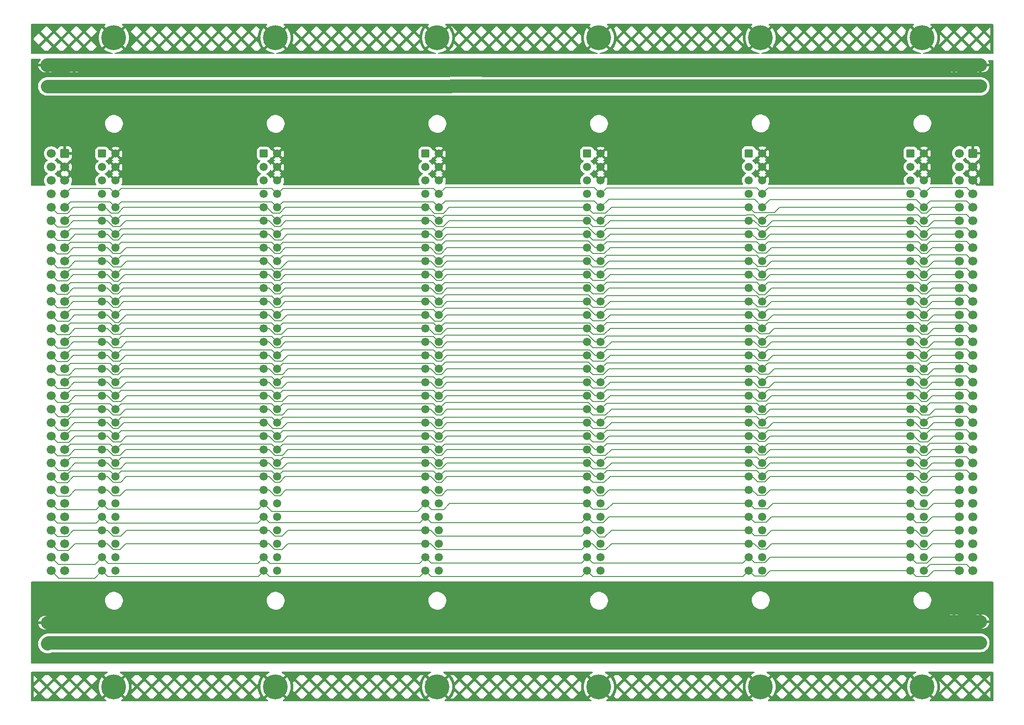
<source format=gbr>
%TF.GenerationSoftware,KiCad,Pcbnew,7.0.5*%
%TF.CreationDate,2023-12-07T16:06:55+01:00*%
%TF.ProjectId,Z80-Backplane,5a38302d-4261-4636-9b70-6c616e652e6b,rev?*%
%TF.SameCoordinates,Original*%
%TF.FileFunction,Copper,L2,Bot*%
%TF.FilePolarity,Positive*%
%FSLAX46Y46*%
G04 Gerber Fmt 4.6, Leading zero omitted, Abs format (unit mm)*
G04 Created by KiCad (PCBNEW 7.0.5) date 2023-12-07 16:06:55*
%MOMM*%
%LPD*%
G01*
G04 APERTURE LIST*
G04 Aperture macros list*
%AMRoundRect*
0 Rectangle with rounded corners*
0 $1 Rounding radius*
0 $2 $3 $4 $5 $6 $7 $8 $9 X,Y pos of 4 corners*
0 Add a 4 corners polygon primitive as box body*
4,1,4,$2,$3,$4,$5,$6,$7,$8,$9,$2,$3,0*
0 Add four circle primitives for the rounded corners*
1,1,$1+$1,$2,$3*
1,1,$1+$1,$4,$5*
1,1,$1+$1,$6,$7*
1,1,$1+$1,$8,$9*
0 Add four rect primitives between the rounded corners*
20,1,$1+$1,$2,$3,$4,$5,0*
20,1,$1+$1,$4,$5,$6,$7,0*
20,1,$1+$1,$6,$7,$8,$9,0*
20,1,$1+$1,$8,$9,$2,$3,0*%
G04 Aperture macros list end*
%TA.AperFunction,ComponentPad*%
%ADD10RoundRect,0.249999X-0.525001X-0.525001X0.525001X-0.525001X0.525001X0.525001X-0.525001X0.525001X0*%
%TD*%
%TA.AperFunction,ComponentPad*%
%ADD11C,1.550000*%
%TD*%
%TA.AperFunction,ComponentPad*%
%ADD12C,4.700000*%
%TD*%
%TA.AperFunction,ComponentPad*%
%ADD13O,2.500000X1.600000*%
%TD*%
%TA.AperFunction,ComponentPad*%
%ADD14RoundRect,0.250000X0.600000X0.600000X-0.600000X0.600000X-0.600000X-0.600000X0.600000X-0.600000X0*%
%TD*%
%TA.AperFunction,ComponentPad*%
%ADD15C,1.700000*%
%TD*%
%TA.AperFunction,ViaPad*%
%ADD16C,0.800000*%
%TD*%
%TA.AperFunction,Conductor*%
%ADD17C,2.500000*%
%TD*%
%TA.AperFunction,Conductor*%
%ADD18C,0.200000*%
%TD*%
G04 APERTURE END LIST*
D10*
%TO.P,J3,a1,Pin_a1*%
%TO.N,GND*%
X181920000Y-71800000D03*
D11*
%TO.P,J3,a2,Pin_a2*%
X181920000Y-74340000D03*
%TO.P,J3,a3,Pin_a3*%
X181920000Y-76880000D03*
%TO.P,J3,a4,Pin_a4*%
X181920000Y-79420000D03*
%TO.P,J3,a5,Pin_a5*%
%TO.N,/MEMAQ*%
X181920000Y-81960000D03*
%TO.P,J3,a6,Pin_a6*%
%TO.N,/~{INT3}*%
X181920000Y-84500000D03*
%TO.P,J3,a7,Pin_a7*%
%TO.N,/A0*%
X181920000Y-87040000D03*
%TO.P,J3,a8,Pin_a8*%
%TO.N,/A1*%
X181920000Y-89580000D03*
%TO.P,J3,a9,Pin_a9*%
%TO.N,/A2*%
X181920000Y-92120000D03*
%TO.P,J3,a10,Pin_a10*%
%TO.N,/A3*%
X181920000Y-94660000D03*
%TO.P,J3,a11,Pin_a11*%
%TO.N,/A4*%
X181920000Y-97200000D03*
%TO.P,J3,a12,Pin_a12*%
%TO.N,/A5*%
X181920000Y-99740000D03*
%TO.P,J3,a13,Pin_a13*%
%TO.N,/A6*%
X181920000Y-102280000D03*
%TO.P,J3,a14,Pin_a14*%
%TO.N,/A7*%
X181920000Y-104820000D03*
%TO.P,J3,a15,Pin_a15*%
%TO.N,/A8*%
X181920000Y-107360000D03*
%TO.P,J3,a16,Pin_a16*%
%TO.N,/A9*%
X181920000Y-109900000D03*
%TO.P,J3,a17,Pin_a17*%
%TO.N,/A10*%
X181920000Y-112440000D03*
%TO.P,J3,a18,Pin_a18*%
%TO.N,/A11*%
X181920000Y-114980000D03*
%TO.P,J3,a19,Pin_a19*%
%TO.N,/A12*%
X181920000Y-117520000D03*
%TO.P,J3,a20,Pin_a20*%
%TO.N,/A13*%
X181920000Y-120060000D03*
%TO.P,J3,a21,Pin_a21*%
%TO.N,/A14*%
X181920000Y-122600000D03*
%TO.P,J3,a22,Pin_a22*%
%TO.N,/A15*%
X181920000Y-125140000D03*
%TO.P,J3,a23,Pin_a23*%
%TO.N,/~{BUSREQ}*%
X181920000Y-127680000D03*
%TO.P,J3,a24,Pin_a24*%
%TO.N,/~{BUSACK}*%
X181920000Y-130220000D03*
%TO.P,J3,a25,Pin_a25*%
%TO.N,/A16*%
X181920000Y-132760000D03*
%TO.P,J3,a26,Pin_a26*%
%TO.N,/A17*%
X181920000Y-135300000D03*
%TO.P,J3,a27,Pin_a27*%
%TO.N,/A18*%
X181920000Y-137840000D03*
%TO.P,J3,a28,Pin_a28*%
%TO.N,/A19*%
X181920000Y-140380000D03*
%TO.P,J3,a29,Pin_a29*%
%TO.N,/A20*%
X181920000Y-142920000D03*
%TO.P,J3,a30,Pin_a30*%
%TO.N,/A21*%
X181920000Y-145460000D03*
%TO.P,J3,a31,Pin_a31*%
%TO.N,/A22*%
X181920000Y-148000000D03*
%TO.P,J3,a32,Pin_a32*%
%TO.N,/A23*%
X181920000Y-150540000D03*
%TO.P,J3,b1,Pin_b1*%
%TO.N,+5V*%
X184460000Y-71800000D03*
%TO.P,J3,b2,Pin_b2*%
X184460000Y-74340000D03*
%TO.P,J3,b3,Pin_b3*%
X184460000Y-76880000D03*
%TO.P,J3,b4,Pin_b4*%
%TO.N,/~{INT0}*%
X184460000Y-79420000D03*
%TO.P,J3,b5,Pin_b5*%
%TO.N,/~{INT1}*%
X184460000Y-81960000D03*
%TO.P,J3,b6,Pin_b6*%
%TO.N,/~{INT2}*%
X184460000Y-84500000D03*
%TO.P,J3,b7,Pin_b7*%
%TO.N,/D0*%
X184460000Y-87040000D03*
%TO.P,J3,b8,Pin_b8*%
%TO.N,/D1*%
X184460000Y-89580000D03*
%TO.P,J3,b9,Pin_b9*%
%TO.N,/D2*%
X184460000Y-92120000D03*
%TO.P,J3,b10,Pin_b10*%
%TO.N,/D3*%
X184460000Y-94660000D03*
%TO.P,J3,b11,Pin_b11*%
%TO.N,/D4*%
X184460000Y-97200000D03*
%TO.P,J3,b12,Pin_b12*%
%TO.N,/D5*%
X184460000Y-99740000D03*
%TO.P,J3,b13,Pin_b13*%
%TO.N,/D6*%
X184460000Y-102280000D03*
%TO.P,J3,b14,Pin_b14*%
%TO.N,/D7*%
X184460000Y-104820000D03*
%TO.P,J3,b15,Pin_b15*%
%TO.N,/~{RESET}*%
X184460000Y-107360000D03*
%TO.P,J3,b16,Pin_b16*%
%TO.N,/CLK_CPU*%
X184460000Y-109900000D03*
%TO.P,J3,b17,Pin_b17*%
%TO.N,/~{INT}*%
X184460000Y-112440000D03*
%TO.P,J3,b18,Pin_b18*%
%TO.N,/~{NMI}*%
X184460000Y-114980000D03*
%TO.P,J3,b19,Pin_b19*%
%TO.N,/~{M1}*%
X184460000Y-117520000D03*
%TO.P,J3,b20,Pin_b20*%
%TO.N,/~{WAIT}*%
X184460000Y-120060000D03*
%TO.P,J3,b21,Pin_b21*%
%TO.N,/~{HALT}*%
X184460000Y-122600000D03*
%TO.P,J3,b22,Pin_b22*%
%TO.N,/~{RD}*%
X184460000Y-125140000D03*
%TO.P,J3,b23,Pin_b23*%
%TO.N,/~{WR}*%
X184460000Y-127680000D03*
%TO.P,J3,b24,Pin_b24*%
%TO.N,/~{MREQ}*%
X184460000Y-130220000D03*
%TO.P,J3,b25,Pin_b25*%
%TO.N,/~{IOREQ}*%
X184460000Y-132760000D03*
%TO.P,J3,b26,Pin_b26*%
%TO.N,unconnected-(J3-Pin_b26-Padb26)*%
X184460000Y-135300000D03*
%TO.P,J3,b27,Pin_b27*%
%TO.N,unconnected-(J3-Pin_b27-Padb27)*%
X184460000Y-137840000D03*
%TO.P,J3,b28,Pin_b28*%
%TO.N,+12V*%
X184460000Y-140380000D03*
%TO.P,J3,b29,Pin_b29*%
%TO.N,-12V*%
X184460000Y-142920000D03*
%TO.P,J3,b30,Pin_b30*%
%TO.N,unconnected-(J3-Pin_b30-Padb30)*%
X184460000Y-145460000D03*
%TO.P,J3,b31,Pin_b31*%
%TO.N,unconnected-(J3-Pin_b31-Padb31)*%
X184460000Y-148000000D03*
%TO.P,J3,b32,Pin_b32*%
%TO.N,GND*%
X184460000Y-150540000D03*
%TD*%
D10*
%TO.P,J4,a1,Pin_a1*%
%TO.N,GND*%
X212400000Y-71830000D03*
D11*
%TO.P,J4,a2,Pin_a2*%
X212400000Y-74370000D03*
%TO.P,J4,a3,Pin_a3*%
X212400000Y-76910000D03*
%TO.P,J4,a4,Pin_a4*%
X212400000Y-79450000D03*
%TO.P,J4,a5,Pin_a5*%
%TO.N,/MEMAQ*%
X212400000Y-81990000D03*
%TO.P,J4,a6,Pin_a6*%
%TO.N,/~{INT3}*%
X212400000Y-84530000D03*
%TO.P,J4,a7,Pin_a7*%
%TO.N,/A0*%
X212400000Y-87070000D03*
%TO.P,J4,a8,Pin_a8*%
%TO.N,/A1*%
X212400000Y-89610000D03*
%TO.P,J4,a9,Pin_a9*%
%TO.N,/A2*%
X212400000Y-92150000D03*
%TO.P,J4,a10,Pin_a10*%
%TO.N,/A3*%
X212400000Y-94690000D03*
%TO.P,J4,a11,Pin_a11*%
%TO.N,/A4*%
X212400000Y-97230000D03*
%TO.P,J4,a12,Pin_a12*%
%TO.N,/A5*%
X212400000Y-99770000D03*
%TO.P,J4,a13,Pin_a13*%
%TO.N,/A6*%
X212400000Y-102310000D03*
%TO.P,J4,a14,Pin_a14*%
%TO.N,/A7*%
X212400000Y-104850000D03*
%TO.P,J4,a15,Pin_a15*%
%TO.N,/A8*%
X212400000Y-107390000D03*
%TO.P,J4,a16,Pin_a16*%
%TO.N,/A9*%
X212400000Y-109930000D03*
%TO.P,J4,a17,Pin_a17*%
%TO.N,/A10*%
X212400000Y-112470000D03*
%TO.P,J4,a18,Pin_a18*%
%TO.N,/A11*%
X212400000Y-115010000D03*
%TO.P,J4,a19,Pin_a19*%
%TO.N,/A12*%
X212400000Y-117550000D03*
%TO.P,J4,a20,Pin_a20*%
%TO.N,/A13*%
X212400000Y-120090000D03*
%TO.P,J4,a21,Pin_a21*%
%TO.N,/A14*%
X212400000Y-122630000D03*
%TO.P,J4,a22,Pin_a22*%
%TO.N,/A15*%
X212400000Y-125170000D03*
%TO.P,J4,a23,Pin_a23*%
%TO.N,/~{BUSREQ}*%
X212400000Y-127710000D03*
%TO.P,J4,a24,Pin_a24*%
%TO.N,/~{BUSACK}*%
X212400000Y-130250000D03*
%TO.P,J4,a25,Pin_a25*%
%TO.N,/A16*%
X212400000Y-132790000D03*
%TO.P,J4,a26,Pin_a26*%
%TO.N,/A17*%
X212400000Y-135330000D03*
%TO.P,J4,a27,Pin_a27*%
%TO.N,/A18*%
X212400000Y-137870000D03*
%TO.P,J4,a28,Pin_a28*%
%TO.N,/A19*%
X212400000Y-140410000D03*
%TO.P,J4,a29,Pin_a29*%
%TO.N,/A20*%
X212400000Y-142950000D03*
%TO.P,J4,a30,Pin_a30*%
%TO.N,/A21*%
X212400000Y-145490000D03*
%TO.P,J4,a31,Pin_a31*%
%TO.N,/A22*%
X212400000Y-148030000D03*
%TO.P,J4,a32,Pin_a32*%
%TO.N,/A23*%
X212400000Y-150570000D03*
%TO.P,J4,b1,Pin_b1*%
%TO.N,+5V*%
X214940000Y-71830000D03*
%TO.P,J4,b2,Pin_b2*%
X214940000Y-74370000D03*
%TO.P,J4,b3,Pin_b3*%
X214940000Y-76910000D03*
%TO.P,J4,b4,Pin_b4*%
%TO.N,/~{INT0}*%
X214940000Y-79450000D03*
%TO.P,J4,b5,Pin_b5*%
%TO.N,/~{INT1}*%
X214940000Y-81990000D03*
%TO.P,J4,b6,Pin_b6*%
%TO.N,/~{INT2}*%
X214940000Y-84530000D03*
%TO.P,J4,b7,Pin_b7*%
%TO.N,/D0*%
X214940000Y-87070000D03*
%TO.P,J4,b8,Pin_b8*%
%TO.N,/D1*%
X214940000Y-89610000D03*
%TO.P,J4,b9,Pin_b9*%
%TO.N,/D2*%
X214940000Y-92150000D03*
%TO.P,J4,b10,Pin_b10*%
%TO.N,/D3*%
X214940000Y-94690000D03*
%TO.P,J4,b11,Pin_b11*%
%TO.N,/D4*%
X214940000Y-97230000D03*
%TO.P,J4,b12,Pin_b12*%
%TO.N,/D5*%
X214940000Y-99770000D03*
%TO.P,J4,b13,Pin_b13*%
%TO.N,/D6*%
X214940000Y-102310000D03*
%TO.P,J4,b14,Pin_b14*%
%TO.N,/D7*%
X214940000Y-104850000D03*
%TO.P,J4,b15,Pin_b15*%
%TO.N,/~{RESET}*%
X214940000Y-107390000D03*
%TO.P,J4,b16,Pin_b16*%
%TO.N,/CLK_CPU*%
X214940000Y-109930000D03*
%TO.P,J4,b17,Pin_b17*%
%TO.N,/~{INT}*%
X214940000Y-112470000D03*
%TO.P,J4,b18,Pin_b18*%
%TO.N,/~{NMI}*%
X214940000Y-115010000D03*
%TO.P,J4,b19,Pin_b19*%
%TO.N,/~{M1}*%
X214940000Y-117550000D03*
%TO.P,J4,b20,Pin_b20*%
%TO.N,/~{WAIT}*%
X214940000Y-120090000D03*
%TO.P,J4,b21,Pin_b21*%
%TO.N,/~{HALT}*%
X214940000Y-122630000D03*
%TO.P,J4,b22,Pin_b22*%
%TO.N,/~{RD}*%
X214940000Y-125170000D03*
%TO.P,J4,b23,Pin_b23*%
%TO.N,/~{WR}*%
X214940000Y-127710000D03*
%TO.P,J4,b24,Pin_b24*%
%TO.N,/~{MREQ}*%
X214940000Y-130250000D03*
%TO.P,J4,b25,Pin_b25*%
%TO.N,/~{IOREQ}*%
X214940000Y-132790000D03*
%TO.P,J4,b26,Pin_b26*%
%TO.N,unconnected-(J4-Pin_b26-Padb26)*%
X214940000Y-135330000D03*
%TO.P,J4,b27,Pin_b27*%
%TO.N,unconnected-(J4-Pin_b27-Padb27)*%
X214940000Y-137870000D03*
%TO.P,J4,b28,Pin_b28*%
%TO.N,+12V*%
X214940000Y-140410000D03*
%TO.P,J4,b29,Pin_b29*%
%TO.N,-12V*%
X214940000Y-142950000D03*
%TO.P,J4,b30,Pin_b30*%
%TO.N,unconnected-(J4-Pin_b30-Padb30)*%
X214940000Y-145490000D03*
%TO.P,J4,b31,Pin_b31*%
%TO.N,unconnected-(J4-Pin_b31-Padb31)*%
X214940000Y-148030000D03*
%TO.P,J4,b32,Pin_b32*%
%TO.N,GND*%
X214940000Y-150570000D03*
%TD*%
D12*
%TO.P,H3,1,1*%
%TO.N,GND*%
X184120000Y-50000000D03*
%TD*%
%TO.P,H8,1,1*%
%TO.N,GND*%
X92680000Y-172500000D03*
%TD*%
%TO.P,H12,1,1*%
%TO.N,GND*%
X92680000Y-50000000D03*
%TD*%
%TO.P,H10,1,1*%
%TO.N,GND*%
X62200000Y-172500000D03*
%TD*%
D10*
%TO.P,J14,a1,Pin_a1*%
%TO.N,GND*%
X60000000Y-71880000D03*
D11*
%TO.P,J14,a2,Pin_a2*%
X60000000Y-74420000D03*
%TO.P,J14,a3,Pin_a3*%
X60000000Y-76960000D03*
%TO.P,J14,a4,Pin_a4*%
X60000000Y-79500000D03*
%TO.P,J14,a5,Pin_a5*%
%TO.N,/MEMAQ*%
X60000000Y-82040000D03*
%TO.P,J14,a6,Pin_a6*%
%TO.N,/~{INT3}*%
X60000000Y-84580000D03*
%TO.P,J14,a7,Pin_a7*%
%TO.N,/A0*%
X60000000Y-87120000D03*
%TO.P,J14,a8,Pin_a8*%
%TO.N,/A1*%
X60000000Y-89660000D03*
%TO.P,J14,a9,Pin_a9*%
%TO.N,/A2*%
X60000000Y-92200000D03*
%TO.P,J14,a10,Pin_a10*%
%TO.N,/A3*%
X60000000Y-94740000D03*
%TO.P,J14,a11,Pin_a11*%
%TO.N,/A4*%
X60000000Y-97280000D03*
%TO.P,J14,a12,Pin_a12*%
%TO.N,/A5*%
X60000000Y-99820000D03*
%TO.P,J14,a13,Pin_a13*%
%TO.N,/A6*%
X60000000Y-102360000D03*
%TO.P,J14,a14,Pin_a14*%
%TO.N,/A7*%
X60000000Y-104900000D03*
%TO.P,J14,a15,Pin_a15*%
%TO.N,/A8*%
X60000000Y-107440000D03*
%TO.P,J14,a16,Pin_a16*%
%TO.N,/A9*%
X60000000Y-109980000D03*
%TO.P,J14,a17,Pin_a17*%
%TO.N,/A10*%
X60000000Y-112520000D03*
%TO.P,J14,a18,Pin_a18*%
%TO.N,/A11*%
X60000000Y-115060000D03*
%TO.P,J14,a19,Pin_a19*%
%TO.N,/A12*%
X60000000Y-117600000D03*
%TO.P,J14,a20,Pin_a20*%
%TO.N,/A13*%
X60000000Y-120140000D03*
%TO.P,J14,a21,Pin_a21*%
%TO.N,/A14*%
X60000000Y-122680000D03*
%TO.P,J14,a22,Pin_a22*%
%TO.N,/A15*%
X60000000Y-125220000D03*
%TO.P,J14,a23,Pin_a23*%
%TO.N,/~{BUSREQ}*%
X60000000Y-127760000D03*
%TO.P,J14,a24,Pin_a24*%
%TO.N,/~{BUSACK}*%
X60000000Y-130300000D03*
%TO.P,J14,a25,Pin_a25*%
%TO.N,/A16*%
X60000000Y-132840000D03*
%TO.P,J14,a26,Pin_a26*%
%TO.N,/A17*%
X60000000Y-135380000D03*
%TO.P,J14,a27,Pin_a27*%
%TO.N,/A18*%
X60000000Y-137920000D03*
%TO.P,J14,a28,Pin_a28*%
%TO.N,/A19*%
X60000000Y-140460000D03*
%TO.P,J14,a29,Pin_a29*%
%TO.N,/A20*%
X60000000Y-143000000D03*
%TO.P,J14,a30,Pin_a30*%
%TO.N,/A21*%
X60000000Y-145540000D03*
%TO.P,J14,a31,Pin_a31*%
%TO.N,/A22*%
X60000000Y-148080000D03*
%TO.P,J14,a32,Pin_a32*%
%TO.N,/A23*%
X60000000Y-150620000D03*
%TO.P,J14,b1,Pin_b1*%
%TO.N,+5V*%
X62540000Y-71880000D03*
%TO.P,J14,b2,Pin_b2*%
X62540000Y-74420000D03*
%TO.P,J14,b3,Pin_b3*%
X62540000Y-76960000D03*
%TO.P,J14,b4,Pin_b4*%
%TO.N,/~{INT0}*%
X62540000Y-79500000D03*
%TO.P,J14,b5,Pin_b5*%
%TO.N,/~{INT1}*%
X62540000Y-82040000D03*
%TO.P,J14,b6,Pin_b6*%
%TO.N,/~{INT2}*%
X62540000Y-84580000D03*
%TO.P,J14,b7,Pin_b7*%
%TO.N,/D0*%
X62540000Y-87120000D03*
%TO.P,J14,b8,Pin_b8*%
%TO.N,/D1*%
X62540000Y-89660000D03*
%TO.P,J14,b9,Pin_b9*%
%TO.N,/D2*%
X62540000Y-92200000D03*
%TO.P,J14,b10,Pin_b10*%
%TO.N,/D3*%
X62540000Y-94740000D03*
%TO.P,J14,b11,Pin_b11*%
%TO.N,/D4*%
X62540000Y-97280000D03*
%TO.P,J14,b12,Pin_b12*%
%TO.N,/D5*%
X62540000Y-99820000D03*
%TO.P,J14,b13,Pin_b13*%
%TO.N,/D6*%
X62540000Y-102360000D03*
%TO.P,J14,b14,Pin_b14*%
%TO.N,/D7*%
X62540000Y-104900000D03*
%TO.P,J14,b15,Pin_b15*%
%TO.N,/~{RESET}*%
X62540000Y-107440000D03*
%TO.P,J14,b16,Pin_b16*%
%TO.N,/CLK_CPU*%
X62540000Y-109980000D03*
%TO.P,J14,b17,Pin_b17*%
%TO.N,/~{INT}*%
X62540000Y-112520000D03*
%TO.P,J14,b18,Pin_b18*%
%TO.N,/~{NMI}*%
X62540000Y-115060000D03*
%TO.P,J14,b19,Pin_b19*%
%TO.N,/~{M1}*%
X62540000Y-117600000D03*
%TO.P,J14,b20,Pin_b20*%
%TO.N,/~{WAIT}*%
X62540000Y-120140000D03*
%TO.P,J14,b21,Pin_b21*%
%TO.N,/~{HALT}*%
X62540000Y-122680000D03*
%TO.P,J14,b22,Pin_b22*%
%TO.N,/~{RD}*%
X62540000Y-125220000D03*
%TO.P,J14,b23,Pin_b23*%
%TO.N,/~{WR}*%
X62540000Y-127760000D03*
%TO.P,J14,b24,Pin_b24*%
%TO.N,/~{MREQ}*%
X62540000Y-130300000D03*
%TO.P,J14,b25,Pin_b25*%
%TO.N,/~{IOREQ}*%
X62540000Y-132840000D03*
%TO.P,J14,b26,Pin_b26*%
%TO.N,unconnected-(J14-Pin_b26-Padb26)*%
X62540000Y-135380000D03*
%TO.P,J14,b27,Pin_b27*%
%TO.N,unconnected-(J14-Pin_b27-Padb27)*%
X62540000Y-137920000D03*
%TO.P,J14,b28,Pin_b28*%
%TO.N,+12V*%
X62540000Y-140460000D03*
%TO.P,J14,b29,Pin_b29*%
%TO.N,-12V*%
X62540000Y-143000000D03*
%TO.P,J14,b30,Pin_b30*%
%TO.N,unconnected-(J14-Pin_b30-Padb30)*%
X62540000Y-145540000D03*
%TO.P,J14,b31,Pin_b31*%
%TO.N,unconnected-(J14-Pin_b31-Padb31)*%
X62540000Y-148080000D03*
%TO.P,J14,b32,Pin_b32*%
%TO.N,GND*%
X62540000Y-150620000D03*
%TD*%
D12*
%TO.P,H1,1,1*%
%TO.N,GND*%
X214600000Y-50000000D03*
%TD*%
%TO.P,H5,1,1*%
%TO.N,GND*%
X153640000Y-50000000D03*
%TD*%
%TO.P,H9,1,1*%
%TO.N,GND*%
X123160000Y-172500000D03*
%TD*%
D10*
%TO.P,J2,a1,Pin_a1*%
%TO.N,GND*%
X151440000Y-71880000D03*
D11*
%TO.P,J2,a2,Pin_a2*%
X151440000Y-74420000D03*
%TO.P,J2,a3,Pin_a3*%
X151440000Y-76960000D03*
%TO.P,J2,a4,Pin_a4*%
X151440000Y-79500000D03*
%TO.P,J2,a5,Pin_a5*%
%TO.N,/MEMAQ*%
X151440000Y-82040000D03*
%TO.P,J2,a6,Pin_a6*%
%TO.N,/~{INT3}*%
X151440000Y-84580000D03*
%TO.P,J2,a7,Pin_a7*%
%TO.N,/A0*%
X151440000Y-87120000D03*
%TO.P,J2,a8,Pin_a8*%
%TO.N,/A1*%
X151440000Y-89660000D03*
%TO.P,J2,a9,Pin_a9*%
%TO.N,/A2*%
X151440000Y-92200000D03*
%TO.P,J2,a10,Pin_a10*%
%TO.N,/A3*%
X151440000Y-94740000D03*
%TO.P,J2,a11,Pin_a11*%
%TO.N,/A4*%
X151440000Y-97280000D03*
%TO.P,J2,a12,Pin_a12*%
%TO.N,/A5*%
X151440000Y-99820000D03*
%TO.P,J2,a13,Pin_a13*%
%TO.N,/A6*%
X151440000Y-102360000D03*
%TO.P,J2,a14,Pin_a14*%
%TO.N,/A7*%
X151440000Y-104900000D03*
%TO.P,J2,a15,Pin_a15*%
%TO.N,/A8*%
X151440000Y-107440000D03*
%TO.P,J2,a16,Pin_a16*%
%TO.N,/A9*%
X151440000Y-109980000D03*
%TO.P,J2,a17,Pin_a17*%
%TO.N,/A10*%
X151440000Y-112520000D03*
%TO.P,J2,a18,Pin_a18*%
%TO.N,/A11*%
X151440000Y-115060000D03*
%TO.P,J2,a19,Pin_a19*%
%TO.N,/A12*%
X151440000Y-117600000D03*
%TO.P,J2,a20,Pin_a20*%
%TO.N,/A13*%
X151440000Y-120140000D03*
%TO.P,J2,a21,Pin_a21*%
%TO.N,/A14*%
X151440000Y-122680000D03*
%TO.P,J2,a22,Pin_a22*%
%TO.N,/A15*%
X151440000Y-125220000D03*
%TO.P,J2,a23,Pin_a23*%
%TO.N,/~{BUSREQ}*%
X151440000Y-127760000D03*
%TO.P,J2,a24,Pin_a24*%
%TO.N,/~{BUSACK}*%
X151440000Y-130300000D03*
%TO.P,J2,a25,Pin_a25*%
%TO.N,/A16*%
X151440000Y-132840000D03*
%TO.P,J2,a26,Pin_a26*%
%TO.N,/A17*%
X151440000Y-135380000D03*
%TO.P,J2,a27,Pin_a27*%
%TO.N,/A18*%
X151440000Y-137920000D03*
%TO.P,J2,a28,Pin_a28*%
%TO.N,/A19*%
X151440000Y-140460000D03*
%TO.P,J2,a29,Pin_a29*%
%TO.N,/A20*%
X151440000Y-143000000D03*
%TO.P,J2,a30,Pin_a30*%
%TO.N,/A21*%
X151440000Y-145540000D03*
%TO.P,J2,a31,Pin_a31*%
%TO.N,/A22*%
X151440000Y-148080000D03*
%TO.P,J2,a32,Pin_a32*%
%TO.N,/A23*%
X151440000Y-150620000D03*
%TO.P,J2,b1,Pin_b1*%
%TO.N,+5V*%
X153980000Y-71880000D03*
%TO.P,J2,b2,Pin_b2*%
X153980000Y-74420000D03*
%TO.P,J2,b3,Pin_b3*%
X153980000Y-76960000D03*
%TO.P,J2,b4,Pin_b4*%
%TO.N,/~{INT0}*%
X153980000Y-79500000D03*
%TO.P,J2,b5,Pin_b5*%
%TO.N,/~{INT1}*%
X153980000Y-82040000D03*
%TO.P,J2,b6,Pin_b6*%
%TO.N,/~{INT2}*%
X153980000Y-84580000D03*
%TO.P,J2,b7,Pin_b7*%
%TO.N,/D0*%
X153980000Y-87120000D03*
%TO.P,J2,b8,Pin_b8*%
%TO.N,/D1*%
X153980000Y-89660000D03*
%TO.P,J2,b9,Pin_b9*%
%TO.N,/D2*%
X153980000Y-92200000D03*
%TO.P,J2,b10,Pin_b10*%
%TO.N,/D3*%
X153980000Y-94740000D03*
%TO.P,J2,b11,Pin_b11*%
%TO.N,/D4*%
X153980000Y-97280000D03*
%TO.P,J2,b12,Pin_b12*%
%TO.N,/D5*%
X153980000Y-99820000D03*
%TO.P,J2,b13,Pin_b13*%
%TO.N,/D6*%
X153980000Y-102360000D03*
%TO.P,J2,b14,Pin_b14*%
%TO.N,/D7*%
X153980000Y-104900000D03*
%TO.P,J2,b15,Pin_b15*%
%TO.N,/~{RESET}*%
X153980000Y-107440000D03*
%TO.P,J2,b16,Pin_b16*%
%TO.N,/CLK_CPU*%
X153980000Y-109980000D03*
%TO.P,J2,b17,Pin_b17*%
%TO.N,/~{INT}*%
X153980000Y-112520000D03*
%TO.P,J2,b18,Pin_b18*%
%TO.N,/~{NMI}*%
X153980000Y-115060000D03*
%TO.P,J2,b19,Pin_b19*%
%TO.N,/~{M1}*%
X153980000Y-117600000D03*
%TO.P,J2,b20,Pin_b20*%
%TO.N,/~{WAIT}*%
X153980000Y-120140000D03*
%TO.P,J2,b21,Pin_b21*%
%TO.N,/~{HALT}*%
X153980000Y-122680000D03*
%TO.P,J2,b22,Pin_b22*%
%TO.N,/~{RD}*%
X153980000Y-125220000D03*
%TO.P,J2,b23,Pin_b23*%
%TO.N,/~{WR}*%
X153980000Y-127760000D03*
%TO.P,J2,b24,Pin_b24*%
%TO.N,/~{MREQ}*%
X153980000Y-130300000D03*
%TO.P,J2,b25,Pin_b25*%
%TO.N,/~{IOREQ}*%
X153980000Y-132840000D03*
%TO.P,J2,b26,Pin_b26*%
%TO.N,unconnected-(J2-Pin_b26-Padb26)*%
X153980000Y-135380000D03*
%TO.P,J2,b27,Pin_b27*%
%TO.N,unconnected-(J2-Pin_b27-Padb27)*%
X153980000Y-137920000D03*
%TO.P,J2,b28,Pin_b28*%
%TO.N,+12V*%
X153980000Y-140460000D03*
%TO.P,J2,b29,Pin_b29*%
%TO.N,-12V*%
X153980000Y-143000000D03*
%TO.P,J2,b30,Pin_b30*%
%TO.N,unconnected-(J2-Pin_b30-Padb30)*%
X153980000Y-145540000D03*
%TO.P,J2,b31,Pin_b31*%
%TO.N,unconnected-(J2-Pin_b31-Padb31)*%
X153980000Y-148080000D03*
%TO.P,J2,b32,Pin_b32*%
%TO.N,GND*%
X153980000Y-150620000D03*
%TD*%
D12*
%TO.P,H4,1,1*%
%TO.N,GND*%
X214600000Y-172500000D03*
%TD*%
%TO.P,H6,1,1*%
%TO.N,GND*%
X153640000Y-172500000D03*
%TD*%
D10*
%TO.P,J15,a1,Pin_a1*%
%TO.N,GND*%
X90480000Y-71880000D03*
D11*
%TO.P,J15,a2,Pin_a2*%
X90480000Y-74420000D03*
%TO.P,J15,a3,Pin_a3*%
X90480000Y-76960000D03*
%TO.P,J15,a4,Pin_a4*%
X90480000Y-79500000D03*
%TO.P,J15,a5,Pin_a5*%
%TO.N,/MEMAQ*%
X90480000Y-82040000D03*
%TO.P,J15,a6,Pin_a6*%
%TO.N,/~{INT3}*%
X90480000Y-84580000D03*
%TO.P,J15,a7,Pin_a7*%
%TO.N,/A0*%
X90480000Y-87120000D03*
%TO.P,J15,a8,Pin_a8*%
%TO.N,/A1*%
X90480000Y-89660000D03*
%TO.P,J15,a9,Pin_a9*%
%TO.N,/A2*%
X90480000Y-92200000D03*
%TO.P,J15,a10,Pin_a10*%
%TO.N,/A3*%
X90480000Y-94740000D03*
%TO.P,J15,a11,Pin_a11*%
%TO.N,/A4*%
X90480000Y-97280000D03*
%TO.P,J15,a12,Pin_a12*%
%TO.N,/A5*%
X90480000Y-99820000D03*
%TO.P,J15,a13,Pin_a13*%
%TO.N,/A6*%
X90480000Y-102360000D03*
%TO.P,J15,a14,Pin_a14*%
%TO.N,/A7*%
X90480000Y-104900000D03*
%TO.P,J15,a15,Pin_a15*%
%TO.N,/A8*%
X90480000Y-107440000D03*
%TO.P,J15,a16,Pin_a16*%
%TO.N,/A9*%
X90480000Y-109980000D03*
%TO.P,J15,a17,Pin_a17*%
%TO.N,/A10*%
X90480000Y-112520000D03*
%TO.P,J15,a18,Pin_a18*%
%TO.N,/A11*%
X90480000Y-115060000D03*
%TO.P,J15,a19,Pin_a19*%
%TO.N,/A12*%
X90480000Y-117600000D03*
%TO.P,J15,a20,Pin_a20*%
%TO.N,/A13*%
X90480000Y-120140000D03*
%TO.P,J15,a21,Pin_a21*%
%TO.N,/A14*%
X90480000Y-122680000D03*
%TO.P,J15,a22,Pin_a22*%
%TO.N,/A15*%
X90480000Y-125220000D03*
%TO.P,J15,a23,Pin_a23*%
%TO.N,/~{BUSREQ}*%
X90480000Y-127760000D03*
%TO.P,J15,a24,Pin_a24*%
%TO.N,/~{BUSACK}*%
X90480000Y-130300000D03*
%TO.P,J15,a25,Pin_a25*%
%TO.N,/A16*%
X90480000Y-132840000D03*
%TO.P,J15,a26,Pin_a26*%
%TO.N,/A17*%
X90480000Y-135380000D03*
%TO.P,J15,a27,Pin_a27*%
%TO.N,/A18*%
X90480000Y-137920000D03*
%TO.P,J15,a28,Pin_a28*%
%TO.N,/A19*%
X90480000Y-140460000D03*
%TO.P,J15,a29,Pin_a29*%
%TO.N,/A20*%
X90480000Y-143000000D03*
%TO.P,J15,a30,Pin_a30*%
%TO.N,/A21*%
X90480000Y-145540000D03*
%TO.P,J15,a31,Pin_a31*%
%TO.N,/A22*%
X90480000Y-148080000D03*
%TO.P,J15,a32,Pin_a32*%
%TO.N,/A23*%
X90480000Y-150620000D03*
%TO.P,J15,b1,Pin_b1*%
%TO.N,+5V*%
X93020000Y-71880000D03*
%TO.P,J15,b2,Pin_b2*%
X93020000Y-74420000D03*
%TO.P,J15,b3,Pin_b3*%
X93020000Y-76960000D03*
%TO.P,J15,b4,Pin_b4*%
%TO.N,/~{INT0}*%
X93020000Y-79500000D03*
%TO.P,J15,b5,Pin_b5*%
%TO.N,/~{INT1}*%
X93020000Y-82040000D03*
%TO.P,J15,b6,Pin_b6*%
%TO.N,/~{INT2}*%
X93020000Y-84580000D03*
%TO.P,J15,b7,Pin_b7*%
%TO.N,/D0*%
X93020000Y-87120000D03*
%TO.P,J15,b8,Pin_b8*%
%TO.N,/D1*%
X93020000Y-89660000D03*
%TO.P,J15,b9,Pin_b9*%
%TO.N,/D2*%
X93020000Y-92200000D03*
%TO.P,J15,b10,Pin_b10*%
%TO.N,/D3*%
X93020000Y-94740000D03*
%TO.P,J15,b11,Pin_b11*%
%TO.N,/D4*%
X93020000Y-97280000D03*
%TO.P,J15,b12,Pin_b12*%
%TO.N,/D5*%
X93020000Y-99820000D03*
%TO.P,J15,b13,Pin_b13*%
%TO.N,/D6*%
X93020000Y-102360000D03*
%TO.P,J15,b14,Pin_b14*%
%TO.N,/D7*%
X93020000Y-104900000D03*
%TO.P,J15,b15,Pin_b15*%
%TO.N,/~{RESET}*%
X93020000Y-107440000D03*
%TO.P,J15,b16,Pin_b16*%
%TO.N,/CLK_CPU*%
X93020000Y-109980000D03*
%TO.P,J15,b17,Pin_b17*%
%TO.N,/~{INT}*%
X93020000Y-112520000D03*
%TO.P,J15,b18,Pin_b18*%
%TO.N,/~{NMI}*%
X93020000Y-115060000D03*
%TO.P,J15,b19,Pin_b19*%
%TO.N,/~{M1}*%
X93020000Y-117600000D03*
%TO.P,J15,b20,Pin_b20*%
%TO.N,/~{WAIT}*%
X93020000Y-120140000D03*
%TO.P,J15,b21,Pin_b21*%
%TO.N,/~{HALT}*%
X93020000Y-122680000D03*
%TO.P,J15,b22,Pin_b22*%
%TO.N,/~{RD}*%
X93020000Y-125220000D03*
%TO.P,J15,b23,Pin_b23*%
%TO.N,/~{WR}*%
X93020000Y-127760000D03*
%TO.P,J15,b24,Pin_b24*%
%TO.N,/~{MREQ}*%
X93020000Y-130300000D03*
%TO.P,J15,b25,Pin_b25*%
%TO.N,/~{IOREQ}*%
X93020000Y-132840000D03*
%TO.P,J15,b26,Pin_b26*%
%TO.N,unconnected-(J15-Pin_b26-Padb26)*%
X93020000Y-135380000D03*
%TO.P,J15,b27,Pin_b27*%
%TO.N,unconnected-(J15-Pin_b27-Padb27)*%
X93020000Y-137920000D03*
%TO.P,J15,b28,Pin_b28*%
%TO.N,+12V*%
X93020000Y-140460000D03*
%TO.P,J15,b29,Pin_b29*%
%TO.N,-12V*%
X93020000Y-143000000D03*
%TO.P,J15,b30,Pin_b30*%
%TO.N,unconnected-(J15-Pin_b30-Padb30)*%
X93020000Y-145540000D03*
%TO.P,J15,b31,Pin_b31*%
%TO.N,unconnected-(J15-Pin_b31-Padb31)*%
X93020000Y-148080000D03*
%TO.P,J15,b32,Pin_b32*%
%TO.N,GND*%
X93020000Y-150620000D03*
%TD*%
D12*
%TO.P,H11,1,1*%
%TO.N,GND*%
X62200000Y-50000000D03*
%TD*%
%TO.P,H2,1,1*%
%TO.N,GND*%
X184120000Y-172500000D03*
%TD*%
D10*
%TO.P,J9,a1,Pin_a1*%
%TO.N,GND*%
X120960000Y-71880000D03*
D11*
%TO.P,J9,a2,Pin_a2*%
X120960000Y-74420000D03*
%TO.P,J9,a3,Pin_a3*%
X120960000Y-76960000D03*
%TO.P,J9,a4,Pin_a4*%
X120960000Y-79500000D03*
%TO.P,J9,a5,Pin_a5*%
%TO.N,/MEMAQ*%
X120960000Y-82040000D03*
%TO.P,J9,a6,Pin_a6*%
%TO.N,/~{INT3}*%
X120960000Y-84580000D03*
%TO.P,J9,a7,Pin_a7*%
%TO.N,/A0*%
X120960000Y-87120000D03*
%TO.P,J9,a8,Pin_a8*%
%TO.N,/A1*%
X120960000Y-89660000D03*
%TO.P,J9,a9,Pin_a9*%
%TO.N,/A2*%
X120960000Y-92200000D03*
%TO.P,J9,a10,Pin_a10*%
%TO.N,/A3*%
X120960000Y-94740000D03*
%TO.P,J9,a11,Pin_a11*%
%TO.N,/A4*%
X120960000Y-97280000D03*
%TO.P,J9,a12,Pin_a12*%
%TO.N,/A5*%
X120960000Y-99820000D03*
%TO.P,J9,a13,Pin_a13*%
%TO.N,/A6*%
X120960000Y-102360000D03*
%TO.P,J9,a14,Pin_a14*%
%TO.N,/A7*%
X120960000Y-104900000D03*
%TO.P,J9,a15,Pin_a15*%
%TO.N,/A8*%
X120960000Y-107440000D03*
%TO.P,J9,a16,Pin_a16*%
%TO.N,/A9*%
X120960000Y-109980000D03*
%TO.P,J9,a17,Pin_a17*%
%TO.N,/A10*%
X120960000Y-112520000D03*
%TO.P,J9,a18,Pin_a18*%
%TO.N,/A11*%
X120960000Y-115060000D03*
%TO.P,J9,a19,Pin_a19*%
%TO.N,/A12*%
X120960000Y-117600000D03*
%TO.P,J9,a20,Pin_a20*%
%TO.N,/A13*%
X120960000Y-120140000D03*
%TO.P,J9,a21,Pin_a21*%
%TO.N,/A14*%
X120960000Y-122680000D03*
%TO.P,J9,a22,Pin_a22*%
%TO.N,/A15*%
X120960000Y-125220000D03*
%TO.P,J9,a23,Pin_a23*%
%TO.N,/~{BUSREQ}*%
X120960000Y-127760000D03*
%TO.P,J9,a24,Pin_a24*%
%TO.N,/~{BUSACK}*%
X120960000Y-130300000D03*
%TO.P,J9,a25,Pin_a25*%
%TO.N,/A16*%
X120960000Y-132840000D03*
%TO.P,J9,a26,Pin_a26*%
%TO.N,/A17*%
X120960000Y-135380000D03*
%TO.P,J9,a27,Pin_a27*%
%TO.N,/A18*%
X120960000Y-137920000D03*
%TO.P,J9,a28,Pin_a28*%
%TO.N,/A19*%
X120960000Y-140460000D03*
%TO.P,J9,a29,Pin_a29*%
%TO.N,/A20*%
X120960000Y-143000000D03*
%TO.P,J9,a30,Pin_a30*%
%TO.N,/A21*%
X120960000Y-145540000D03*
%TO.P,J9,a31,Pin_a31*%
%TO.N,/A22*%
X120960000Y-148080000D03*
%TO.P,J9,a32,Pin_a32*%
%TO.N,/A23*%
X120960000Y-150620000D03*
%TO.P,J9,b1,Pin_b1*%
%TO.N,+5V*%
X123500000Y-71880000D03*
%TO.P,J9,b2,Pin_b2*%
X123500000Y-74420000D03*
%TO.P,J9,b3,Pin_b3*%
X123500000Y-76960000D03*
%TO.P,J9,b4,Pin_b4*%
%TO.N,/~{INT0}*%
X123500000Y-79500000D03*
%TO.P,J9,b5,Pin_b5*%
%TO.N,/~{INT1}*%
X123500000Y-82040000D03*
%TO.P,J9,b6,Pin_b6*%
%TO.N,/~{INT2}*%
X123500000Y-84580000D03*
%TO.P,J9,b7,Pin_b7*%
%TO.N,/D0*%
X123500000Y-87120000D03*
%TO.P,J9,b8,Pin_b8*%
%TO.N,/D1*%
X123500000Y-89660000D03*
%TO.P,J9,b9,Pin_b9*%
%TO.N,/D2*%
X123500000Y-92200000D03*
%TO.P,J9,b10,Pin_b10*%
%TO.N,/D3*%
X123500000Y-94740000D03*
%TO.P,J9,b11,Pin_b11*%
%TO.N,/D4*%
X123500000Y-97280000D03*
%TO.P,J9,b12,Pin_b12*%
%TO.N,/D5*%
X123500000Y-99820000D03*
%TO.P,J9,b13,Pin_b13*%
%TO.N,/D6*%
X123500000Y-102360000D03*
%TO.P,J9,b14,Pin_b14*%
%TO.N,/D7*%
X123500000Y-104900000D03*
%TO.P,J9,b15,Pin_b15*%
%TO.N,/~{RESET}*%
X123500000Y-107440000D03*
%TO.P,J9,b16,Pin_b16*%
%TO.N,/CLK_CPU*%
X123500000Y-109980000D03*
%TO.P,J9,b17,Pin_b17*%
%TO.N,/~{INT}*%
X123500000Y-112520000D03*
%TO.P,J9,b18,Pin_b18*%
%TO.N,/~{NMI}*%
X123500000Y-115060000D03*
%TO.P,J9,b19,Pin_b19*%
%TO.N,/~{M1}*%
X123500000Y-117600000D03*
%TO.P,J9,b20,Pin_b20*%
%TO.N,/~{WAIT}*%
X123500000Y-120140000D03*
%TO.P,J9,b21,Pin_b21*%
%TO.N,/~{HALT}*%
X123500000Y-122680000D03*
%TO.P,J9,b22,Pin_b22*%
%TO.N,/~{RD}*%
X123500000Y-125220000D03*
%TO.P,J9,b23,Pin_b23*%
%TO.N,/~{WR}*%
X123500000Y-127760000D03*
%TO.P,J9,b24,Pin_b24*%
%TO.N,/~{MREQ}*%
X123500000Y-130300000D03*
%TO.P,J9,b25,Pin_b25*%
%TO.N,/~{IOREQ}*%
X123500000Y-132840000D03*
%TO.P,J9,b26,Pin_b26*%
%TO.N,unconnected-(J9-Pin_b26-Padb26)*%
X123500000Y-135380000D03*
%TO.P,J9,b27,Pin_b27*%
%TO.N,unconnected-(J9-Pin_b27-Padb27)*%
X123500000Y-137920000D03*
%TO.P,J9,b28,Pin_b28*%
%TO.N,+12V*%
X123500000Y-140460000D03*
%TO.P,J9,b29,Pin_b29*%
%TO.N,-12V*%
X123500000Y-143000000D03*
%TO.P,J9,b30,Pin_b30*%
%TO.N,unconnected-(J9-Pin_b30-Padb30)*%
X123500000Y-145540000D03*
%TO.P,J9,b31,Pin_b31*%
%TO.N,unconnected-(J9-Pin_b31-Padb31)*%
X123500000Y-148080000D03*
%TO.P,J9,b32,Pin_b32*%
%TO.N,GND*%
X123500000Y-150620000D03*
%TD*%
D12*
%TO.P,H7,1,1*%
%TO.N,GND*%
X123160000Y-50000000D03*
%TD*%
D13*
%TO.P,J10,1,Pin_1*%
%TO.N,+12V*%
X54700000Y-160400000D03*
X49700000Y-160400000D03*
%TD*%
%TO.P,J5,1,Pin_1*%
%TO.N,+5V*%
X225552000Y-55182000D03*
X220552000Y-55182000D03*
%TD*%
%TO.P,J12,1,Pin_1*%
%TO.N,-12V*%
X54700000Y-164400000D03*
X49700000Y-164400000D03*
%TD*%
%TO.P,J8,1,Pin_1*%
%TO.N,GND*%
X225552000Y-59182000D03*
X220552000Y-59182000D03*
%TD*%
%TO.P,J13,1,Pin_1*%
%TO.N,-12V*%
X225552000Y-164200000D03*
X220552000Y-164200000D03*
%TD*%
%TO.P,J7,1,Pin_1*%
%TO.N,GND*%
X54700000Y-59200000D03*
X49700000Y-59200000D03*
%TD*%
%TO.P,J6,1,Pin_1*%
%TO.N,+5V*%
X54700000Y-55200000D03*
X49700000Y-55200000D03*
%TD*%
D14*
%TO.P,J17,1,Pin_1*%
%TO.N,+5V*%
X52950000Y-71860000D03*
D15*
%TO.P,J17,2,Pin_2*%
%TO.N,GND*%
X50410000Y-71860000D03*
%TO.P,J17,3,Pin_3*%
%TO.N,+5V*%
X52950000Y-74400000D03*
%TO.P,J17,4,Pin_4*%
%TO.N,GND*%
X50410000Y-74400000D03*
%TO.P,J17,5,Pin_5*%
%TO.N,+5V*%
X52950000Y-76940000D03*
%TO.P,J17,6,Pin_6*%
%TO.N,GND*%
X50410000Y-76940000D03*
%TO.P,J17,7,Pin_7*%
%TO.N,/~{INT0}*%
X52950000Y-79480000D03*
%TO.P,J17,8,Pin_8*%
%TO.N,GND*%
X50410000Y-79480000D03*
%TO.P,J17,9,Pin_9*%
%TO.N,/~{INT1}*%
X52950000Y-82020000D03*
%TO.P,J17,10,Pin_10*%
%TO.N,/MEMAQ*%
X50410000Y-82020000D03*
%TO.P,J17,11,Pin_11*%
%TO.N,/~{INT2}*%
X52950000Y-84560000D03*
%TO.P,J17,12,Pin_12*%
%TO.N,/~{INT3}*%
X50410000Y-84560000D03*
%TO.P,J17,13,Pin_13*%
%TO.N,/D0*%
X52950000Y-87100000D03*
%TO.P,J17,14,Pin_14*%
%TO.N,/A0*%
X50410000Y-87100000D03*
%TO.P,J17,15,Pin_15*%
%TO.N,/D1*%
X52950000Y-89640000D03*
%TO.P,J17,16,Pin_16*%
%TO.N,/A1*%
X50410000Y-89640000D03*
%TO.P,J17,17,Pin_17*%
%TO.N,/D2*%
X52950000Y-92180000D03*
%TO.P,J17,18,Pin_18*%
%TO.N,/A2*%
X50410000Y-92180000D03*
%TO.P,J17,19,Pin_19*%
%TO.N,/D3*%
X52950000Y-94720000D03*
%TO.P,J17,20,Pin_20*%
%TO.N,/A3*%
X50410000Y-94720000D03*
%TO.P,J17,21,Pin_21*%
%TO.N,/D4*%
X52950000Y-97260000D03*
%TO.P,J17,22,Pin_22*%
%TO.N,/A4*%
X50410000Y-97260000D03*
%TO.P,J17,23,Pin_23*%
%TO.N,/D5*%
X52950000Y-99800000D03*
%TO.P,J17,24,Pin_24*%
%TO.N,/A5*%
X50410000Y-99800000D03*
%TO.P,J17,25,Pin_25*%
%TO.N,/D6*%
X52950000Y-102340000D03*
%TO.P,J17,26,Pin_26*%
%TO.N,/A6*%
X50410000Y-102340000D03*
%TO.P,J17,27,Pin_27*%
%TO.N,/D7*%
X52950000Y-104880000D03*
%TO.P,J17,28,Pin_28*%
%TO.N,/A7*%
X50410000Y-104880000D03*
%TO.P,J17,29,Pin_29*%
%TO.N,/~{RESET}*%
X52950000Y-107420000D03*
%TO.P,J17,30,Pin_30*%
%TO.N,/A8*%
X50410000Y-107420000D03*
%TO.P,J17,31,Pin_31*%
%TO.N,/CLK_CPU*%
X52950000Y-109960000D03*
%TO.P,J17,32,Pin_32*%
%TO.N,/A9*%
X50410000Y-109960000D03*
%TO.P,J17,33,Pin_33*%
%TO.N,/~{INT}*%
X52950000Y-112500000D03*
%TO.P,J17,34,Pin_34*%
%TO.N,/A10*%
X50410000Y-112500000D03*
%TO.P,J17,35,Pin_35*%
%TO.N,/~{NMI}*%
X52950000Y-115040000D03*
%TO.P,J17,36,Pin_36*%
%TO.N,/A11*%
X50410000Y-115040000D03*
%TO.P,J17,37,Pin_37*%
%TO.N,/~{M1}*%
X52950000Y-117580000D03*
%TO.P,J17,38,Pin_38*%
%TO.N,/A12*%
X50410000Y-117580000D03*
%TO.P,J17,39,Pin_39*%
%TO.N,/~{WAIT}*%
X52950000Y-120120000D03*
%TO.P,J17,40,Pin_40*%
%TO.N,/A13*%
X50410000Y-120120000D03*
%TO.P,J17,41,Pin_41*%
%TO.N,/~{HALT}*%
X52950000Y-122660000D03*
%TO.P,J17,42,Pin_42*%
%TO.N,/A14*%
X50410000Y-122660000D03*
%TO.P,J17,43,Pin_43*%
%TO.N,/~{RD}*%
X52950000Y-125200000D03*
%TO.P,J17,44,Pin_44*%
%TO.N,/A15*%
X50410000Y-125200000D03*
%TO.P,J17,45,Pin_45*%
%TO.N,/~{WR}*%
X52950000Y-127740000D03*
%TO.P,J17,46,Pin_46*%
%TO.N,/~{BUSREQ}*%
X50410000Y-127740000D03*
%TO.P,J17,47,Pin_47*%
%TO.N,/~{MREQ}*%
X52950000Y-130280000D03*
%TO.P,J17,48,Pin_48*%
%TO.N,/~{BUSACK}*%
X50410000Y-130280000D03*
%TO.P,J17,49,Pin_49*%
%TO.N,/~{IOREQ}*%
X52950000Y-132820000D03*
%TO.P,J17,50,Pin_50*%
%TO.N,/A16*%
X50410000Y-132820000D03*
%TO.P,J17,51,Pin_51*%
%TO.N,unconnected-(J17-Pin_51-Pad51)*%
X52950000Y-135360000D03*
%TO.P,J17,52,Pin_52*%
%TO.N,/A17*%
X50410000Y-135360000D03*
%TO.P,J17,53,Pin_53*%
%TO.N,unconnected-(J17-Pin_53-Pad53)*%
X52950000Y-137900000D03*
%TO.P,J17,54,Pin_54*%
%TO.N,/A18*%
X50410000Y-137900000D03*
%TO.P,J17,55,Pin_55*%
%TO.N,unconnected-(J17-Pin_55-Pad55)*%
X52950000Y-140440000D03*
%TO.P,J17,56,Pin_56*%
%TO.N,/A19*%
X50410000Y-140440000D03*
%TO.P,J17,57,Pin_57*%
%TO.N,unconnected-(J17-Pin_57-Pad57)*%
X52950000Y-142980000D03*
%TO.P,J17,58,Pin_58*%
%TO.N,/A20*%
X50410000Y-142980000D03*
%TO.P,J17,59,Pin_59*%
%TO.N,unconnected-(J17-Pin_59-Pad59)*%
X52950000Y-145520000D03*
%TO.P,J17,60,Pin_60*%
%TO.N,/A21*%
X50410000Y-145520000D03*
%TO.P,J17,61,Pin_61*%
%TO.N,unconnected-(J17-Pin_61-Pad61)*%
X52950000Y-148060000D03*
%TO.P,J17,62,Pin_62*%
%TO.N,/A22*%
X50410000Y-148060000D03*
%TO.P,J17,63,Pin_63*%
%TO.N,GND*%
X52950000Y-150600000D03*
%TO.P,J17,64,Pin_64*%
%TO.N,/A23*%
X50410000Y-150600000D03*
%TD*%
D14*
%TO.P,J16,1,Pin_1*%
%TO.N,+5V*%
X224140000Y-71800000D03*
D15*
%TO.P,J16,2,Pin_2*%
%TO.N,GND*%
X221600000Y-71800000D03*
%TO.P,J16,3,Pin_3*%
%TO.N,+5V*%
X224140000Y-74340000D03*
%TO.P,J16,4,Pin_4*%
%TO.N,GND*%
X221600000Y-74340000D03*
%TO.P,J16,5,Pin_5*%
%TO.N,+5V*%
X224140000Y-76880000D03*
%TO.P,J16,6,Pin_6*%
%TO.N,GND*%
X221600000Y-76880000D03*
%TO.P,J16,7,Pin_7*%
%TO.N,/~{INT0}*%
X224140000Y-79420000D03*
%TO.P,J16,8,Pin_8*%
%TO.N,GND*%
X221600000Y-79420000D03*
%TO.P,J16,9,Pin_9*%
%TO.N,/~{INT1}*%
X224140000Y-81960000D03*
%TO.P,J16,10,Pin_10*%
%TO.N,/MEMAQ*%
X221600000Y-81960000D03*
%TO.P,J16,11,Pin_11*%
%TO.N,/~{INT2}*%
X224140000Y-84500000D03*
%TO.P,J16,12,Pin_12*%
%TO.N,/~{INT3}*%
X221600000Y-84500000D03*
%TO.P,J16,13,Pin_13*%
%TO.N,/D0*%
X224140000Y-87040000D03*
%TO.P,J16,14,Pin_14*%
%TO.N,/A0*%
X221600000Y-87040000D03*
%TO.P,J16,15,Pin_15*%
%TO.N,/D1*%
X224140000Y-89580000D03*
%TO.P,J16,16,Pin_16*%
%TO.N,/A1*%
X221600000Y-89580000D03*
%TO.P,J16,17,Pin_17*%
%TO.N,/D2*%
X224140000Y-92120000D03*
%TO.P,J16,18,Pin_18*%
%TO.N,/A2*%
X221600000Y-92120000D03*
%TO.P,J16,19,Pin_19*%
%TO.N,/D3*%
X224140000Y-94660000D03*
%TO.P,J16,20,Pin_20*%
%TO.N,/A3*%
X221600000Y-94660000D03*
%TO.P,J16,21,Pin_21*%
%TO.N,/D4*%
X224140000Y-97200000D03*
%TO.P,J16,22,Pin_22*%
%TO.N,/A4*%
X221600000Y-97200000D03*
%TO.P,J16,23,Pin_23*%
%TO.N,/D5*%
X224140000Y-99740000D03*
%TO.P,J16,24,Pin_24*%
%TO.N,/A5*%
X221600000Y-99740000D03*
%TO.P,J16,25,Pin_25*%
%TO.N,/D6*%
X224140000Y-102280000D03*
%TO.P,J16,26,Pin_26*%
%TO.N,/A6*%
X221600000Y-102280000D03*
%TO.P,J16,27,Pin_27*%
%TO.N,/D7*%
X224140000Y-104820000D03*
%TO.P,J16,28,Pin_28*%
%TO.N,/A7*%
X221600000Y-104820000D03*
%TO.P,J16,29,Pin_29*%
%TO.N,/~{RESET}*%
X224140000Y-107360000D03*
%TO.P,J16,30,Pin_30*%
%TO.N,/A8*%
X221600000Y-107360000D03*
%TO.P,J16,31,Pin_31*%
%TO.N,/CLK_CPU*%
X224140000Y-109900000D03*
%TO.P,J16,32,Pin_32*%
%TO.N,/A9*%
X221600000Y-109900000D03*
%TO.P,J16,33,Pin_33*%
%TO.N,/~{INT}*%
X224140000Y-112440000D03*
%TO.P,J16,34,Pin_34*%
%TO.N,/A10*%
X221600000Y-112440000D03*
%TO.P,J16,35,Pin_35*%
%TO.N,/~{NMI}*%
X224140000Y-114980000D03*
%TO.P,J16,36,Pin_36*%
%TO.N,/A11*%
X221600000Y-114980000D03*
%TO.P,J16,37,Pin_37*%
%TO.N,/~{M1}*%
X224140000Y-117520000D03*
%TO.P,J16,38,Pin_38*%
%TO.N,/A12*%
X221600000Y-117520000D03*
%TO.P,J16,39,Pin_39*%
%TO.N,/~{WAIT}*%
X224140000Y-120060000D03*
%TO.P,J16,40,Pin_40*%
%TO.N,/A13*%
X221600000Y-120060000D03*
%TO.P,J16,41,Pin_41*%
%TO.N,/~{HALT}*%
X224140000Y-122600000D03*
%TO.P,J16,42,Pin_42*%
%TO.N,/A14*%
X221600000Y-122600000D03*
%TO.P,J16,43,Pin_43*%
%TO.N,/~{RD}*%
X224140000Y-125140000D03*
%TO.P,J16,44,Pin_44*%
%TO.N,/A15*%
X221600000Y-125140000D03*
%TO.P,J16,45,Pin_45*%
%TO.N,/~{WR}*%
X224140000Y-127680000D03*
%TO.P,J16,46,Pin_46*%
%TO.N,/~{BUSREQ}*%
X221600000Y-127680000D03*
%TO.P,J16,47,Pin_47*%
%TO.N,/~{MREQ}*%
X224140000Y-130220000D03*
%TO.P,J16,48,Pin_48*%
%TO.N,/~{BUSACK}*%
X221600000Y-130220000D03*
%TO.P,J16,49,Pin_49*%
%TO.N,/~{IOREQ}*%
X224140000Y-132760000D03*
%TO.P,J16,50,Pin_50*%
%TO.N,/A16*%
X221600000Y-132760000D03*
%TO.P,J16,51,Pin_51*%
%TO.N,unconnected-(J16-Pin_51-Pad51)*%
X224140000Y-135300000D03*
%TO.P,J16,52,Pin_52*%
%TO.N,/A17*%
X221600000Y-135300000D03*
%TO.P,J16,53,Pin_53*%
%TO.N,unconnected-(J16-Pin_53-Pad53)*%
X224140000Y-137840000D03*
%TO.P,J16,54,Pin_54*%
%TO.N,/A18*%
X221600000Y-137840000D03*
%TO.P,J16,55,Pin_55*%
%TO.N,unconnected-(J16-Pin_55-Pad55)*%
X224140000Y-140380000D03*
%TO.P,J16,56,Pin_56*%
%TO.N,/A19*%
X221600000Y-140380000D03*
%TO.P,J16,57,Pin_57*%
%TO.N,unconnected-(J16-Pin_57-Pad57)*%
X224140000Y-142920000D03*
%TO.P,J16,58,Pin_58*%
%TO.N,/A20*%
X221600000Y-142920000D03*
%TO.P,J16,59,Pin_59*%
%TO.N,unconnected-(J16-Pin_59-Pad59)*%
X224140000Y-145460000D03*
%TO.P,J16,60,Pin_60*%
%TO.N,/A21*%
X221600000Y-145460000D03*
%TO.P,J16,61,Pin_61*%
%TO.N,unconnected-(J16-Pin_61-Pad61)*%
X224140000Y-148000000D03*
%TO.P,J16,62,Pin_62*%
%TO.N,/A22*%
X221600000Y-148000000D03*
%TO.P,J16,63,Pin_63*%
%TO.N,GND*%
X224140000Y-150540000D03*
%TO.P,J16,64,Pin_64*%
%TO.N,/A23*%
X221600000Y-150540000D03*
%TD*%
D13*
%TO.P,J11,1,Pin_1*%
%TO.N,+12V*%
X225552000Y-160200000D03*
X220552000Y-160200000D03*
%TD*%
D16*
%TO.N,GND*%
X121200000Y-59200000D03*
X213360000Y-59182000D03*
X153670000Y-59182000D03*
X182372000Y-59182000D03*
X90600000Y-59200000D03*
X60000000Y-59200000D03*
%TO.N,+5V*%
X156210000Y-55182000D03*
X215900000Y-55182000D03*
X126000000Y-55200000D03*
X186690000Y-55182000D03*
X95600000Y-55200000D03*
X65800000Y-55200000D03*
%TO.N,+12V*%
X159505000Y-160400000D03*
X68063561Y-160463561D03*
X189992000Y-160400000D03*
X98543561Y-160456439D03*
X129032000Y-160400000D03*
%TO.N,-12V*%
X188468000Y-164200000D03*
X158242000Y-164200000D03*
X126492000Y-164200000D03*
X216662000Y-164200000D03*
X66364041Y-164435959D03*
X96844041Y-164044041D03*
%TD*%
D17*
%TO.N,GND*%
X60000000Y-59200000D02*
X49700000Y-59200000D01*
D18*
%TO.N,/~{INT0}*%
X124714000Y-78286000D02*
X123500000Y-79500000D01*
X124714000Y-78286000D02*
X152766000Y-78286000D01*
%TO.N,GND*%
X216120000Y-149390000D02*
X222990000Y-149390000D01*
X214940000Y-150570000D02*
X216120000Y-149390000D01*
D17*
X121200000Y-59200000D02*
X125800000Y-59200000D01*
X153670000Y-59182000D02*
X182372000Y-59182000D01*
X60000000Y-59200000D02*
X90600000Y-59200000D01*
X182372000Y-59182000D02*
X213360000Y-59182000D01*
X90600000Y-59200000D02*
X121200000Y-59200000D01*
X131360000Y-59182000D02*
X153670000Y-59182000D01*
X125860000Y-59140000D02*
X131318000Y-59140000D01*
X213360000Y-59182000D02*
X225552000Y-59182000D01*
X131318000Y-59140000D02*
X131360000Y-59182000D01*
X125800000Y-59200000D02*
X125860000Y-59140000D01*
D18*
X222990000Y-149390000D02*
X224140000Y-150540000D01*
%TO.N,/MEMAQ*%
X213419720Y-81990000D02*
X214494720Y-83065000D01*
X53426144Y-83169511D02*
X51559511Y-83169511D01*
X152515000Y-83115000D02*
X151440000Y-82040000D01*
X94539589Y-82040000D02*
X93465078Y-83114511D01*
X122642503Y-83157497D02*
X121525006Y-82040000D01*
X124293070Y-83157497D02*
X122642503Y-83157497D01*
X151440000Y-82040000D02*
X125410568Y-82040000D01*
X120960000Y-82040000D02*
X94539589Y-82040000D01*
X64059589Y-82040000D02*
X62985078Y-83114511D01*
X60000000Y-82040000D02*
X54555655Y-82040000D01*
X154883000Y-83115000D02*
X152515000Y-83115000D01*
X182995000Y-83035000D02*
X186713000Y-83035000D01*
X51559511Y-83169511D02*
X50410000Y-82020000D01*
X91040000Y-82040000D02*
X90480000Y-82040000D01*
X60565006Y-82040000D02*
X60000000Y-82040000D01*
X156038000Y-81960000D02*
X154883000Y-83115000D01*
X62985078Y-83114511D02*
X61639517Y-83114511D01*
X93465078Y-83114511D02*
X92114511Y-83114511D01*
X124553284Y-82897284D02*
X124293070Y-83157497D01*
X215385000Y-83065000D02*
X216490000Y-81960000D01*
X54555655Y-82040000D02*
X53426144Y-83169511D01*
X212400000Y-81990000D02*
X213419720Y-81990000D01*
X61639517Y-83114511D02*
X60565006Y-82040000D01*
X121525006Y-82040000D02*
X120960000Y-82040000D01*
X181920000Y-81960000D02*
X156038000Y-81960000D01*
X186713000Y-83035000D02*
X187758000Y-81990000D01*
X92114511Y-83114511D02*
X91040000Y-82040000D01*
X216490000Y-81960000D02*
X221600000Y-81960000D01*
X181920000Y-81960000D02*
X182995000Y-83035000D01*
X125410568Y-82040000D02*
X124553284Y-82897284D01*
X214494720Y-83065000D02*
X215385000Y-83065000D01*
X187758000Y-81990000D02*
X212400000Y-81990000D01*
X90480000Y-82040000D02*
X64059589Y-82040000D01*
%TO.N,/~{INT3}*%
X155784000Y-84500000D02*
X181920000Y-84500000D01*
X181920000Y-84500000D02*
X182939720Y-84500000D01*
X50410000Y-84560000D02*
X51559511Y-85709511D01*
X123054922Y-85654511D02*
X124345489Y-85654511D01*
X120960000Y-84580000D02*
X121980411Y-84580000D01*
X184122877Y-85683157D02*
X185251157Y-85683157D01*
X61020411Y-84580000D02*
X62094922Y-85654511D01*
X94620000Y-84580000D02*
X120960000Y-84580000D01*
X152515000Y-85655000D02*
X154629000Y-85655000D01*
X212400000Y-84530000D02*
X213419720Y-84530000D01*
X54555655Y-84580000D02*
X60000000Y-84580000D01*
X213419720Y-84530000D02*
X214494720Y-85605000D01*
X125420000Y-84580000D02*
X124345489Y-85654511D01*
X186404315Y-84530000D02*
X212400000Y-84530000D01*
X154629000Y-85655000D02*
X155784000Y-84500000D01*
X215639000Y-85605000D02*
X216744000Y-84500000D01*
X63345489Y-85654511D02*
X64420000Y-84580000D01*
X92574922Y-85654511D02*
X93545489Y-85654511D01*
X60000000Y-84580000D02*
X61020411Y-84580000D01*
X214494720Y-85605000D02*
X215639000Y-85605000D01*
X91500411Y-84580000D02*
X92574922Y-85654511D01*
X185251157Y-85683157D02*
X186404315Y-84530000D01*
X182939720Y-84500000D02*
X184122877Y-85683157D01*
X53426144Y-85709511D02*
X54555655Y-84580000D01*
X151440000Y-84580000D02*
X125420000Y-84580000D01*
X121980411Y-84580000D02*
X123054922Y-85654511D01*
X216744000Y-84500000D02*
X221600000Y-84500000D01*
X90480000Y-84580000D02*
X91500411Y-84580000D01*
X93545489Y-85654511D02*
X94620000Y-84580000D01*
X62094922Y-85654511D02*
X63345489Y-85654511D01*
X151440000Y-84580000D02*
X152515000Y-85655000D01*
X64420000Y-84580000D02*
X90480000Y-84580000D01*
X51559511Y-85709511D02*
X53426144Y-85709511D01*
%TO.N,/A0*%
X51559511Y-88249511D02*
X53775483Y-88249511D01*
X212400000Y-87070000D02*
X213419720Y-87070000D01*
X61020411Y-87120000D02*
X62094922Y-88194511D01*
X90480000Y-87120000D02*
X91500411Y-87120000D01*
X54880000Y-87120000D02*
X60000000Y-87120000D01*
X62094922Y-88194511D02*
X62985078Y-88194511D01*
X94880000Y-87120000D02*
X120960000Y-87120000D01*
X214494720Y-88145000D02*
X215385000Y-88145000D01*
X183583686Y-88138000D02*
X182485686Y-87040000D01*
X123054922Y-88194511D02*
X123698000Y-88194511D01*
X54600000Y-87424994D02*
X54600000Y-87400000D01*
X184912000Y-88138000D02*
X183583686Y-88138000D01*
X182485686Y-87040000D02*
X181920000Y-87040000D01*
X54600000Y-87400000D02*
X54880000Y-87120000D01*
X121980411Y-87120000D02*
X123054922Y-88194511D01*
X120960000Y-87120000D02*
X121980411Y-87120000D01*
X215385000Y-88145000D02*
X216490000Y-87040000D01*
X60000000Y-87120000D02*
X61020411Y-87120000D01*
X151440000Y-87120000D02*
X125020280Y-87120000D01*
X91500411Y-87120000D02*
X92574922Y-88194511D01*
X155784000Y-87040000D02*
X181920000Y-87040000D01*
X185980000Y-87070000D02*
X184912000Y-88138000D01*
X123945769Y-88194511D02*
X123698000Y-88194511D01*
X151440000Y-87120000D02*
X152515000Y-88195000D01*
X216490000Y-87040000D02*
X221600000Y-87040000D01*
X92574922Y-88194511D02*
X93805489Y-88194511D01*
X53775483Y-88249511D02*
X54600000Y-87424994D01*
X212400000Y-87070000D02*
X185980000Y-87070000D01*
X64059589Y-87120000D02*
X90480000Y-87120000D01*
X154629000Y-88195000D02*
X155784000Y-87040000D01*
X125020280Y-87120000D02*
X123945769Y-88194511D01*
X93805489Y-88194511D02*
X94880000Y-87120000D01*
X50410000Y-87100000D02*
X51559511Y-88249511D01*
X152515000Y-88195000D02*
X154629000Y-88195000D01*
X62985078Y-88194511D02*
X64059589Y-87120000D01*
X213419720Y-87070000D02*
X214494720Y-88145000D01*
%TO.N,/A1*%
X61020411Y-89660000D02*
X62094922Y-90734511D01*
X64540000Y-89660000D02*
X90480000Y-89660000D01*
X53426144Y-90789511D02*
X54555655Y-89660000D01*
X213419720Y-89610000D02*
X214494720Y-90685000D01*
X154629000Y-90735000D02*
X155784000Y-89580000D01*
X123912783Y-90767497D02*
X123444000Y-90767497D01*
X214494720Y-90685000D02*
X215385000Y-90685000D01*
X212400000Y-89610000D02*
X213419720Y-89610000D01*
X185166000Y-90678000D02*
X183583686Y-90678000D01*
X152515000Y-90735000D02*
X154629000Y-90735000D01*
X93465489Y-90734511D02*
X94540000Y-89660000D01*
X212400000Y-89610000D02*
X186234000Y-89610000D01*
X50410000Y-89640000D02*
X51559511Y-90789511D01*
X155784000Y-89580000D02*
X181920000Y-89580000D01*
X60000000Y-89660000D02*
X61020411Y-89660000D01*
X121980411Y-89660000D02*
X123087908Y-90767497D01*
X151440000Y-89660000D02*
X125020280Y-89660000D01*
X54555655Y-89660000D02*
X60000000Y-89660000D01*
X94540000Y-89660000D02*
X120960000Y-89660000D01*
X91500411Y-89660000D02*
X92574922Y-90734511D01*
X123087908Y-90767497D02*
X123444000Y-90767497D01*
X63465489Y-90734511D02*
X64540000Y-89660000D01*
X182485686Y-89580000D02*
X181920000Y-89580000D01*
X51559511Y-90789511D02*
X53426144Y-90789511D01*
X120960000Y-89660000D02*
X121980411Y-89660000D01*
X183583686Y-90678000D02*
X182485686Y-89580000D01*
X125020280Y-89660000D02*
X123912783Y-90767497D01*
X90480000Y-89660000D02*
X91500411Y-89660000D01*
X216490000Y-89580000D02*
X221600000Y-89580000D01*
X186234000Y-89610000D02*
X185166000Y-90678000D01*
X92574922Y-90734511D02*
X93465489Y-90734511D01*
X62094922Y-90734511D02*
X63465489Y-90734511D01*
X151440000Y-89660000D02*
X152515000Y-90735000D01*
X215385000Y-90685000D02*
X216490000Y-89580000D01*
%TO.N,/A2*%
X51630000Y-93400000D02*
X53704994Y-93400000D01*
X151440000Y-92200000D02*
X152515000Y-93275000D01*
X93594994Y-93600000D02*
X94994994Y-92200000D01*
X155580280Y-92120000D02*
X181920000Y-92120000D01*
X154425280Y-93275000D02*
X155580280Y-92120000D01*
X62094922Y-93274511D02*
X63525489Y-93274511D01*
X64600000Y-92200000D02*
X90480000Y-92200000D01*
X216744000Y-92120000D02*
X221600000Y-92120000D01*
X123945769Y-93274511D02*
X123054922Y-93274511D01*
X120960000Y-92200000D02*
X121980411Y-92200000D01*
X63525489Y-93274511D02*
X64600000Y-92200000D01*
X212400000Y-92150000D02*
X213419720Y-92150000D01*
X183583686Y-93218000D02*
X182485686Y-92120000D01*
X121980411Y-92200000D02*
X123054922Y-93274511D01*
X90480000Y-92200000D02*
X91045006Y-92200000D01*
X214494720Y-93225000D02*
X215639000Y-93225000D01*
X61020411Y-92200000D02*
X62094922Y-93274511D01*
X94994994Y-92200000D02*
X120960000Y-92200000D01*
X215639000Y-93225000D02*
X216744000Y-92120000D01*
X212400000Y-92150000D02*
X186234000Y-92150000D01*
X152515000Y-93275000D02*
X154425280Y-93275000D01*
X60000000Y-92200000D02*
X61020411Y-92200000D01*
X53704994Y-93400000D02*
X54904994Y-92200000D01*
X151440000Y-92200000D02*
X125020280Y-92200000D01*
X182485686Y-92120000D02*
X181920000Y-92120000D01*
X125020280Y-92200000D02*
X123945769Y-93274511D01*
X50410000Y-92180000D02*
X51630000Y-93400000D01*
X213419720Y-92150000D02*
X214494720Y-93225000D01*
X185166000Y-93218000D02*
X183583686Y-93218000D01*
X54904994Y-92200000D02*
X60000000Y-92200000D01*
X186234000Y-92150000D02*
X185166000Y-93218000D01*
X91045006Y-92200000D02*
X92445006Y-93600000D01*
X92445006Y-93600000D02*
X93594994Y-93600000D01*
%TO.N,/A3*%
X92574922Y-95814511D02*
X93465078Y-95814511D01*
X54555655Y-94740000D02*
X60000000Y-94740000D01*
X213419720Y-94690000D02*
X214494720Y-95765000D01*
X212400000Y-94690000D02*
X185980000Y-94690000D01*
X62280411Y-96000000D02*
X63000000Y-96000000D01*
X216490000Y-94660000D02*
X221600000Y-94660000D01*
X185980000Y-94690000D02*
X184912000Y-95758000D01*
X53426144Y-95869511D02*
X54555655Y-94740000D01*
X51559511Y-95869511D02*
X53426144Y-95869511D01*
X50410000Y-94720000D02*
X51559511Y-95869511D01*
X214494720Y-95765000D02*
X215385000Y-95765000D01*
X151440000Y-94740000D02*
X152515000Y-95815000D01*
X155784000Y-94660000D02*
X181920000Y-94660000D01*
X182485686Y-94660000D02*
X181920000Y-94660000D01*
X93465078Y-95814511D02*
X94539589Y-94740000D01*
X121980411Y-94740000D02*
X123054922Y-95814511D01*
X64260000Y-94740000D02*
X90480000Y-94740000D01*
X183583686Y-95758000D02*
X182485686Y-94660000D01*
X61020411Y-94740000D02*
X62280411Y-96000000D01*
X94539589Y-94740000D02*
X120960000Y-94740000D01*
X90480000Y-94740000D02*
X91500411Y-94740000D01*
X151440000Y-94740000D02*
X125020280Y-94740000D01*
X123054922Y-95814511D02*
X123698000Y-95814511D01*
X154629000Y-95815000D02*
X155784000Y-94660000D01*
X184912000Y-95758000D02*
X183583686Y-95758000D01*
X152515000Y-95815000D02*
X154629000Y-95815000D01*
X123945769Y-95814511D02*
X123698000Y-95814511D01*
X215385000Y-95765000D02*
X216490000Y-94660000D01*
X125020280Y-94740000D02*
X123945769Y-95814511D01*
X91500411Y-94740000D02*
X92574922Y-95814511D01*
X212400000Y-94690000D02*
X213419720Y-94690000D01*
X120960000Y-94740000D02*
X121980411Y-94740000D01*
X63000000Y-96000000D02*
X64260000Y-94740000D01*
X60000000Y-94740000D02*
X61020411Y-94740000D01*
%TO.N,/A4*%
X151440000Y-97280000D02*
X125020280Y-97280000D01*
X125020280Y-97280000D02*
X123945769Y-98354511D01*
X215385000Y-98305000D02*
X216490000Y-97200000D01*
X155580280Y-97200000D02*
X181920000Y-97200000D01*
X62985078Y-98354511D02*
X64059589Y-97280000D01*
X54400000Y-97400000D02*
X54520000Y-97280000D01*
X182485686Y-97200000D02*
X181920000Y-97200000D01*
X91500411Y-97280000D02*
X92574922Y-98354511D01*
X93465078Y-98354511D02*
X94539589Y-97280000D01*
X64059589Y-97280000D02*
X90480000Y-97280000D01*
X216490000Y-97200000D02*
X221600000Y-97200000D01*
X186234000Y-97230000D02*
X184912000Y-98552000D01*
X121980411Y-97280000D02*
X123054922Y-98354511D01*
X62094922Y-98354511D02*
X62985078Y-98354511D01*
X154425280Y-98355000D02*
X155580280Y-97200000D01*
X214494720Y-98305000D02*
X215385000Y-98305000D01*
X54400000Y-97435655D02*
X54400000Y-97400000D01*
X51559511Y-98409511D02*
X53426144Y-98409511D01*
X212400000Y-97230000D02*
X213419720Y-97230000D01*
X152515000Y-98355000D02*
X154425280Y-98355000D01*
X183837686Y-98552000D02*
X182485686Y-97200000D01*
X54520000Y-97280000D02*
X60000000Y-97280000D01*
X123054922Y-98354511D02*
X123698000Y-98354511D01*
X94539589Y-97280000D02*
X120960000Y-97280000D01*
X123945769Y-98354511D02*
X123698000Y-98354511D01*
X60000000Y-97280000D02*
X61020411Y-97280000D01*
X50410000Y-97260000D02*
X51559511Y-98409511D01*
X90480000Y-97280000D02*
X91500411Y-97280000D01*
X212400000Y-97230000D02*
X186234000Y-97230000D01*
X184912000Y-98552000D02*
X183837686Y-98552000D01*
X61020411Y-97280000D02*
X62094922Y-98354511D01*
X213419720Y-97230000D02*
X214494720Y-98305000D01*
X53426144Y-98409511D02*
X54400000Y-97435655D01*
X92574922Y-98354511D02*
X93465078Y-98354511D01*
X151440000Y-97280000D02*
X152515000Y-98355000D01*
X120960000Y-97280000D02*
X121980411Y-97280000D01*
%TO.N,/A5*%
X213419720Y-99770000D02*
X214494720Y-100845000D01*
X62985078Y-100894511D02*
X64059589Y-99820000D01*
X154629000Y-100895000D02*
X155784000Y-99740000D01*
X186234000Y-99770000D02*
X185166000Y-100838000D01*
X155784000Y-99740000D02*
X181920000Y-99740000D01*
X152515000Y-100895000D02*
X154629000Y-100895000D01*
X91500411Y-99820000D02*
X92574922Y-100894511D01*
X123945769Y-100894511D02*
X123444000Y-100894511D01*
X61020411Y-99820000D02*
X62094922Y-100894511D01*
X212400000Y-99770000D02*
X186234000Y-99770000D01*
X93465078Y-100894511D02*
X94539589Y-99820000D01*
X183583686Y-100838000D02*
X182485686Y-99740000D01*
X51559511Y-100949511D02*
X53450489Y-100949511D01*
X50410000Y-99800000D02*
X51559511Y-100949511D01*
X122894511Y-100894511D02*
X123444000Y-100894511D01*
X212400000Y-99770000D02*
X213419720Y-99770000D01*
X216490000Y-99740000D02*
X221600000Y-99740000D01*
X54580000Y-99820000D02*
X60000000Y-99820000D01*
X60000000Y-99820000D02*
X61020411Y-99820000D01*
X92574922Y-100894511D02*
X93465078Y-100894511D01*
X120960000Y-99820000D02*
X121820000Y-99820000D01*
X62094922Y-100894511D02*
X62985078Y-100894511D01*
X53450489Y-100949511D02*
X54580000Y-99820000D01*
X185166000Y-100838000D02*
X183583686Y-100838000D01*
X64059589Y-99820000D02*
X90480000Y-99820000D01*
X182485686Y-99740000D02*
X181920000Y-99740000D01*
X121820000Y-99820000D02*
X122894511Y-100894511D01*
X125020280Y-99820000D02*
X123945769Y-100894511D01*
X215385000Y-100845000D02*
X216490000Y-99740000D01*
X151440000Y-99820000D02*
X125020280Y-99820000D01*
X151440000Y-99820000D02*
X152515000Y-100895000D01*
X94539589Y-99820000D02*
X120960000Y-99820000D01*
X214494720Y-100845000D02*
X215385000Y-100845000D01*
X90480000Y-99820000D02*
X91500411Y-99820000D01*
%TO.N,/A6*%
X91500411Y-102360000D02*
X92574922Y-103434511D01*
X60000000Y-102360000D02*
X61020411Y-102360000D01*
X182544000Y-102280000D02*
X181920000Y-102280000D01*
X92574922Y-103434511D02*
X93765489Y-103434511D01*
X185443000Y-103355000D02*
X183619000Y-103355000D01*
X155784000Y-102280000D02*
X181920000Y-102280000D01*
X64514994Y-102360000D02*
X90480000Y-102360000D01*
X215639000Y-103385000D02*
X216744000Y-102280000D01*
X61020411Y-102360000D02*
X62460411Y-103800000D01*
X120960000Y-102360000D02*
X121525006Y-102360000D01*
X53710489Y-103489511D02*
X54840000Y-102360000D01*
X213419720Y-102310000D02*
X214494720Y-103385000D01*
X62460411Y-103800000D02*
X63074994Y-103800000D01*
X90480000Y-102360000D02*
X91500411Y-102360000D01*
X151440000Y-102360000D02*
X125020280Y-102360000D01*
X93765489Y-103434511D02*
X94840000Y-102360000D01*
X151440000Y-102360000D02*
X152515000Y-103435000D01*
X94840000Y-102360000D02*
X120960000Y-102360000D01*
X212400000Y-102310000D02*
X213419720Y-102310000D01*
X216744000Y-102280000D02*
X221600000Y-102280000D01*
X212400000Y-102310000D02*
X186488000Y-102310000D01*
X121525006Y-102360000D02*
X122670009Y-103505003D01*
X63074994Y-103800000D02*
X64514994Y-102360000D01*
X152515000Y-103435000D02*
X154629000Y-103435000D01*
X154629000Y-103435000D02*
X155784000Y-102280000D01*
X51559511Y-103489511D02*
X53710489Y-103489511D01*
X123875277Y-103505003D02*
X122670009Y-103505003D01*
X214494720Y-103385000D02*
X215639000Y-103385000D01*
X125020280Y-102360000D02*
X123875277Y-103505003D01*
X186488000Y-102310000D02*
X185443000Y-103355000D01*
X54840000Y-102360000D02*
X60000000Y-102360000D01*
X183619000Y-103355000D02*
X182544000Y-102280000D01*
X50410000Y-102340000D02*
X51559511Y-103489511D01*
%TO.N,/A7*%
X155784000Y-104820000D02*
X181920000Y-104820000D01*
X212400000Y-104850000D02*
X213419720Y-104850000D01*
X152515000Y-105975000D02*
X154629000Y-105975000D01*
X214494720Y-105925000D02*
X215639000Y-105925000D01*
X184014720Y-105895000D02*
X182939720Y-104820000D01*
X154629000Y-105975000D02*
X155784000Y-104820000D01*
X92574922Y-105974511D02*
X93825489Y-105974511D01*
X213419720Y-104850000D02*
X214494720Y-105925000D01*
X125020280Y-104900000D02*
X123920280Y-106000000D01*
X215639000Y-105925000D02*
X216744000Y-104820000D01*
X64514994Y-104900000D02*
X90480000Y-104900000D01*
X50410000Y-104880000D02*
X51559511Y-106029511D01*
X63414994Y-106000000D02*
X64514994Y-104900000D01*
X216744000Y-104820000D02*
X221600000Y-104820000D01*
X61020411Y-104900000D02*
X62120411Y-106000000D01*
X62120411Y-106000000D02*
X63414994Y-106000000D01*
X54900000Y-104900000D02*
X60000000Y-104900000D01*
X91500411Y-104900000D02*
X92574922Y-105974511D01*
X120960000Y-104900000D02*
X121525006Y-104900000D01*
X93825489Y-105974511D02*
X94900000Y-104900000D01*
X185697000Y-105895000D02*
X184014720Y-105895000D01*
X123920280Y-106000000D02*
X122625006Y-106000000D01*
X212400000Y-104850000D02*
X186742000Y-104850000D01*
X121525006Y-104900000D02*
X122625006Y-106000000D01*
X90480000Y-104900000D02*
X91500411Y-104900000D01*
X60000000Y-104900000D02*
X61020411Y-104900000D01*
X151440000Y-104900000D02*
X125020280Y-104900000D01*
X182939720Y-104820000D02*
X181920000Y-104820000D01*
X94900000Y-104900000D02*
X120960000Y-104900000D01*
X186742000Y-104850000D02*
X185697000Y-105895000D01*
X151440000Y-104900000D02*
X152515000Y-105975000D01*
X51559511Y-106029511D02*
X53770489Y-106029511D01*
X53770489Y-106029511D02*
X54900000Y-104900000D01*
%TO.N,/A8*%
X50410000Y-107420000D02*
X51559511Y-108569511D01*
X92574922Y-108514511D02*
X93465078Y-108514511D01*
X64560000Y-107440000D02*
X90480000Y-107440000D01*
X51559511Y-108569511D02*
X53426144Y-108569511D01*
X61020411Y-107440000D02*
X62094922Y-108514511D01*
X186234000Y-107390000D02*
X185189000Y-108435000D01*
X151440000Y-107440000D02*
X125020280Y-107440000D01*
X151440000Y-107440000D02*
X152515000Y-108515000D01*
X214494720Y-108465000D02*
X215639000Y-108465000D01*
X152515000Y-108515000D02*
X154883000Y-108515000D01*
X212400000Y-107390000D02*
X213419720Y-107390000D01*
X154883000Y-108515000D02*
X156038000Y-107360000D01*
X213419720Y-107390000D02*
X214494720Y-108465000D01*
X216744000Y-107360000D02*
X221600000Y-107360000D01*
X60000000Y-107440000D02*
X61020411Y-107440000D01*
X91500411Y-107440000D02*
X92574922Y-108514511D01*
X63485489Y-108514511D02*
X64560000Y-107440000D01*
X184014720Y-108435000D02*
X182939720Y-107360000D01*
X121980411Y-107440000D02*
X123054922Y-108514511D01*
X123945769Y-108514511D02*
X123444000Y-108514511D01*
X53426144Y-108569511D02*
X54555655Y-107440000D01*
X185189000Y-108435000D02*
X184014720Y-108435000D01*
X54555655Y-107440000D02*
X60000000Y-107440000D01*
X125020280Y-107440000D02*
X123945769Y-108514511D01*
X120960000Y-107440000D02*
X121980411Y-107440000D01*
X182939720Y-107360000D02*
X181920000Y-107360000D01*
X90480000Y-107440000D02*
X91500411Y-107440000D01*
X62094922Y-108514511D02*
X63485489Y-108514511D01*
X93465078Y-108514511D02*
X94539589Y-107440000D01*
X123054922Y-108514511D02*
X123444000Y-108514511D01*
X94539589Y-107440000D02*
X120960000Y-107440000D01*
X215639000Y-108465000D02*
X216744000Y-107360000D01*
X212400000Y-107390000D02*
X186234000Y-107390000D01*
X156038000Y-107360000D02*
X181920000Y-107360000D01*
%TO.N,/A9*%
X154629000Y-111055000D02*
X155784000Y-109900000D01*
X120960000Y-109980000D02*
X121980411Y-109980000D01*
X151440000Y-109980000D02*
X152515000Y-111055000D01*
X216490000Y-109900000D02*
X221600000Y-109900000D01*
X60000000Y-109980000D02*
X60980000Y-109980000D01*
X50410000Y-109960000D02*
X51559511Y-111109511D01*
X51559511Y-111109511D02*
X53426144Y-111109511D01*
X92574922Y-111054511D02*
X93945489Y-111054511D01*
X213419720Y-109930000D02*
X214494720Y-111005000D01*
X90480000Y-109980000D02*
X91500411Y-109980000D01*
X95020000Y-109980000D02*
X120960000Y-109980000D01*
X54555655Y-109980000D02*
X60000000Y-109980000D01*
X123945769Y-111054511D02*
X123444000Y-111054511D01*
X64420000Y-109980000D02*
X90480000Y-109980000D01*
X125020280Y-109980000D02*
X123945769Y-111054511D01*
X91500411Y-109980000D02*
X92574922Y-111054511D01*
X185443000Y-110975000D02*
X183873000Y-110975000D01*
X152515000Y-111055000D02*
X154629000Y-111055000D01*
X123054922Y-111054511D02*
X123444000Y-111054511D01*
X212400000Y-109930000D02*
X213419720Y-109930000D01*
X215385000Y-111005000D02*
X216490000Y-109900000D01*
X121980411Y-109980000D02*
X123054922Y-111054511D01*
X151440000Y-109980000D02*
X125020280Y-109980000D01*
X93945489Y-111054511D02*
X95020000Y-109980000D01*
X186488000Y-109930000D02*
X185443000Y-110975000D01*
X63345489Y-111054511D02*
X64420000Y-109980000D01*
X53426144Y-111109511D02*
X54555655Y-109980000D01*
X60980000Y-109980000D02*
X62054511Y-111054511D01*
X62054511Y-111054511D02*
X63345489Y-111054511D01*
X183873000Y-110975000D02*
X182798000Y-109900000D01*
X155784000Y-109900000D02*
X181920000Y-109900000D01*
X214494720Y-111005000D02*
X215385000Y-111005000D01*
X212400000Y-109930000D02*
X186488000Y-109930000D01*
X182798000Y-109900000D02*
X181920000Y-109900000D01*
%TO.N,/A10*%
X50410000Y-112500000D02*
X51559511Y-113649511D01*
X121980411Y-112520000D02*
X123054922Y-113594511D01*
X212400000Y-112470000D02*
X186742000Y-112470000D01*
X151440000Y-112520000D02*
X125020280Y-112520000D01*
X62094922Y-113594511D02*
X63045489Y-113594511D01*
X60000000Y-112520000D02*
X61020411Y-112520000D01*
X186742000Y-112470000D02*
X185697000Y-113515000D01*
X155580280Y-112440000D02*
X181920000Y-112440000D01*
X185697000Y-113515000D02*
X184014720Y-113515000D01*
X92580411Y-113600000D02*
X93985969Y-113600000D01*
X154425280Y-113595000D02*
X155580280Y-112440000D01*
X120960000Y-112520000D02*
X121980411Y-112520000D01*
X152515000Y-113595000D02*
X154425280Y-113595000D01*
X51559511Y-113649511D02*
X53775483Y-113649511D01*
X54904994Y-112520000D02*
X60000000Y-112520000D01*
X93985969Y-113600000D02*
X95065969Y-112520000D01*
X91500411Y-112520000D02*
X92580411Y-113600000D01*
X212400000Y-112470000D02*
X213419720Y-112470000D01*
X184014720Y-113515000D02*
X182939720Y-112440000D01*
X61020411Y-112520000D02*
X62094922Y-113594511D01*
X151440000Y-112520000D02*
X152515000Y-113595000D01*
X63045489Y-113594511D02*
X64120000Y-112520000D01*
X216744000Y-112440000D02*
X221600000Y-112440000D01*
X123054922Y-113594511D02*
X123698000Y-113594511D01*
X64120000Y-112520000D02*
X90480000Y-112520000D01*
X123945769Y-113594511D02*
X123698000Y-113594511D01*
X95065969Y-112520000D02*
X120960000Y-112520000D01*
X215639000Y-113545000D02*
X216744000Y-112440000D01*
X213419720Y-112470000D02*
X214494720Y-113545000D01*
X182939720Y-112440000D02*
X181920000Y-112440000D01*
X53775483Y-113649511D02*
X54904994Y-112520000D01*
X125020280Y-112520000D02*
X123945769Y-113594511D01*
X214494720Y-113545000D02*
X215639000Y-113545000D01*
X90480000Y-112520000D02*
X91500411Y-112520000D01*
%TO.N,/A11*%
X90480000Y-115060000D02*
X91500411Y-115060000D01*
X60000000Y-115060000D02*
X61020411Y-115060000D01*
X186742000Y-115010000D02*
X185697000Y-116055000D01*
X94940000Y-115060000D02*
X120960000Y-115060000D01*
X151440000Y-115060000D02*
X152515000Y-116135000D01*
X64540000Y-115060000D02*
X90480000Y-115060000D01*
X151440000Y-115060000D02*
X125020280Y-115060000D01*
X215385000Y-116085000D02*
X216490000Y-114980000D01*
X92574922Y-116134511D02*
X93865489Y-116134511D01*
X152515000Y-116135000D02*
X154625000Y-116135000D01*
X214494720Y-116085000D02*
X215385000Y-116085000D01*
X120960000Y-115060000D02*
X121980411Y-115060000D01*
X155780000Y-114980000D02*
X181920000Y-114980000D01*
X212400000Y-115010000D02*
X186742000Y-115010000D01*
X123945769Y-116134511D02*
X123444000Y-116134511D01*
X212400000Y-115010000D02*
X213419720Y-115010000D01*
X54740000Y-115060000D02*
X60000000Y-115060000D01*
X61020411Y-115060000D02*
X62094922Y-116134511D01*
X51559511Y-116189511D02*
X53610489Y-116189511D01*
X125020280Y-115060000D02*
X123945769Y-116134511D01*
X121980411Y-115060000D02*
X123054922Y-116134511D01*
X53610489Y-116189511D02*
X54740000Y-115060000D01*
X154625000Y-116135000D02*
X155780000Y-114980000D01*
X63465489Y-116134511D02*
X64540000Y-115060000D01*
X213419720Y-115010000D02*
X214494720Y-116085000D01*
X216490000Y-114980000D02*
X221600000Y-114980000D01*
X183873000Y-116055000D02*
X182798000Y-114980000D01*
X62094922Y-116134511D02*
X63465489Y-116134511D01*
X185697000Y-116055000D02*
X183873000Y-116055000D01*
X93865489Y-116134511D02*
X94940000Y-115060000D01*
X91500411Y-115060000D02*
X92574922Y-116134511D01*
X182798000Y-114980000D02*
X181920000Y-114980000D01*
X50410000Y-115040000D02*
X51559511Y-116189511D01*
X123054922Y-116134511D02*
X123444000Y-116134511D01*
%TO.N,/A12*%
X121980411Y-117600000D02*
X123054922Y-118674511D01*
X123945769Y-118674511D02*
X123444000Y-118674511D01*
X151440000Y-117600000D02*
X152515000Y-118675000D01*
X63525489Y-118674511D02*
X64600000Y-117600000D01*
X183583686Y-118618000D02*
X182485686Y-117520000D01*
X212400000Y-117550000D02*
X213419720Y-117550000D01*
X213419720Y-117550000D02*
X214494720Y-118625000D01*
X91500411Y-117600000D02*
X92574922Y-118674511D01*
X90480000Y-117600000D02*
X91500411Y-117600000D01*
X64600000Y-117600000D02*
X90480000Y-117600000D01*
X212400000Y-117550000D02*
X186234000Y-117550000D01*
X125020280Y-117600000D02*
X123945769Y-118674511D01*
X123054922Y-118674511D02*
X123444000Y-118674511D01*
X215385000Y-118625000D02*
X216490000Y-117520000D01*
X95000000Y-117600000D02*
X120960000Y-117600000D01*
X61020411Y-117600000D02*
X62094922Y-118674511D01*
X214494720Y-118625000D02*
X215385000Y-118625000D01*
X182485686Y-117520000D02*
X181920000Y-117520000D01*
X51630000Y-118800000D02*
X53704994Y-118800000D01*
X151440000Y-117600000D02*
X125020280Y-117600000D01*
X93925489Y-118674511D02*
X95000000Y-117600000D01*
X120960000Y-117600000D02*
X121980411Y-117600000D01*
X54904994Y-117600000D02*
X60000000Y-117600000D01*
X155784000Y-117520000D02*
X181920000Y-117520000D01*
X62094922Y-118674511D02*
X63525489Y-118674511D01*
X53704994Y-118800000D02*
X54904994Y-117600000D01*
X186234000Y-117550000D02*
X185166000Y-118618000D01*
X216490000Y-117520000D02*
X221600000Y-117520000D01*
X154629000Y-118675000D02*
X155784000Y-117520000D01*
X50410000Y-117580000D02*
X51630000Y-118800000D01*
X92574922Y-118674511D02*
X93925489Y-118674511D01*
X185166000Y-118618000D02*
X183583686Y-118618000D01*
X152515000Y-118675000D02*
X154629000Y-118675000D01*
X60000000Y-117600000D02*
X61020411Y-117600000D01*
%TO.N,/A13*%
X214494720Y-121165000D02*
X215893000Y-121165000D01*
X213419720Y-120090000D02*
X214494720Y-121165000D01*
X212400000Y-120090000D02*
X185950280Y-120090000D01*
X156038000Y-120060000D02*
X181920000Y-120060000D01*
X216998000Y-120060000D02*
X221600000Y-120060000D01*
X212400000Y-120090000D02*
X213419720Y-120090000D01*
X50410000Y-120120000D02*
X51800489Y-121510489D01*
X61020411Y-120140000D02*
X62094922Y-121214511D01*
X123054922Y-121214511D02*
X121980411Y-120140000D01*
X51800489Y-121510489D02*
X53510488Y-121510489D01*
X90480000Y-120140000D02*
X91500411Y-120140000D01*
X125020280Y-120140000D02*
X123945769Y-121214511D01*
X185950280Y-120090000D02*
X184905280Y-121135000D01*
X121980411Y-120140000D02*
X120960000Y-120140000D01*
X154883000Y-121215000D02*
X156038000Y-120060000D01*
X62094922Y-121214511D02*
X63385489Y-121214511D01*
X63385489Y-121214511D02*
X64460000Y-120140000D01*
X183619000Y-121135000D02*
X182544000Y-120060000D01*
X53510488Y-121510489D02*
X54880977Y-120140000D01*
X184905280Y-121135000D02*
X183619000Y-121135000D01*
X64460000Y-120140000D02*
X90480000Y-120140000D01*
X182544000Y-120060000D02*
X181920000Y-120060000D01*
X151440000Y-120140000D02*
X152515000Y-121215000D01*
X152515000Y-121215000D02*
X154883000Y-121215000D01*
X93985489Y-121214511D02*
X95060000Y-120140000D01*
X95060000Y-120140000D02*
X120960000Y-120140000D01*
X151440000Y-120140000D02*
X125020280Y-120140000D01*
X123945769Y-121214511D02*
X123054922Y-121214511D01*
X60000000Y-120140000D02*
X61020411Y-120140000D01*
X92574922Y-121214511D02*
X93985489Y-121214511D01*
X215893000Y-121165000D02*
X216998000Y-120060000D01*
X54880977Y-120140000D02*
X60000000Y-120140000D01*
X91500411Y-120140000D02*
X92574922Y-121214511D01*
%TO.N,/A14*%
X125020280Y-122680000D02*
X123945769Y-123754511D01*
X62094922Y-123754511D02*
X63005489Y-123754511D01*
X214383000Y-123705000D02*
X213308000Y-122630000D01*
X123945769Y-123754511D02*
X123054922Y-123754511D01*
X61020411Y-122680000D02*
X62094922Y-123754511D01*
X50410000Y-122660000D02*
X51800489Y-124050489D01*
X53450488Y-124050489D02*
X54820977Y-122680000D01*
X216744000Y-122600000D02*
X215639000Y-123705000D01*
X154879314Y-123755000D02*
X156034314Y-122600000D01*
X64080000Y-122680000D02*
X90480000Y-122680000D01*
X185443000Y-123675000D02*
X183873000Y-123675000D01*
X94920000Y-122680000D02*
X120960000Y-122680000D01*
X213308000Y-122630000D02*
X212400000Y-122630000D01*
X151440000Y-122680000D02*
X125020280Y-122680000D01*
X221600000Y-122600000D02*
X216744000Y-122600000D01*
X182798000Y-122600000D02*
X181920000Y-122600000D01*
X152515000Y-123755000D02*
X154879314Y-123755000D01*
X51800489Y-124050489D02*
X53450488Y-124050489D01*
X91045006Y-122680000D02*
X92119517Y-123754511D01*
X63005489Y-123754511D02*
X64080000Y-122680000D01*
X183873000Y-123675000D02*
X182798000Y-122600000D01*
X60000000Y-122680000D02*
X61020411Y-122680000D01*
X92119517Y-123754511D02*
X93845489Y-123754511D01*
X54820977Y-122680000D02*
X60000000Y-122680000D01*
X215639000Y-123705000D02*
X214383000Y-123705000D01*
X156034314Y-122600000D02*
X181920000Y-122600000D01*
X212400000Y-122630000D02*
X186488000Y-122630000D01*
X121980411Y-122680000D02*
X123054922Y-123754511D01*
X93845489Y-123754511D02*
X94920000Y-122680000D01*
X90480000Y-122680000D02*
X91045006Y-122680000D01*
X186488000Y-122630000D02*
X185443000Y-123675000D01*
X151440000Y-122680000D02*
X152515000Y-123755000D01*
X120960000Y-122680000D02*
X121980411Y-122680000D01*
%TO.N,/A15*%
X216744000Y-125140000D02*
X215639000Y-126245000D01*
X125020280Y-125220000D02*
X123945769Y-126294511D01*
X91500411Y-125220000D02*
X92574922Y-126294511D01*
X123054922Y-126294511D02*
X123698000Y-126294511D01*
X152515000Y-126295000D02*
X154425280Y-126295000D01*
X185980000Y-125170000D02*
X184935000Y-126215000D01*
X184935000Y-126215000D02*
X183873000Y-126215000D01*
X121980411Y-125220000D02*
X123054922Y-126294511D01*
X215639000Y-126245000D02*
X214129000Y-126245000D01*
X62094922Y-126294511D02*
X63505489Y-126294511D01*
X120960000Y-125220000D02*
X121980411Y-125220000D01*
X64580000Y-125220000D02*
X90480000Y-125220000D01*
X90480000Y-125220000D02*
X91500411Y-125220000D01*
X151440000Y-125220000D02*
X125020280Y-125220000D01*
X94980000Y-125220000D02*
X120960000Y-125220000D01*
X182798000Y-125140000D02*
X181920000Y-125140000D01*
X93905489Y-126294511D02*
X94980000Y-125220000D01*
X61020411Y-125220000D02*
X62094922Y-126294511D01*
X212400000Y-125170000D02*
X185980000Y-125170000D01*
X214129000Y-126245000D02*
X213054000Y-125170000D01*
X60000000Y-125220000D02*
X61020411Y-125220000D01*
X151440000Y-125220000D02*
X152515000Y-126295000D01*
X92574922Y-126294511D02*
X93905489Y-126294511D01*
X221600000Y-125140000D02*
X216744000Y-125140000D01*
X51610000Y-126400000D02*
X53724994Y-126400000D01*
X53724994Y-126400000D02*
X54904994Y-125220000D01*
X50410000Y-125200000D02*
X51610000Y-126400000D01*
X123945769Y-126294511D02*
X123698000Y-126294511D01*
X183873000Y-126215000D02*
X182798000Y-125140000D01*
X213054000Y-125170000D02*
X212400000Y-125170000D01*
X54904994Y-125220000D02*
X60000000Y-125220000D01*
X155580280Y-125140000D02*
X181920000Y-125140000D01*
X63505489Y-126294511D02*
X64580000Y-125220000D01*
X154425280Y-126295000D02*
X155580280Y-125140000D01*
%TO.N,/~{BUSREQ}*%
X93965489Y-128834511D02*
X95040000Y-127760000D01*
X212400000Y-127710000D02*
X185950280Y-127710000D01*
X120960000Y-127760000D02*
X121980411Y-127760000D01*
X183873000Y-128755000D02*
X182798000Y-127680000D01*
X156034314Y-127680000D02*
X181920000Y-127680000D01*
X182798000Y-127680000D02*
X181920000Y-127680000D01*
X64440000Y-127760000D02*
X90480000Y-127760000D01*
X63365489Y-128834511D02*
X64440000Y-127760000D01*
X212400000Y-127710000D02*
X213419720Y-127710000D01*
X95040000Y-127760000D02*
X120960000Y-127760000D01*
X123945769Y-128834511D02*
X123444000Y-128834511D01*
X90480000Y-127760000D02*
X91500411Y-127760000D01*
X125020280Y-127760000D02*
X123945769Y-128834511D01*
X123054922Y-128834511D02*
X123444000Y-128834511D01*
X154879314Y-128835000D02*
X156034314Y-127680000D01*
X151440000Y-127760000D02*
X152515000Y-128835000D01*
X214494720Y-128785000D02*
X215385000Y-128785000D01*
X50410000Y-127740000D02*
X51559511Y-128889511D01*
X185950280Y-127710000D02*
X184905280Y-128755000D01*
X60000000Y-127760000D02*
X61020411Y-127760000D01*
X184905280Y-128755000D02*
X183873000Y-128755000D01*
X152515000Y-128835000D02*
X154879314Y-128835000D01*
X151440000Y-127760000D02*
X125020280Y-127760000D01*
X213419720Y-127710000D02*
X214494720Y-128785000D01*
X121980411Y-127760000D02*
X123054922Y-128834511D01*
X61020411Y-127760000D02*
X62094922Y-128834511D01*
X91500411Y-127760000D02*
X92574922Y-128834511D01*
X215385000Y-128785000D02*
X216490000Y-127680000D01*
X54840000Y-127760000D02*
X60000000Y-127760000D01*
X62094922Y-128834511D02*
X63365489Y-128834511D01*
X216490000Y-127680000D02*
X221600000Y-127680000D01*
X51559511Y-128889511D02*
X53710489Y-128889511D01*
X92574922Y-128834511D02*
X93965489Y-128834511D01*
X53710489Y-128889511D02*
X54840000Y-127760000D01*
%TO.N,/~{BUSACK}*%
X212400000Y-130250000D02*
X213419720Y-130250000D01*
X63425489Y-131374511D02*
X64500000Y-130300000D01*
X121980411Y-130300000D02*
X123080411Y-131400000D01*
X92574922Y-131374511D02*
X93825489Y-131374511D01*
X183583686Y-131318000D02*
X182485686Y-130220000D01*
X90480000Y-130300000D02*
X91500411Y-130300000D01*
X216490000Y-130220000D02*
X221600000Y-130220000D01*
X151440000Y-130300000D02*
X152515000Y-131375000D01*
X93825489Y-131374511D02*
X94900000Y-130300000D01*
X64500000Y-130300000D02*
X90480000Y-130300000D01*
X156038000Y-130220000D02*
X181920000Y-130220000D01*
X60000000Y-130300000D02*
X61020411Y-130300000D01*
X94900000Y-130300000D02*
X120960000Y-130300000D01*
X152515000Y-131375000D02*
X154883000Y-131375000D01*
X125020280Y-130300000D02*
X123920280Y-131400000D01*
X91500411Y-130300000D02*
X92574922Y-131374511D01*
X182485686Y-130220000D02*
X181920000Y-130220000D01*
X213419720Y-130250000D02*
X214494720Y-131325000D01*
X151440000Y-130300000D02*
X125020280Y-130300000D01*
X185980000Y-130250000D02*
X184912000Y-131318000D01*
X51800489Y-131670489D02*
X53534505Y-131670489D01*
X212400000Y-130250000D02*
X185980000Y-130250000D01*
X62094922Y-131374511D02*
X63425489Y-131374511D01*
X120960000Y-130300000D02*
X121980411Y-130300000D01*
X54904994Y-130300000D02*
X60000000Y-130300000D01*
X184912000Y-131318000D02*
X183583686Y-131318000D01*
X215385000Y-131325000D02*
X216490000Y-130220000D01*
X214494720Y-131325000D02*
X215385000Y-131325000D01*
X123920280Y-131400000D02*
X123190000Y-131400000D01*
X154883000Y-131375000D02*
X156038000Y-130220000D01*
X53534505Y-131670489D02*
X54904994Y-130300000D01*
X61020411Y-130300000D02*
X62094922Y-131374511D01*
X50410000Y-130280000D02*
X51800489Y-131670489D01*
%TO.N,/A16*%
X93465078Y-133914511D02*
X94539589Y-132840000D01*
X53426144Y-133969511D02*
X54555655Y-132840000D01*
X50410000Y-132820000D02*
X51559511Y-133969511D01*
X212400000Y-132790000D02*
X185950280Y-132790000D01*
X151440000Y-132840000D02*
X125020280Y-132840000D01*
X94539589Y-132840000D02*
X120960000Y-132840000D01*
X215385000Y-133865000D02*
X216490000Y-132760000D01*
X125020280Y-132840000D02*
X123945769Y-133914511D01*
X152515000Y-133915000D02*
X151440000Y-132840000D01*
X120960000Y-132840000D02*
X121980411Y-132840000D01*
X212400000Y-132790000D02*
X213419720Y-132790000D01*
X155784000Y-132760000D02*
X154629000Y-133915000D01*
X61020411Y-132840000D02*
X62094922Y-133914511D01*
X216490000Y-132760000D02*
X221600000Y-132760000D01*
X181920000Y-132760000D02*
X155784000Y-132760000D01*
X214494720Y-133865000D02*
X215385000Y-133865000D01*
X184905280Y-133835000D02*
X183619000Y-133835000D01*
X62094922Y-133914511D02*
X63485489Y-133914511D01*
X121980411Y-132840000D02*
X123054922Y-133914511D01*
X185950280Y-132790000D02*
X184905280Y-133835000D01*
X64560000Y-132840000D02*
X90480000Y-132840000D01*
X183619000Y-133835000D02*
X182544000Y-132760000D01*
X92574922Y-133914511D02*
X93465078Y-133914511D01*
X91500411Y-132840000D02*
X92574922Y-133914511D01*
X60000000Y-132840000D02*
X61020411Y-132840000D01*
X51559511Y-133969511D02*
X53426144Y-133969511D01*
X123945769Y-133914511D02*
X123054922Y-133914511D01*
X63485489Y-133914511D02*
X64560000Y-132840000D01*
X154629000Y-133915000D02*
X152515000Y-133915000D01*
X54555655Y-132840000D02*
X60000000Y-132840000D01*
X90480000Y-132840000D02*
X91500411Y-132840000D01*
X213419720Y-132790000D02*
X214494720Y-133865000D01*
X182544000Y-132760000D02*
X181920000Y-132760000D01*
%TO.N,/A17*%
X51559511Y-136509511D02*
X53775483Y-136509511D01*
X60000000Y-135380000D02*
X61020411Y-135380000D01*
X50410000Y-135360000D02*
X51559511Y-136509511D01*
X153469594Y-136455000D02*
X154425280Y-136455000D01*
X183583686Y-136398000D02*
X182485686Y-135300000D01*
X215639000Y-136405000D02*
X216744000Y-135300000D01*
X94620000Y-135380000D02*
X120960000Y-135380000D01*
X61020411Y-135380000D02*
X62094922Y-136454511D01*
X123945769Y-136454511D02*
X123190000Y-136454511D01*
X93545489Y-136454511D02*
X94620000Y-135380000D01*
X54904994Y-135380000D02*
X60000000Y-135380000D01*
X121980411Y-135380000D02*
X123054922Y-136454511D01*
X185980000Y-135330000D02*
X184912000Y-136398000D01*
X213419720Y-135330000D02*
X214494720Y-136405000D01*
X120960000Y-135380000D02*
X121980411Y-135380000D01*
X62094922Y-136454511D02*
X63345489Y-136454511D01*
X154425280Y-136455000D02*
X155580280Y-135300000D01*
X212400000Y-135330000D02*
X213419720Y-135330000D01*
X216744000Y-135300000D02*
X221600000Y-135300000D01*
X212400000Y-135330000D02*
X185980000Y-135330000D01*
X90480000Y-135380000D02*
X91500411Y-135380000D01*
X151440000Y-135380000D02*
X125020280Y-135380000D01*
X53775483Y-136509511D02*
X54904994Y-135380000D01*
X123054922Y-136454511D02*
X123190000Y-136454511D01*
X155580280Y-135300000D02*
X181920000Y-135300000D01*
X182485686Y-135300000D02*
X181920000Y-135300000D01*
X92574922Y-136454511D02*
X93545489Y-136454511D01*
X91500411Y-135380000D02*
X92574922Y-136454511D01*
X63345489Y-136454511D02*
X64420000Y-135380000D01*
X152394594Y-135380000D02*
X153469594Y-136455000D01*
X151440000Y-135380000D02*
X152394594Y-135380000D01*
X125020280Y-135380000D02*
X123945769Y-136454511D01*
X64420000Y-135380000D02*
X90480000Y-135380000D01*
X214494720Y-136405000D02*
X215639000Y-136405000D01*
X184912000Y-136398000D02*
X183583686Y-136398000D01*
%TO.N,/A18*%
X122076000Y-139036000D02*
X121949000Y-138909000D01*
X90480000Y-137920000D02*
X91945489Y-139385489D01*
X215639000Y-138945000D02*
X216744000Y-137840000D01*
X51559511Y-139049511D02*
X58870489Y-139049511D01*
X60000000Y-137920000D02*
X61080000Y-139000000D01*
X89400000Y-139000000D02*
X90480000Y-137920000D01*
X58870489Y-139049511D02*
X60000000Y-137920000D01*
X50410000Y-137900000D02*
X51559511Y-139049511D01*
X212400000Y-137870000D02*
X186488000Y-137870000D01*
X124362000Y-139036000D02*
X122076000Y-139036000D01*
X212400000Y-137870000D02*
X213475000Y-138945000D01*
X120960000Y-137920000D02*
X121949000Y-138909000D01*
X213475000Y-138945000D02*
X215639000Y-138945000D01*
X155137000Y-138995000D02*
X156292000Y-137840000D01*
X186488000Y-137870000D02*
X185443000Y-138915000D01*
X151440000Y-137920000D02*
X152515000Y-138995000D01*
X91945489Y-139385489D02*
X119494511Y-139385489D01*
X182995000Y-138915000D02*
X181920000Y-137840000D01*
X152515000Y-138995000D02*
X155137000Y-138995000D01*
X216744000Y-137840000D02*
X221600000Y-137840000D01*
X119494511Y-139385489D02*
X120960000Y-137920000D01*
X151440000Y-137920000D02*
X125478000Y-137920000D01*
X125478000Y-137920000D02*
X124362000Y-139036000D01*
X185443000Y-138915000D02*
X182995000Y-138915000D01*
X61080000Y-139000000D02*
X89400000Y-139000000D01*
X156292000Y-137840000D02*
X181920000Y-137840000D01*
%TO.N,/A19*%
X90480000Y-140460000D02*
X91554511Y-141534511D01*
X213475000Y-141485000D02*
X215385000Y-141485000D01*
X155448000Y-140512280D02*
X155448000Y-140462000D01*
X212400000Y-140410000D02*
X213475000Y-141485000D01*
X91554511Y-141534511D02*
X119885489Y-141534511D01*
X155448000Y-140462000D02*
X155530000Y-140380000D01*
X119885489Y-141534511D02*
X120960000Y-140460000D01*
X155530000Y-140380000D02*
X181920000Y-140380000D01*
X122035000Y-141535000D02*
X150365000Y-141535000D01*
X216490000Y-140380000D02*
X221600000Y-140380000D01*
X182995000Y-141455000D02*
X185189000Y-141455000D01*
X186234000Y-140410000D02*
X212400000Y-140410000D01*
X51559511Y-141589511D02*
X58870489Y-141589511D01*
X61140000Y-141600000D02*
X89340000Y-141600000D01*
X154425280Y-141535000D02*
X155448000Y-140512280D01*
X50410000Y-140440000D02*
X51559511Y-141589511D01*
X150365000Y-141535000D02*
X151440000Y-140460000D01*
X89340000Y-141600000D02*
X90480000Y-140460000D01*
X151440000Y-140460000D02*
X152515000Y-141535000D01*
X152515000Y-141535000D02*
X154425280Y-141535000D01*
X58870489Y-141589511D02*
X60000000Y-140460000D01*
X181920000Y-140380000D02*
X182995000Y-141455000D01*
X185189000Y-141455000D02*
X186234000Y-140410000D01*
X120960000Y-140460000D02*
X122035000Y-141535000D01*
X215385000Y-141485000D02*
X216490000Y-140380000D01*
X60000000Y-140460000D02*
X61140000Y-141600000D01*
%TO.N,/A20*%
X181920000Y-142920000D02*
X182995000Y-143995000D01*
X53426144Y-144129511D02*
X54555655Y-143000000D01*
X92574922Y-144074511D02*
X93925489Y-144074511D01*
X216744000Y-142920000D02*
X221600000Y-142920000D01*
X154686000Y-144272000D02*
X156038000Y-142920000D01*
X93925489Y-144074511D02*
X95000000Y-143000000D01*
X51559511Y-144129511D02*
X53426144Y-144129511D01*
X60000000Y-143000000D02*
X61020411Y-143000000D01*
X91500411Y-143000000D02*
X92574922Y-144074511D01*
X182995000Y-143995000D02*
X185189000Y-143995000D01*
X185189000Y-143995000D02*
X186234000Y-142950000D01*
X64600000Y-143000000D02*
X90480000Y-143000000D01*
X63525489Y-144074511D02*
X64600000Y-143000000D01*
X152459720Y-143000000D02*
X153731720Y-144272000D01*
X50410000Y-142980000D02*
X51559511Y-144129511D01*
X62094922Y-144074511D02*
X63525489Y-144074511D01*
X153731720Y-144272000D02*
X154686000Y-144272000D01*
X95000000Y-143000000D02*
X120960000Y-143000000D01*
X54555655Y-143000000D02*
X60000000Y-143000000D01*
X186234000Y-142950000D02*
X212400000Y-142950000D01*
X123054922Y-144074511D02*
X150365489Y-144074511D01*
X214494720Y-144025000D02*
X215639000Y-144025000D01*
X212400000Y-142950000D02*
X213419720Y-142950000D01*
X213419720Y-142950000D02*
X214494720Y-144025000D01*
X215639000Y-144025000D02*
X216744000Y-142920000D01*
X61020411Y-143000000D02*
X62094922Y-144074511D01*
X156038000Y-142920000D02*
X181920000Y-142920000D01*
X90480000Y-143000000D02*
X91500411Y-143000000D01*
X121980411Y-143000000D02*
X123054922Y-144074511D01*
X150365489Y-144074511D02*
X151440000Y-143000000D01*
X120960000Y-143000000D02*
X121980411Y-143000000D01*
X151440000Y-143000000D02*
X152459720Y-143000000D01*
%TO.N,/A21*%
X213419720Y-145490000D02*
X214494720Y-146565000D01*
X92574922Y-146614511D02*
X93920483Y-146614511D01*
X185189000Y-146535000D02*
X186234000Y-145490000D01*
X50410000Y-145520000D02*
X51690000Y-146800000D01*
X184014720Y-146535000D02*
X185189000Y-146535000D01*
X120960000Y-145540000D02*
X121980411Y-145540000D01*
X63385489Y-146614511D02*
X64460000Y-145540000D01*
X51690000Y-146800000D02*
X53644994Y-146800000D01*
X93920483Y-146614511D02*
X94994994Y-145540000D01*
X60000000Y-145540000D02*
X61020411Y-145540000D01*
X53644994Y-146800000D02*
X54904994Y-145540000D01*
X181920000Y-145460000D02*
X182939720Y-145460000D01*
X215385000Y-146565000D02*
X216490000Y-145460000D01*
X64460000Y-145540000D02*
X90480000Y-145540000D01*
X61020411Y-145540000D02*
X62094922Y-146614511D01*
X186234000Y-145490000D02*
X212400000Y-145490000D01*
X152459720Y-145540000D02*
X153534720Y-146615000D01*
X90480000Y-145540000D02*
X91500411Y-145540000D01*
X153534720Y-146615000D02*
X154883000Y-146615000D01*
X54904994Y-145540000D02*
X60000000Y-145540000D01*
X214494720Y-146565000D02*
X215385000Y-146565000D01*
X212400000Y-145490000D02*
X213419720Y-145490000D01*
X151440000Y-145540000D02*
X152459720Y-145540000D01*
X121980411Y-145540000D02*
X123054922Y-146614511D01*
X182939720Y-145460000D02*
X184014720Y-146535000D01*
X150365489Y-146614511D02*
X151440000Y-145540000D01*
X94994994Y-145540000D02*
X120960000Y-145540000D01*
X62094922Y-146614511D02*
X63385489Y-146614511D01*
X123054922Y-146614511D02*
X150365489Y-146614511D01*
X154883000Y-146615000D02*
X156038000Y-145460000D01*
X216490000Y-145460000D02*
X221600000Y-145460000D01*
X156038000Y-145460000D02*
X181920000Y-145460000D01*
X91500411Y-145540000D02*
X92574922Y-146614511D01*
%TO.N,/A22*%
X152515000Y-149155000D02*
X180765000Y-149155000D01*
X119840000Y-149200000D02*
X120960000Y-148080000D01*
X216640000Y-148000000D02*
X221600000Y-148000000D01*
X185980000Y-148030000D02*
X212400000Y-148030000D01*
X122035000Y-149155000D02*
X150365000Y-149155000D01*
X60000000Y-148080000D02*
X61120000Y-149200000D01*
X58680000Y-149400000D02*
X60000000Y-148080000D01*
X215535000Y-149105000D02*
X216640000Y-148000000D01*
X120960000Y-148080000D02*
X122035000Y-149155000D01*
X90480000Y-148080000D02*
X91600000Y-149200000D01*
X51750000Y-149400000D02*
X58680000Y-149400000D01*
X184935000Y-149075000D02*
X185980000Y-148030000D01*
X91600000Y-149200000D02*
X119840000Y-149200000D01*
X61120000Y-149200000D02*
X89360000Y-149200000D01*
X213475000Y-149105000D02*
X215535000Y-149105000D01*
X180765000Y-149155000D02*
X181920000Y-148000000D01*
X150365000Y-149155000D02*
X151440000Y-148080000D01*
X50410000Y-148060000D02*
X51750000Y-149400000D01*
X212400000Y-148030000D02*
X213475000Y-149105000D01*
X182995000Y-149075000D02*
X184935000Y-149075000D01*
X181920000Y-148000000D02*
X182995000Y-149075000D01*
X151440000Y-148080000D02*
X152515000Y-149155000D01*
X89360000Y-149200000D02*
X90480000Y-148080000D01*
%TO.N,/A23*%
X182995000Y-151615000D02*
X184935000Y-151615000D01*
X184935000Y-151615000D02*
X185980000Y-150570000D01*
X90480000Y-150620000D02*
X91554511Y-151694511D01*
X119885489Y-151694511D02*
X120960000Y-150620000D01*
X215639000Y-151645000D02*
X216744000Y-150540000D01*
X212400000Y-150570000D02*
X213475000Y-151645000D01*
X216744000Y-150540000D02*
X221600000Y-150540000D01*
X58620000Y-152000000D02*
X60000000Y-150620000D01*
X51810000Y-152000000D02*
X58620000Y-152000000D01*
X180765000Y-151695000D02*
X181920000Y-150540000D01*
X150365000Y-151695000D02*
X151440000Y-150620000D01*
X50410000Y-150600000D02*
X51810000Y-152000000D01*
X60000000Y-150620000D02*
X61074511Y-151694511D01*
X89405489Y-151694511D02*
X90480000Y-150620000D01*
X151440000Y-150620000D02*
X152515000Y-151695000D01*
X120960000Y-150620000D02*
X122035000Y-151695000D01*
X91554511Y-151694511D02*
X119885489Y-151694511D01*
X213475000Y-151645000D02*
X215639000Y-151645000D01*
X181920000Y-150540000D02*
X182995000Y-151615000D01*
X61074511Y-151694511D02*
X89405489Y-151694511D01*
X185980000Y-150570000D02*
X212400000Y-150570000D01*
X122035000Y-151695000D02*
X150365000Y-151695000D01*
X152515000Y-151695000D02*
X180765000Y-151695000D01*
D17*
%TO.N,+5V*%
X215900000Y-55182000D02*
X225552000Y-55182000D01*
X68200000Y-55200000D02*
X95600000Y-55200000D01*
X49680000Y-55200000D02*
X68200000Y-55200000D01*
X95600000Y-55200000D02*
X126000000Y-55200000D01*
X186690000Y-55182000D02*
X215900000Y-55182000D01*
X133900000Y-55200000D02*
X133918000Y-55182000D01*
X65800000Y-55200000D02*
X68200000Y-55200000D01*
X126000000Y-55200000D02*
X133900000Y-55200000D01*
X133918000Y-55182000D02*
X156210000Y-55182000D01*
X156210000Y-55182000D02*
X186690000Y-55182000D01*
X49660000Y-55220000D02*
X49680000Y-55200000D01*
X126060000Y-55140000D02*
X126000000Y-55200000D01*
D18*
%TO.N,/~{INT0}*%
X94094511Y-78425489D02*
X122425489Y-78425489D01*
X61465489Y-78425489D02*
X62540000Y-79500000D01*
X93020000Y-79500000D02*
X94094511Y-78425489D01*
X222990000Y-78270000D02*
X224140000Y-79420000D01*
X214940000Y-79450000D02*
X216120000Y-78270000D01*
X184460000Y-79420000D02*
X185505000Y-78375000D01*
X54004511Y-78425489D02*
X61465489Y-78425489D01*
X153980000Y-79500000D02*
X155135000Y-78345000D01*
X213865000Y-78375000D02*
X214940000Y-79450000D01*
X216120000Y-78270000D02*
X222990000Y-78270000D01*
X183385000Y-78345000D02*
X184460000Y-79420000D01*
X63614511Y-78425489D02*
X91945489Y-78425489D01*
X62540000Y-79500000D02*
X63614511Y-78425489D01*
X185505000Y-78375000D02*
X213865000Y-78375000D01*
X152766000Y-78286000D02*
X153980000Y-79500000D01*
X155135000Y-78345000D02*
X183385000Y-78345000D01*
X122425489Y-78425489D02*
X123500000Y-79500000D01*
X52950000Y-79480000D02*
X54004511Y-78425489D01*
X91945489Y-78425489D02*
X93020000Y-79500000D01*
%TO.N,/~{INT1}*%
X63614511Y-80965489D02*
X62540000Y-82040000D01*
X222990000Y-80810000D02*
X224140000Y-81960000D01*
X213475000Y-80525000D02*
X214940000Y-81990000D01*
X182995000Y-80495000D02*
X184460000Y-81960000D01*
X122425489Y-80965489D02*
X94094511Y-80965489D01*
X153980000Y-82040000D02*
X155525000Y-80495000D01*
X155525000Y-80495000D02*
X182995000Y-80495000D01*
X54004511Y-80965489D02*
X61465489Y-80965489D01*
X124729511Y-80810489D02*
X123500000Y-82040000D01*
X52950000Y-82020000D02*
X54004511Y-80965489D01*
X152750489Y-80810489D02*
X153980000Y-82040000D01*
X61465489Y-80965489D02*
X62540000Y-82040000D01*
X124729511Y-80810489D02*
X152750489Y-80810489D01*
X216120000Y-80810000D02*
X222990000Y-80810000D01*
X185895000Y-80525000D02*
X213475000Y-80525000D01*
X184460000Y-81960000D02*
X185895000Y-80525000D01*
X93020000Y-82040000D02*
X91945489Y-80965489D01*
X94094511Y-80965489D02*
X93020000Y-82040000D01*
X123500000Y-82040000D02*
X122425489Y-80965489D01*
X91945489Y-80965489D02*
X63614511Y-80965489D01*
X214940000Y-81990000D02*
X216120000Y-80810000D01*
%TO.N,/~{INT2}*%
X91945489Y-83505489D02*
X93020000Y-84580000D01*
X61465489Y-83505489D02*
X62540000Y-84580000D01*
X151885280Y-83505000D02*
X124575000Y-83505000D01*
X54004511Y-83505489D02*
X61465489Y-83505489D01*
X181384720Y-83515000D02*
X181474720Y-83425000D01*
X214940000Y-84530000D02*
X216120000Y-83350000D01*
X183894314Y-84500000D02*
X184460000Y-84500000D01*
X153980000Y-84580000D02*
X155045000Y-83515000D01*
X93020000Y-84580000D02*
X94094511Y-83505489D01*
X94094511Y-83505489D02*
X122425489Y-83505489D01*
X216120000Y-83350000D02*
X222990000Y-83350000D01*
X152960280Y-84580000D02*
X151885280Y-83505000D01*
X153980000Y-84580000D02*
X152960280Y-84580000D01*
X181474720Y-83425000D02*
X182819314Y-83425000D01*
X124575000Y-83505000D02*
X124487000Y-83593000D01*
X182819314Y-83425000D02*
X183894314Y-84500000D01*
X123500000Y-84580000D02*
X124487000Y-83593000D01*
X222990000Y-83350000D02*
X224140000Y-84500000D01*
X213845000Y-83435000D02*
X214940000Y-84530000D01*
X185525000Y-83435000D02*
X213845000Y-83435000D01*
X122425489Y-83505489D02*
X123500000Y-84580000D01*
X62540000Y-84580000D02*
X63614511Y-83505489D01*
X184460000Y-84500000D02*
X185525000Y-83435000D01*
X155045000Y-83515000D02*
X181384720Y-83515000D01*
X63614511Y-83505489D02*
X91945489Y-83505489D01*
X52950000Y-84560000D02*
X54004511Y-83505489D01*
%TO.N,/D0*%
X151692280Y-85852000D02*
X124768000Y-85852000D01*
X93020000Y-87120000D02*
X94094511Y-86045489D01*
X91945489Y-86045489D02*
X93020000Y-87120000D01*
X153980000Y-87120000D02*
X152960280Y-87120000D01*
X216120000Y-85890000D02*
X222990000Y-85890000D01*
X62540000Y-87120000D02*
X63614511Y-86045489D01*
X214940000Y-87070000D02*
X216120000Y-85890000D01*
X94094511Y-86045489D02*
X122425489Y-86045489D01*
X63614511Y-86045489D02*
X91945489Y-86045489D01*
X152960280Y-87120000D02*
X151692280Y-85852000D01*
X52950000Y-87100000D02*
X54004511Y-86045489D01*
X61465489Y-86045489D02*
X62540000Y-87120000D01*
X155135000Y-85965000D02*
X183385000Y-85965000D01*
X185895000Y-85605000D02*
X213475000Y-85605000D01*
X122425489Y-86045489D02*
X123500000Y-87120000D01*
X153980000Y-87120000D02*
X155135000Y-85965000D01*
X222990000Y-85890000D02*
X224140000Y-87040000D01*
X54004511Y-86045489D02*
X61465489Y-86045489D01*
X184460000Y-87040000D02*
X185895000Y-85605000D01*
X183385000Y-85965000D02*
X184460000Y-87040000D01*
X213475000Y-85605000D02*
X214940000Y-87070000D01*
X124768000Y-85852000D02*
X123500000Y-87120000D01*
%TO.N,/D1*%
X122425489Y-88585489D02*
X94094511Y-88585489D01*
X152960280Y-89660000D02*
X151692280Y-88392000D01*
X155135000Y-88505000D02*
X183385000Y-88505000D01*
X183385000Y-88505000D02*
X184460000Y-89580000D01*
X63614511Y-88585489D02*
X91945489Y-88585489D01*
X94094511Y-88585489D02*
X93020000Y-89660000D01*
X153980000Y-89660000D02*
X155135000Y-88505000D01*
X62540000Y-89660000D02*
X63614511Y-88585489D01*
X213865000Y-88535000D02*
X214940000Y-89610000D01*
X54004511Y-88585489D02*
X52950000Y-89640000D01*
X62540000Y-89660000D02*
X61465489Y-88585489D01*
X124768000Y-88392000D02*
X123500000Y-89660000D01*
X185505000Y-88535000D02*
X213865000Y-88535000D01*
X91945489Y-88585489D02*
X93020000Y-89660000D01*
X153980000Y-89660000D02*
X152960280Y-89660000D01*
X214940000Y-89610000D02*
X216120000Y-88430000D01*
X216120000Y-88430000D02*
X222990000Y-88430000D01*
X123500000Y-89660000D02*
X122425489Y-88585489D01*
X151692280Y-88392000D02*
X124768000Y-88392000D01*
X222990000Y-88430000D02*
X224140000Y-89580000D01*
X184460000Y-89580000D02*
X185505000Y-88535000D01*
X61465489Y-88585489D02*
X54004511Y-88585489D01*
%TO.N,/D2*%
X91945489Y-91125489D02*
X93020000Y-92200000D01*
X216120000Y-90970000D02*
X222990000Y-90970000D01*
X185505000Y-91075000D02*
X213865000Y-91075000D01*
X62540000Y-92200000D02*
X63614511Y-91125489D01*
X61465489Y-91125489D02*
X62540000Y-92200000D01*
X94094511Y-91125489D02*
X122425489Y-91125489D01*
X183385000Y-91045000D02*
X184460000Y-92120000D01*
X152960280Y-92200000D02*
X151885280Y-91125000D01*
X214940000Y-92150000D02*
X216120000Y-90970000D01*
X155135000Y-91045000D02*
X183385000Y-91045000D01*
X151885280Y-91125000D02*
X124575000Y-91125000D01*
X153980000Y-92200000D02*
X155135000Y-91045000D01*
X184460000Y-92120000D02*
X185505000Y-91075000D01*
X52950000Y-92180000D02*
X54004511Y-91125489D01*
X93020000Y-92200000D02*
X94094511Y-91125489D01*
X153980000Y-92200000D02*
X152960280Y-92200000D01*
X54004511Y-91125489D02*
X61465489Y-91125489D01*
X122425489Y-91125489D02*
X123500000Y-92200000D01*
X63614511Y-91125489D02*
X91945489Y-91125489D01*
X222990000Y-90970000D02*
X224140000Y-92120000D01*
X213865000Y-91075000D02*
X214940000Y-92150000D01*
X124575000Y-91125000D02*
X123500000Y-92200000D01*
%TO.N,/D3*%
X152960280Y-94740000D02*
X151885280Y-93665000D01*
X54004511Y-93665489D02*
X61465489Y-93665489D01*
X153980000Y-94740000D02*
X152960280Y-94740000D01*
X222990000Y-93510000D02*
X224140000Y-94660000D01*
X155135000Y-93585000D02*
X183385000Y-93585000D01*
X122425489Y-93665489D02*
X123500000Y-94740000D01*
X62540000Y-94740000D02*
X63614511Y-93665489D01*
X91945489Y-93665489D02*
X93020000Y-94740000D01*
X153980000Y-94740000D02*
X155135000Y-93585000D01*
X151885280Y-93665000D02*
X124575000Y-93665000D01*
X124575000Y-93665000D02*
X123500000Y-94740000D01*
X93020000Y-94740000D02*
X94094511Y-93665489D01*
X213865000Y-93615000D02*
X185505000Y-93615000D01*
X94094511Y-93665489D02*
X122425489Y-93665489D01*
X183385000Y-93585000D02*
X184460000Y-94660000D01*
X214940000Y-94690000D02*
X213865000Y-93615000D01*
X185505000Y-93615000D02*
X184460000Y-94660000D01*
X61465489Y-93665489D02*
X62540000Y-94740000D01*
X216120000Y-93510000D02*
X222990000Y-93510000D01*
X52950000Y-94720000D02*
X54004511Y-93665489D01*
X63614511Y-93665489D02*
X91945489Y-93665489D01*
X214940000Y-94690000D02*
X216120000Y-93510000D01*
%TO.N,/D4*%
X153980000Y-97280000D02*
X152960280Y-97280000D01*
X91945489Y-96205489D02*
X93020000Y-97280000D01*
X214940000Y-97230000D02*
X216120000Y-96050000D01*
X61465489Y-96205489D02*
X54004511Y-96205489D01*
X94094511Y-96205489D02*
X122425489Y-96205489D01*
X54004511Y-96205489D02*
X52950000Y-97260000D01*
X153980000Y-97280000D02*
X155135000Y-96125000D01*
X152960280Y-97280000D02*
X151885280Y-96205000D01*
X213865000Y-96155000D02*
X185505000Y-96155000D01*
X214940000Y-97230000D02*
X213865000Y-96155000D01*
X63614511Y-96205489D02*
X91945489Y-96205489D01*
X155135000Y-96125000D02*
X183385000Y-96125000D01*
X62540000Y-97280000D02*
X63614511Y-96205489D01*
X93020000Y-97280000D02*
X94094511Y-96205489D01*
X222990000Y-96050000D02*
X224140000Y-97200000D01*
X216120000Y-96050000D02*
X222990000Y-96050000D01*
X183385000Y-96125000D02*
X184460000Y-97200000D01*
X124575000Y-96205000D02*
X123500000Y-97280000D01*
X151885280Y-96205000D02*
X124575000Y-96205000D01*
X185505000Y-96155000D02*
X184460000Y-97200000D01*
X122425489Y-96205489D02*
X123500000Y-97280000D01*
X62540000Y-97280000D02*
X61465489Y-96205489D01*
%TO.N,/D5*%
X185505000Y-98695000D02*
X184460000Y-99740000D01*
X61465489Y-98745489D02*
X62540000Y-99820000D01*
X213865000Y-98695000D02*
X185505000Y-98695000D01*
X63614511Y-98745489D02*
X62540000Y-99820000D01*
X93020000Y-99820000D02*
X91945489Y-98745489D01*
X153980000Y-99820000D02*
X155135000Y-98665000D01*
X183385000Y-98665000D02*
X184460000Y-99740000D01*
X222990000Y-98590000D02*
X224140000Y-99740000D01*
X214940000Y-99770000D02*
X216120000Y-98590000D01*
X122425489Y-98745489D02*
X123500000Y-99820000D01*
X124768000Y-98552000D02*
X123500000Y-99820000D01*
X152960280Y-99820000D02*
X151692280Y-98552000D01*
X91945489Y-98745489D02*
X63614511Y-98745489D01*
X155135000Y-98665000D02*
X183385000Y-98665000D01*
X54004511Y-98745489D02*
X61465489Y-98745489D01*
X214940000Y-99770000D02*
X213865000Y-98695000D01*
X52950000Y-99800000D02*
X54004511Y-98745489D01*
X153980000Y-99820000D02*
X152960280Y-99820000D01*
X94094511Y-98745489D02*
X122425489Y-98745489D01*
X151692280Y-98552000D02*
X124768000Y-98552000D01*
X93020000Y-99820000D02*
X94094511Y-98745489D01*
X216120000Y-98590000D02*
X222990000Y-98590000D01*
%TO.N,/D6*%
X63614511Y-101285489D02*
X91945489Y-101285489D01*
X54004511Y-101285489D02*
X61465489Y-101285489D01*
X124768000Y-101092000D02*
X123500000Y-102360000D01*
X61465489Y-101285489D02*
X62540000Y-102360000D01*
X151692280Y-101092000D02*
X124768000Y-101092000D01*
X153980000Y-102360000D02*
X155135000Y-101205000D01*
X94094511Y-101285489D02*
X122425489Y-101285489D01*
X185505000Y-101235000D02*
X184460000Y-102280000D01*
X216120000Y-101130000D02*
X222990000Y-101130000D01*
X153980000Y-102360000D02*
X152960280Y-102360000D01*
X91945489Y-101285489D02*
X93020000Y-102360000D01*
X122425489Y-101285489D02*
X123500000Y-102360000D01*
X222990000Y-101130000D02*
X224140000Y-102280000D01*
X214940000Y-102310000D02*
X213865000Y-101235000D01*
X52950000Y-102340000D02*
X54004511Y-101285489D01*
X183385000Y-101205000D02*
X184460000Y-102280000D01*
X155135000Y-101205000D02*
X183385000Y-101205000D01*
X152960280Y-102360000D02*
X151692280Y-101092000D01*
X213865000Y-101235000D02*
X185505000Y-101235000D01*
X93020000Y-102360000D02*
X94094511Y-101285489D01*
X214940000Y-102310000D02*
X216120000Y-101130000D01*
X62540000Y-102360000D02*
X63614511Y-101285489D01*
%TO.N,/D7*%
X54004511Y-103825489D02*
X61465489Y-103825489D01*
X222990000Y-103670000D02*
X224140000Y-104820000D01*
X93020000Y-104900000D02*
X91945489Y-103825489D01*
X216120000Y-103670000D02*
X222990000Y-103670000D01*
X94094511Y-103825489D02*
X122425489Y-103825489D01*
X153980000Y-104900000D02*
X152960280Y-104900000D01*
X61465489Y-103825489D02*
X62540000Y-104900000D01*
X153980000Y-104900000D02*
X155135000Y-103745000D01*
X91945489Y-103825489D02*
X63614511Y-103825489D01*
X214940000Y-104850000D02*
X213865000Y-103775000D01*
X124575000Y-103825000D02*
X123500000Y-104900000D01*
X185505000Y-103775000D02*
X184460000Y-104820000D01*
X63614511Y-103825489D02*
X62540000Y-104900000D01*
X151885280Y-103825000D02*
X124575000Y-103825000D01*
X152960280Y-104900000D02*
X151885280Y-103825000D01*
X52950000Y-104880000D02*
X54004511Y-103825489D01*
X183385000Y-103745000D02*
X184460000Y-104820000D01*
X155135000Y-103745000D02*
X183385000Y-103745000D01*
X122425489Y-103825489D02*
X123500000Y-104900000D01*
X213865000Y-103775000D02*
X185505000Y-103775000D01*
X93020000Y-104900000D02*
X94094511Y-103825489D01*
X214940000Y-104850000D02*
X216120000Y-103670000D01*
%TO.N,/~{RESET}*%
X122425489Y-106365489D02*
X123500000Y-107440000D01*
X153980000Y-107440000D02*
X155135000Y-106285000D01*
X62540000Y-107440000D02*
X63614511Y-106365489D01*
X213865000Y-106315000D02*
X185505000Y-106315000D01*
X153980000Y-107440000D02*
X152960280Y-107440000D01*
X183385000Y-106285000D02*
X184460000Y-107360000D01*
X214940000Y-107390000D02*
X216120000Y-106210000D01*
X152960280Y-107440000D02*
X151692280Y-106172000D01*
X124768000Y-106172000D02*
X123500000Y-107440000D01*
X63614511Y-106365489D02*
X91945489Y-106365489D01*
X151692280Y-106172000D02*
X124768000Y-106172000D01*
X214940000Y-107390000D02*
X213865000Y-106315000D01*
X155135000Y-106285000D02*
X183385000Y-106285000D01*
X52950000Y-107420000D02*
X54004511Y-106365489D01*
X93020000Y-107440000D02*
X94094511Y-106365489D01*
X216120000Y-106210000D02*
X222990000Y-106210000D01*
X61465489Y-106365489D02*
X62540000Y-107440000D01*
X185505000Y-106315000D02*
X184460000Y-107360000D01*
X54004511Y-106365489D02*
X61465489Y-106365489D01*
X94094511Y-106365489D02*
X122425489Y-106365489D01*
X91945489Y-106365489D02*
X93020000Y-107440000D01*
X222990000Y-106210000D02*
X224140000Y-107360000D01*
%TO.N,/CLK_CPU*%
X214940000Y-109930000D02*
X213865000Y-108855000D01*
X62540000Y-109980000D02*
X63614511Y-108905489D01*
X155135000Y-108825000D02*
X183385000Y-108825000D01*
X91945489Y-108905489D02*
X93020000Y-109980000D01*
X63614511Y-108905489D02*
X91945489Y-108905489D01*
X153980000Y-109980000D02*
X152960280Y-109980000D01*
X151885280Y-108905000D02*
X124575000Y-108905000D01*
X216120000Y-108750000D02*
X222990000Y-108750000D01*
X93020000Y-109980000D02*
X94094511Y-108905489D01*
X152960280Y-109980000D02*
X151885280Y-108905000D01*
X124575000Y-108905000D02*
X123500000Y-109980000D01*
X214940000Y-109930000D02*
X216120000Y-108750000D01*
X52950000Y-109960000D02*
X54004511Y-108905489D01*
X94094511Y-108905489D02*
X122425489Y-108905489D01*
X185505000Y-108855000D02*
X184460000Y-109900000D01*
X54004511Y-108905489D02*
X61465489Y-108905489D01*
X61465489Y-108905489D02*
X62540000Y-109980000D01*
X122425489Y-108905489D02*
X123500000Y-109980000D01*
X222990000Y-108750000D02*
X224140000Y-109900000D01*
X213865000Y-108855000D02*
X185505000Y-108855000D01*
X183385000Y-108825000D02*
X184460000Y-109900000D01*
X153980000Y-109980000D02*
X155135000Y-108825000D01*
%TO.N,/~{INT}*%
X153980000Y-112520000D02*
X152960280Y-112520000D01*
X153980000Y-112520000D02*
X155135000Y-111365000D01*
X185505000Y-111395000D02*
X184460000Y-112440000D01*
X124768000Y-111252000D02*
X123500000Y-112520000D01*
X151692280Y-111252000D02*
X124768000Y-111252000D01*
X122425489Y-111445489D02*
X123500000Y-112520000D01*
X61465489Y-111445489D02*
X62540000Y-112520000D01*
X52950000Y-112500000D02*
X54004511Y-111445489D01*
X155135000Y-111365000D02*
X183385000Y-111365000D01*
X62540000Y-112520000D02*
X63614511Y-111445489D01*
X94094511Y-111445489D02*
X122425489Y-111445489D01*
X63614511Y-111445489D02*
X91945489Y-111445489D01*
X91945489Y-111445489D02*
X93020000Y-112520000D01*
X93020000Y-112520000D02*
X94094511Y-111445489D01*
X152960280Y-112520000D02*
X151692280Y-111252000D01*
X214940000Y-112470000D02*
X213865000Y-111395000D01*
X183385000Y-111365000D02*
X184460000Y-112440000D01*
X213865000Y-111395000D02*
X185505000Y-111395000D01*
X222990000Y-111290000D02*
X224140000Y-112440000D01*
X54004511Y-111445489D02*
X61465489Y-111445489D01*
X216120000Y-111290000D02*
X222990000Y-111290000D01*
X214940000Y-112470000D02*
X216120000Y-111290000D01*
%TO.N,/~{NMI}*%
X91945489Y-113985489D02*
X93020000Y-115060000D01*
X216120000Y-113830000D02*
X222990000Y-113830000D01*
X185505000Y-113935000D02*
X184460000Y-114980000D01*
X61465489Y-113985489D02*
X62540000Y-115060000D01*
X214940000Y-115010000D02*
X216120000Y-113830000D01*
X152960280Y-115060000D02*
X151885280Y-113985000D01*
X222990000Y-113830000D02*
X224140000Y-114980000D01*
X153980000Y-115060000D02*
X155135000Y-113905000D01*
X62540000Y-115060000D02*
X63614511Y-113985489D01*
X93020000Y-115060000D02*
X94094511Y-113985489D01*
X214940000Y-115010000D02*
X213865000Y-113935000D01*
X122425489Y-113985489D02*
X123500000Y-115060000D01*
X94094511Y-113985489D02*
X122425489Y-113985489D01*
X183385000Y-113905000D02*
X184460000Y-114980000D01*
X213865000Y-113935000D02*
X185505000Y-113935000D01*
X124575000Y-113985000D02*
X123500000Y-115060000D01*
X52950000Y-115040000D02*
X54004511Y-113985489D01*
X63614511Y-113985489D02*
X91945489Y-113985489D01*
X155135000Y-113905000D02*
X183385000Y-113905000D01*
X54004511Y-113985489D02*
X61465489Y-113985489D01*
X151885280Y-113985000D02*
X124575000Y-113985000D01*
X153980000Y-115060000D02*
X152960280Y-115060000D01*
%TO.N,/~{M1}*%
X124575000Y-116525000D02*
X123500000Y-117600000D01*
X214940000Y-117550000D02*
X213865000Y-116475000D01*
X213865000Y-116475000D02*
X185505000Y-116475000D01*
X155135000Y-116445000D02*
X183385000Y-116445000D01*
X151885280Y-116525000D02*
X124575000Y-116525000D01*
X122425489Y-116525489D02*
X123500000Y-117600000D01*
X185505000Y-116475000D02*
X184460000Y-117520000D01*
X183385000Y-116445000D02*
X184460000Y-117520000D01*
X222990000Y-116370000D02*
X224140000Y-117520000D01*
X214940000Y-117550000D02*
X216120000Y-116370000D01*
X54004511Y-116525489D02*
X61465489Y-116525489D01*
X153980000Y-117600000D02*
X155135000Y-116445000D01*
X93020000Y-117600000D02*
X94094511Y-116525489D01*
X61465489Y-116525489D02*
X62540000Y-117600000D01*
X91945489Y-116525489D02*
X93020000Y-117600000D01*
X153980000Y-117600000D02*
X152960280Y-117600000D01*
X152960280Y-117600000D02*
X151885280Y-116525000D01*
X63614511Y-116525489D02*
X91945489Y-116525489D01*
X52950000Y-117580000D02*
X54004511Y-116525489D01*
X62540000Y-117600000D02*
X63614511Y-116525489D01*
X94094511Y-116525489D02*
X122425489Y-116525489D01*
X216120000Y-116370000D02*
X222990000Y-116370000D01*
%TO.N,/~{WAIT}*%
X54004511Y-119065489D02*
X61465489Y-119065489D01*
X61465489Y-119065489D02*
X62540000Y-120140000D01*
X152960280Y-120140000D02*
X151692280Y-118872000D01*
X155135000Y-118985000D02*
X183385000Y-118985000D01*
X52950000Y-120120000D02*
X54004511Y-119065489D01*
X213835000Y-118985000D02*
X185535000Y-118985000D01*
X185535000Y-118985000D02*
X184460000Y-120060000D01*
X124768000Y-118872000D02*
X123500000Y-120140000D01*
X214940000Y-120090000D02*
X216120000Y-118910000D01*
X153980000Y-120140000D02*
X152960280Y-120140000D01*
X94094511Y-119065489D02*
X122425489Y-119065489D01*
X151692280Y-118872000D02*
X124768000Y-118872000D01*
X216120000Y-118910000D02*
X222990000Y-118910000D01*
X63614511Y-119065489D02*
X91945489Y-119065489D01*
X183385000Y-118985000D02*
X184460000Y-120060000D01*
X91945489Y-119065489D02*
X93020000Y-120140000D01*
X93020000Y-120140000D02*
X94094511Y-119065489D01*
X122425489Y-119065489D02*
X123500000Y-120140000D01*
X62540000Y-120140000D02*
X63614511Y-119065489D01*
X153980000Y-120140000D02*
X155135000Y-118985000D01*
X214940000Y-120090000D02*
X213835000Y-118985000D01*
X222990000Y-118910000D02*
X224140000Y-120060000D01*
%TO.N,/~{HALT}*%
X215904000Y-121666000D02*
X214940000Y-122630000D01*
X122425489Y-121605489D02*
X123500000Y-122680000D01*
X222990000Y-121450000D02*
X216624000Y-121450000D01*
X93020000Y-122680000D02*
X94094511Y-121605489D01*
X52950000Y-122660000D02*
X54004511Y-121605489D01*
X155135000Y-121525000D02*
X183385000Y-121525000D01*
X183385000Y-121525000D02*
X184460000Y-122600000D01*
X151885280Y-121605000D02*
X124575000Y-121605000D01*
X54004511Y-121605489D02*
X61465489Y-121605489D01*
X62540000Y-122680000D02*
X63614511Y-121605489D01*
X224140000Y-122600000D02*
X222990000Y-121450000D01*
X152960280Y-122680000D02*
X151885280Y-121605000D01*
X153980000Y-122680000D02*
X155135000Y-121525000D01*
X153980000Y-122680000D02*
X152960280Y-122680000D01*
X63614511Y-121605489D02*
X91945489Y-121605489D01*
X94094511Y-121605489D02*
X122425489Y-121605489D01*
X91945489Y-121605489D02*
X93020000Y-122680000D01*
X216624000Y-121450000D02*
X216408000Y-121666000D01*
X214940000Y-122630000D02*
X213835000Y-121525000D01*
X185535000Y-121525000D02*
X184460000Y-122600000D01*
X124575000Y-121605000D02*
X123500000Y-122680000D01*
X213835000Y-121525000D02*
X185535000Y-121525000D01*
X61465489Y-121605489D02*
X62540000Y-122680000D01*
X216408000Y-121666000D02*
X215904000Y-121666000D01*
%TO.N,/~{RD}*%
X93020000Y-125220000D02*
X94094511Y-124145489D01*
X214940000Y-125170000D02*
X213865000Y-124095000D01*
X94094511Y-124145489D02*
X122425489Y-124145489D01*
X214940000Y-125170000D02*
X216120000Y-123990000D01*
X124575000Y-124145000D02*
X123500000Y-125220000D01*
X151885280Y-124145000D02*
X124575000Y-124145000D01*
X185505000Y-124095000D02*
X184460000Y-125140000D01*
X153980000Y-125220000D02*
X152960280Y-125220000D01*
X62540000Y-125220000D02*
X63614511Y-124145489D01*
X152960280Y-125220000D02*
X151885280Y-124145000D01*
X155135000Y-124065000D02*
X183385000Y-124065000D01*
X63614511Y-124145489D02*
X91945489Y-124145489D01*
X216120000Y-123990000D02*
X222990000Y-123990000D01*
X183385000Y-124065000D02*
X184460000Y-125140000D01*
X153980000Y-125220000D02*
X155135000Y-124065000D01*
X91945489Y-124145489D02*
X93020000Y-125220000D01*
X222990000Y-123990000D02*
X224140000Y-125140000D01*
X61465489Y-124145489D02*
X62540000Y-125220000D01*
X122425489Y-124145489D02*
X123500000Y-125220000D01*
X54004511Y-124145489D02*
X61465489Y-124145489D01*
X52950000Y-125200000D02*
X54004511Y-124145489D01*
X213865000Y-124095000D02*
X185505000Y-124095000D01*
%TO.N,/~{WR}*%
X155135000Y-126605000D02*
X183385000Y-126605000D01*
X216120000Y-126530000D02*
X222990000Y-126530000D01*
X152960280Y-127760000D02*
X151885280Y-126685000D01*
X91945489Y-126685489D02*
X93020000Y-127760000D01*
X214940000Y-127710000D02*
X216120000Y-126530000D01*
X63614511Y-126685489D02*
X91945489Y-126685489D01*
X54004511Y-126685489D02*
X61465489Y-126685489D01*
X94094511Y-126685489D02*
X122425489Y-126685489D01*
X122425489Y-126685489D02*
X123500000Y-127760000D01*
X213865000Y-126635000D02*
X185505000Y-126635000D01*
X183385000Y-126605000D02*
X184460000Y-127680000D01*
X62540000Y-127760000D02*
X63614511Y-126685489D01*
X61465489Y-126685489D02*
X62540000Y-127760000D01*
X93020000Y-127760000D02*
X94094511Y-126685489D01*
X151885280Y-126685000D02*
X124575000Y-126685000D01*
X153980000Y-127760000D02*
X152960280Y-127760000D01*
X214940000Y-127710000D02*
X213865000Y-126635000D01*
X124575000Y-126685000D02*
X123500000Y-127760000D01*
X153980000Y-127760000D02*
X155135000Y-126605000D01*
X52950000Y-127740000D02*
X54004511Y-126685489D01*
X222990000Y-126530000D02*
X224140000Y-127680000D01*
X185505000Y-126635000D02*
X184460000Y-127680000D01*
%TO.N,/~{MREQ}*%
X153980000Y-130300000D02*
X155135000Y-129145000D01*
X63614511Y-129225489D02*
X91945489Y-129225489D01*
X153980000Y-130300000D02*
X152960280Y-130300000D01*
X124575000Y-129225000D02*
X123500000Y-130300000D01*
X214940000Y-130250000D02*
X213865000Y-129175000D01*
X62540000Y-130300000D02*
X63614511Y-129225489D01*
X94094511Y-129225489D02*
X122425489Y-129225489D01*
X214940000Y-130250000D02*
X216120000Y-129070000D01*
X91945489Y-129225489D02*
X93020000Y-130300000D01*
X151885280Y-129225000D02*
X124575000Y-129225000D01*
X152960280Y-130300000D02*
X151885280Y-129225000D01*
X183385000Y-129145000D02*
X184460000Y-130220000D01*
X185505000Y-129175000D02*
X184460000Y-130220000D01*
X54004511Y-129225489D02*
X61465489Y-129225489D01*
X222990000Y-129070000D02*
X224140000Y-130220000D01*
X52950000Y-130280000D02*
X54004511Y-129225489D01*
X213865000Y-129175000D02*
X185505000Y-129175000D01*
X216120000Y-129070000D02*
X222990000Y-129070000D01*
X61465489Y-129225489D02*
X62540000Y-130300000D01*
X155135000Y-129145000D02*
X183385000Y-129145000D01*
X93020000Y-130300000D02*
X94094511Y-129225489D01*
X122425489Y-129225489D02*
X123500000Y-130300000D01*
%TO.N,/~{IOREQ}*%
X214940000Y-132790000D02*
X216120000Y-131610000D01*
X153980000Y-132840000D02*
X152960280Y-132840000D01*
X62540000Y-132840000D02*
X63614511Y-131765489D01*
X122425489Y-131765489D02*
X123500000Y-132840000D01*
X152960280Y-132840000D02*
X151885280Y-131765000D01*
X185505000Y-131715000D02*
X184460000Y-132760000D01*
X216120000Y-131610000D02*
X222990000Y-131610000D01*
X52950000Y-132820000D02*
X54004511Y-131765489D01*
X222990000Y-131610000D02*
X224140000Y-132760000D01*
X93020000Y-132840000D02*
X94094511Y-131765489D01*
X63614511Y-131765489D02*
X91945489Y-131765489D01*
X213865000Y-131715000D02*
X185505000Y-131715000D01*
X54004511Y-131765489D02*
X61465489Y-131765489D01*
X124575000Y-131765000D02*
X123500000Y-132840000D01*
X151885280Y-131765000D02*
X124575000Y-131765000D01*
X61465489Y-131765489D02*
X62540000Y-132840000D01*
X155135000Y-131685000D02*
X183385000Y-131685000D01*
X94094511Y-131765489D02*
X122425489Y-131765489D01*
X153980000Y-132840000D02*
X155135000Y-131685000D01*
X214940000Y-132790000D02*
X213865000Y-131715000D01*
X91945489Y-131765489D02*
X93020000Y-132840000D01*
X183385000Y-131685000D02*
X184460000Y-132760000D01*
D17*
%TO.N,+12V*%
X129032000Y-160400000D02*
X189992000Y-160400000D01*
X189992000Y-160400000D02*
X218314000Y-160400000D01*
X218314000Y-160400000D02*
X218514000Y-160200000D01*
X49700000Y-160400000D02*
X129032000Y-160400000D01*
X218514000Y-160200000D02*
X225552000Y-160200000D01*
%TO.N,-12V*%
X188468000Y-164200000D02*
X225552000Y-164200000D01*
X158242000Y-164200000D02*
X188468000Y-164200000D01*
X49700000Y-164400000D02*
X49900000Y-164200000D01*
X126492000Y-164200000D02*
X158242000Y-164200000D01*
X49900000Y-164200000D02*
X126492000Y-164200000D01*
%TD*%
%TA.AperFunction,Conductor*%
%TO.N,+5V*%
G36*
X48335727Y-53977931D02*
G01*
X48402737Y-53997708D01*
X48448418Y-54050575D01*
X48458265Y-54119748D01*
X48429152Y-54183263D01*
X48415263Y-54196915D01*
X48411183Y-54200338D01*
X48250342Y-54361179D01*
X48119865Y-54547517D01*
X48023734Y-54753673D01*
X48023730Y-54753682D01*
X47971127Y-54949999D01*
X47971128Y-54950000D01*
X49125393Y-54950000D01*
X49065762Y-55067031D01*
X49044702Y-55200000D01*
X49065762Y-55332969D01*
X49125393Y-55450000D01*
X47971128Y-55450000D01*
X48023730Y-55646317D01*
X48023734Y-55646326D01*
X48119865Y-55852482D01*
X48250342Y-56038820D01*
X48411179Y-56199657D01*
X48597517Y-56330134D01*
X48803673Y-56426265D01*
X48803682Y-56426269D01*
X49023389Y-56485139D01*
X49023400Y-56485141D01*
X49193233Y-56499999D01*
X49193236Y-56500000D01*
X49450000Y-56500000D01*
X49450000Y-55625000D01*
X49950000Y-55625000D01*
X49950000Y-56500000D01*
X50206764Y-56500000D01*
X50206766Y-56499999D01*
X50376599Y-56485141D01*
X50376610Y-56485139D01*
X50596317Y-56426269D01*
X50596326Y-56426265D01*
X50802482Y-56330134D01*
X50988820Y-56199657D01*
X51149657Y-56038820D01*
X51280134Y-55852482D01*
X51376265Y-55646326D01*
X51376269Y-55646317D01*
X51428872Y-55450000D01*
X50274607Y-55450000D01*
X50334238Y-55332969D01*
X50355298Y-55200000D01*
X50334238Y-55067031D01*
X50274607Y-54950000D01*
X51428872Y-54950000D01*
X51428872Y-54949999D01*
X51376269Y-54753682D01*
X51376265Y-54753673D01*
X51280134Y-54547517D01*
X51149657Y-54361179D01*
X50984988Y-54196510D01*
X50985878Y-54195619D01*
X50950571Y-54142552D01*
X50949461Y-54072691D01*
X50986297Y-54013321D01*
X51049384Y-53983290D01*
X51069140Y-53981732D01*
X53327464Y-53984873D01*
X53394471Y-54004650D01*
X53440153Y-54057517D01*
X53450000Y-54126690D01*
X53420887Y-54190205D01*
X53414969Y-54196553D01*
X53250339Y-54361183D01*
X53119865Y-54547517D01*
X53023734Y-54753673D01*
X53023730Y-54753682D01*
X52971127Y-54949999D01*
X52971128Y-54950000D01*
X54125393Y-54950000D01*
X54065762Y-55067031D01*
X54044702Y-55200000D01*
X54065762Y-55332969D01*
X54125393Y-55450000D01*
X52971128Y-55450000D01*
X53023730Y-55646317D01*
X53023734Y-55646326D01*
X53119865Y-55852482D01*
X53250342Y-56038820D01*
X53411179Y-56199657D01*
X53597517Y-56330134D01*
X53803673Y-56426265D01*
X53803682Y-56426269D01*
X54023389Y-56485139D01*
X54023400Y-56485141D01*
X54193233Y-56499999D01*
X54193236Y-56500000D01*
X54450000Y-56500000D01*
X54450000Y-55625000D01*
X54950000Y-55625000D01*
X54950000Y-56500000D01*
X55206764Y-56500000D01*
X55206766Y-56499999D01*
X55376599Y-56485141D01*
X55376610Y-56485139D01*
X55596317Y-56426269D01*
X55596326Y-56426265D01*
X55802482Y-56330134D01*
X55988820Y-56199657D01*
X56149657Y-56038820D01*
X56280134Y-55852482D01*
X56376265Y-55646326D01*
X56376269Y-55646317D01*
X56428872Y-55450000D01*
X55274607Y-55450000D01*
X55334238Y-55332969D01*
X55355298Y-55200000D01*
X55334238Y-55067031D01*
X55274607Y-54950000D01*
X56428872Y-54950000D01*
X56428872Y-54949999D01*
X56376269Y-54753682D01*
X56376265Y-54753673D01*
X56280134Y-54547517D01*
X56149657Y-54361179D01*
X55988856Y-54200378D01*
X55955371Y-54139055D01*
X55960355Y-54069363D01*
X56002227Y-54013430D01*
X56067691Y-53989013D01*
X56076697Y-53988697D01*
X218953903Y-54215230D01*
X219020914Y-54235008D01*
X219066596Y-54287875D01*
X219076443Y-54357048D01*
X219055305Y-54410353D01*
X218971868Y-54529512D01*
X218971866Y-54529516D01*
X218875734Y-54735673D01*
X218875730Y-54735682D01*
X218823127Y-54931999D01*
X218823128Y-54932000D01*
X219977393Y-54932000D01*
X219917762Y-55049031D01*
X219896702Y-55182000D01*
X219917762Y-55314969D01*
X219977393Y-55432000D01*
X218823128Y-55432000D01*
X218875730Y-55628317D01*
X218875734Y-55628326D01*
X218971865Y-55834482D01*
X219102342Y-56020820D01*
X219263179Y-56181657D01*
X219449517Y-56312134D01*
X219655673Y-56408265D01*
X219655682Y-56408269D01*
X219875389Y-56467139D01*
X219875400Y-56467141D01*
X220045233Y-56481999D01*
X220045236Y-56482000D01*
X220302000Y-56482000D01*
X220302000Y-55607000D01*
X220802000Y-55607000D01*
X220802000Y-56482000D01*
X221058764Y-56482000D01*
X221058766Y-56481999D01*
X221228599Y-56467141D01*
X221228610Y-56467139D01*
X221448317Y-56408269D01*
X221448326Y-56408265D01*
X221654482Y-56312134D01*
X221840820Y-56181657D01*
X222001657Y-56020820D01*
X222132134Y-55834482D01*
X222228265Y-55628326D01*
X222228269Y-55628317D01*
X222280872Y-55432000D01*
X221126607Y-55432000D01*
X221186238Y-55314969D01*
X221207298Y-55182000D01*
X221186238Y-55049031D01*
X221126607Y-54932000D01*
X222280872Y-54932000D01*
X222280872Y-54931999D01*
X222228269Y-54735682D01*
X222228265Y-54735673D01*
X222132134Y-54529517D01*
X222051810Y-54414804D01*
X222029483Y-54348598D01*
X222046493Y-54280830D01*
X222097441Y-54233017D01*
X222153554Y-54219680D01*
X223949039Y-54222177D01*
X224016049Y-54241955D01*
X224061731Y-54294822D01*
X224071578Y-54363995D01*
X224050440Y-54417300D01*
X223971869Y-54529512D01*
X223971866Y-54529516D01*
X223875734Y-54735673D01*
X223875730Y-54735682D01*
X223823127Y-54931999D01*
X223823128Y-54932000D01*
X224977393Y-54932000D01*
X224917762Y-55049031D01*
X224896702Y-55182000D01*
X224917762Y-55314969D01*
X224977393Y-55432000D01*
X223823128Y-55432000D01*
X223875730Y-55628317D01*
X223875734Y-55628326D01*
X223971865Y-55834482D01*
X224102342Y-56020820D01*
X224263179Y-56181657D01*
X224449517Y-56312134D01*
X224655673Y-56408265D01*
X224655682Y-56408269D01*
X224875389Y-56467139D01*
X224875400Y-56467141D01*
X225045233Y-56481999D01*
X225045236Y-56482000D01*
X225302000Y-56482000D01*
X225302000Y-55607000D01*
X225802000Y-55607000D01*
X225802000Y-56482000D01*
X226058764Y-56482000D01*
X226058766Y-56481999D01*
X226228599Y-56467141D01*
X226228610Y-56467139D01*
X226448317Y-56408269D01*
X226448326Y-56408265D01*
X226654482Y-56312134D01*
X226840820Y-56181657D01*
X227001657Y-56020820D01*
X227132134Y-55834482D01*
X227228265Y-55628326D01*
X227228269Y-55628317D01*
X227280872Y-55432000D01*
X226126607Y-55432000D01*
X226186238Y-55314969D01*
X226207298Y-55182000D01*
X226186238Y-55049031D01*
X226126607Y-54932000D01*
X227280872Y-54932000D01*
X227280872Y-54931999D01*
X227228269Y-54735682D01*
X227228265Y-54735673D01*
X227132133Y-54529517D01*
X227056684Y-54421764D01*
X227034357Y-54355557D01*
X227051367Y-54287790D01*
X227102315Y-54239977D01*
X227158425Y-54226641D01*
X227875675Y-54227639D01*
X227942684Y-54247416D01*
X227988365Y-54300284D01*
X227999499Y-54351638D01*
X227999500Y-77854000D01*
X227979815Y-77921039D01*
X227927011Y-77966794D01*
X227875500Y-77978000D01*
X224903911Y-77978000D01*
X224865158Y-77958600D01*
X224861976Y-77955529D01*
X224272533Y-77366086D01*
X224282315Y-77364680D01*
X224413100Y-77304952D01*
X224521761Y-77210798D01*
X224599493Y-77089844D01*
X224623076Y-77009524D01*
X225254925Y-77641373D01*
X225254926Y-77641373D01*
X225313598Y-77557582D01*
X225313600Y-77557578D01*
X225413429Y-77343492D01*
X225413433Y-77343483D01*
X225474567Y-77115326D01*
X225474569Y-77115315D01*
X225495157Y-76880001D01*
X225495157Y-76879998D01*
X225474569Y-76644684D01*
X225474567Y-76644673D01*
X225413433Y-76416516D01*
X225413429Y-76416507D01*
X225313600Y-76202423D01*
X225313599Y-76202421D01*
X225254925Y-76118626D01*
X225254925Y-76118625D01*
X224623076Y-76750475D01*
X224599493Y-76670156D01*
X224521761Y-76549202D01*
X224413100Y-76455048D01*
X224282315Y-76395320D01*
X224272533Y-76393913D01*
X224901373Y-75765073D01*
X224824969Y-75711576D01*
X224781344Y-75656999D01*
X224774150Y-75587501D01*
X224805672Y-75525146D01*
X224824968Y-75508425D01*
X224901373Y-75454925D01*
X224272533Y-74826086D01*
X224282315Y-74824680D01*
X224413100Y-74764952D01*
X224521761Y-74670798D01*
X224599493Y-74549844D01*
X224623076Y-74469524D01*
X225254925Y-75101373D01*
X225254926Y-75101373D01*
X225313598Y-75017582D01*
X225313600Y-75017578D01*
X225413429Y-74803492D01*
X225413433Y-74803483D01*
X225474567Y-74575326D01*
X225474569Y-74575315D01*
X225495157Y-74340001D01*
X225495157Y-74339998D01*
X225474569Y-74104684D01*
X225474567Y-74104673D01*
X225413433Y-73876516D01*
X225413429Y-73876507D01*
X225313600Y-73662423D01*
X225313599Y-73662421D01*
X225254925Y-73578626D01*
X225254925Y-73578625D01*
X224623076Y-74210475D01*
X224599493Y-74130156D01*
X224521761Y-74009202D01*
X224413100Y-73915048D01*
X224282315Y-73855320D01*
X224272531Y-73853913D01*
X224905605Y-73220841D01*
X224916166Y-73168295D01*
X224964781Y-73118112D01*
X224986923Y-73108282D01*
X225059119Y-73084358D01*
X225059124Y-73084356D01*
X225208345Y-72992315D01*
X225332315Y-72868345D01*
X225424356Y-72719124D01*
X225424358Y-72719119D01*
X225479505Y-72552697D01*
X225479506Y-72552690D01*
X225489999Y-72449986D01*
X225490000Y-72449973D01*
X225490000Y-72050000D01*
X224573686Y-72050000D01*
X224599493Y-72009844D01*
X224640000Y-71871889D01*
X224640000Y-71728111D01*
X224599493Y-71590156D01*
X224573686Y-71550000D01*
X225489999Y-71550000D01*
X225489999Y-71150028D01*
X225489998Y-71150013D01*
X225479505Y-71047302D01*
X225424358Y-70880880D01*
X225424356Y-70880875D01*
X225332315Y-70731654D01*
X225208345Y-70607684D01*
X225059124Y-70515643D01*
X225059119Y-70515641D01*
X224892697Y-70460494D01*
X224892690Y-70460493D01*
X224789986Y-70450000D01*
X224390000Y-70450000D01*
X224390000Y-71364498D01*
X224282315Y-71315320D01*
X224175763Y-71300000D01*
X224104237Y-71300000D01*
X223997685Y-71315320D01*
X223890000Y-71364498D01*
X223890000Y-70450000D01*
X223490028Y-70450000D01*
X223490012Y-70450001D01*
X223387302Y-70460494D01*
X223220880Y-70515641D01*
X223220875Y-70515643D01*
X223071654Y-70607684D01*
X222947684Y-70731654D01*
X222855643Y-70880875D01*
X222855639Y-70880885D01*
X222854335Y-70884821D01*
X222852710Y-70887167D01*
X222852592Y-70887421D01*
X222852548Y-70887400D01*
X222814560Y-70942264D01*
X222750043Y-70969085D01*
X222681268Y-70956767D01*
X222645402Y-70929796D01*
X222643526Y-70927759D01*
X222523240Y-70797094D01*
X222523237Y-70797092D01*
X222523238Y-70797092D01*
X222387700Y-70691598D01*
X222345576Y-70658811D01*
X222345575Y-70658810D01*
X222345572Y-70658808D01*
X222147580Y-70551661D01*
X222147577Y-70551659D01*
X222147574Y-70551658D01*
X222147571Y-70551657D01*
X222147569Y-70551656D01*
X221934637Y-70478556D01*
X221712569Y-70441500D01*
X221487431Y-70441500D01*
X221265362Y-70478556D01*
X221052430Y-70551656D01*
X221052419Y-70551661D01*
X220854427Y-70658808D01*
X220854422Y-70658812D01*
X220676761Y-70797092D01*
X220676756Y-70797097D01*
X220524284Y-70962723D01*
X220524276Y-70962734D01*
X220401140Y-71151207D01*
X220310703Y-71357385D01*
X220255436Y-71575628D01*
X220255434Y-71575640D01*
X220236844Y-71799994D01*
X220236844Y-71800005D01*
X220255434Y-72024359D01*
X220255436Y-72024371D01*
X220310703Y-72242614D01*
X220401140Y-72448792D01*
X220524276Y-72637265D01*
X220524284Y-72637276D01*
X220672840Y-72798648D01*
X220676760Y-72802906D01*
X220854424Y-72941189D01*
X220854429Y-72941191D01*
X220854431Y-72941193D01*
X220890930Y-72960946D01*
X220940520Y-73010165D01*
X220955628Y-73078382D01*
X220931457Y-73143937D01*
X220890930Y-73179054D01*
X220854431Y-73198806D01*
X220854422Y-73198812D01*
X220676761Y-73337092D01*
X220676756Y-73337097D01*
X220524284Y-73502723D01*
X220524276Y-73502734D01*
X220401140Y-73691207D01*
X220310703Y-73897385D01*
X220255436Y-74115628D01*
X220255434Y-74115640D01*
X220236844Y-74339994D01*
X220236844Y-74340005D01*
X220255434Y-74564359D01*
X220255436Y-74564371D01*
X220310703Y-74782614D01*
X220401140Y-74988792D01*
X220524276Y-75177265D01*
X220524284Y-75177276D01*
X220662092Y-75326973D01*
X220676760Y-75342906D01*
X220854424Y-75481189D01*
X220854429Y-75481191D01*
X220854431Y-75481193D01*
X220890930Y-75500946D01*
X220940520Y-75550165D01*
X220955628Y-75618382D01*
X220931457Y-75683937D01*
X220890930Y-75719054D01*
X220854431Y-75738806D01*
X220854422Y-75738812D01*
X220676761Y-75877092D01*
X220676756Y-75877097D01*
X220524284Y-76042723D01*
X220524276Y-76042734D01*
X220401140Y-76231207D01*
X220310703Y-76437385D01*
X220255436Y-76655628D01*
X220255434Y-76655640D01*
X220236844Y-76879994D01*
X220236844Y-76880005D01*
X220255434Y-77104359D01*
X220255436Y-77104371D01*
X220310703Y-77322614D01*
X220310705Y-77322618D01*
X220383111Y-77487691D01*
X220392014Y-77556991D01*
X220362036Y-77620103D01*
X220302697Y-77656989D01*
X220269555Y-77661500D01*
X216191017Y-77661500D01*
X216123978Y-77641815D01*
X216078223Y-77589011D01*
X216068279Y-77519853D01*
X216078635Y-77485096D01*
X216142681Y-77347747D01*
X216142685Y-77347736D01*
X216200425Y-77132248D01*
X216200426Y-77132241D01*
X216219870Y-76910001D01*
X216219870Y-76909998D01*
X216200426Y-76687758D01*
X216200425Y-76687751D01*
X216142685Y-76472263D01*
X216142681Y-76472252D01*
X216048399Y-76270064D01*
X216048398Y-76270062D01*
X216001075Y-76202477D01*
X216001074Y-76202476D01*
X215423076Y-76780474D01*
X215399493Y-76700156D01*
X215321761Y-76579202D01*
X215213100Y-76485048D01*
X215082315Y-76425320D01*
X215072533Y-76423913D01*
X215647522Y-75848924D01*
X215647521Y-75848923D01*
X215579937Y-75801601D01*
X215579935Y-75801600D01*
X215474386Y-75752382D01*
X215421946Y-75706210D01*
X215402794Y-75639017D01*
X215423009Y-75572135D01*
X215474386Y-75527618D01*
X215579931Y-75478401D01*
X215579933Y-75478400D01*
X215647522Y-75431074D01*
X215072533Y-74856086D01*
X215082315Y-74854680D01*
X215213100Y-74794952D01*
X215321761Y-74700798D01*
X215399493Y-74579844D01*
X215423076Y-74499524D01*
X216001074Y-75077522D01*
X216048400Y-75009933D01*
X216048401Y-75009931D01*
X216142681Y-74807747D01*
X216142685Y-74807736D01*
X216200425Y-74592248D01*
X216200426Y-74592241D01*
X216219870Y-74370001D01*
X216219870Y-74369998D01*
X216200426Y-74147758D01*
X216200425Y-74147751D01*
X216142685Y-73932263D01*
X216142681Y-73932252D01*
X216048399Y-73730064D01*
X216048398Y-73730062D01*
X216001075Y-73662477D01*
X216001074Y-73662476D01*
X215423076Y-74240474D01*
X215399493Y-74160156D01*
X215321761Y-74039202D01*
X215213100Y-73945048D01*
X215082315Y-73885320D01*
X215072533Y-73883913D01*
X215647522Y-73308924D01*
X215647521Y-73308923D01*
X215579937Y-73261601D01*
X215579935Y-73261600D01*
X215474386Y-73212382D01*
X215421946Y-73166210D01*
X215402794Y-73099017D01*
X215423009Y-73032135D01*
X215474386Y-72987618D01*
X215579931Y-72938401D01*
X215579933Y-72938400D01*
X215647522Y-72891074D01*
X215072533Y-72316086D01*
X215082315Y-72314680D01*
X215213100Y-72254952D01*
X215321761Y-72160798D01*
X215399493Y-72039844D01*
X215423076Y-71959524D01*
X216001074Y-72537522D01*
X216048400Y-72469933D01*
X216048401Y-72469931D01*
X216142681Y-72267747D01*
X216142685Y-72267736D01*
X216200425Y-72052248D01*
X216200426Y-72052241D01*
X216219870Y-71830001D01*
X216219870Y-71829998D01*
X216200426Y-71607758D01*
X216200425Y-71607751D01*
X216142685Y-71392263D01*
X216142681Y-71392252D01*
X216048399Y-71190064D01*
X216048398Y-71190062D01*
X216001075Y-71122477D01*
X216001074Y-71122476D01*
X215423076Y-71700474D01*
X215399493Y-71620156D01*
X215321761Y-71499202D01*
X215213100Y-71405048D01*
X215082315Y-71345320D01*
X215072533Y-71343913D01*
X215647522Y-70768924D01*
X215647521Y-70768923D01*
X215579937Y-70721601D01*
X215579935Y-70721600D01*
X215377747Y-70627318D01*
X215377736Y-70627314D01*
X215162248Y-70569574D01*
X215162241Y-70569573D01*
X214940002Y-70550130D01*
X214939998Y-70550130D01*
X214717758Y-70569573D01*
X214717751Y-70569574D01*
X214502263Y-70627314D01*
X214502252Y-70627318D01*
X214300066Y-70721598D01*
X214232477Y-70768924D01*
X214807466Y-71343913D01*
X214797685Y-71345320D01*
X214666900Y-71405048D01*
X214558239Y-71499202D01*
X214480507Y-71620156D01*
X214456923Y-71700476D01*
X213878923Y-71122476D01*
X213874371Y-71128979D01*
X213819794Y-71172605D01*
X213750296Y-71179799D01*
X213687941Y-71148277D01*
X213655089Y-71096861D01*
X213638667Y-71047302D01*
X213617115Y-70982261D01*
X213617111Y-70982255D01*
X213617110Y-70982252D01*
X213524032Y-70831351D01*
X213524029Y-70831347D01*
X213398652Y-70705970D01*
X213398648Y-70705967D01*
X213247747Y-70612889D01*
X213247741Y-70612886D01*
X213247739Y-70612885D01*
X213200748Y-70597314D01*
X213079428Y-70557113D01*
X212975553Y-70546500D01*
X212975546Y-70546500D01*
X211824454Y-70546500D01*
X211824446Y-70546500D01*
X211720571Y-70557113D01*
X211552263Y-70612884D01*
X211552252Y-70612889D01*
X211401351Y-70705967D01*
X211401347Y-70705970D01*
X211275970Y-70831347D01*
X211275967Y-70831351D01*
X211182889Y-70982252D01*
X211182884Y-70982263D01*
X211127113Y-71150571D01*
X211116500Y-71254446D01*
X211116500Y-72405553D01*
X211127113Y-72509428D01*
X211182884Y-72677736D01*
X211182889Y-72677747D01*
X211275967Y-72828648D01*
X211275970Y-72828652D01*
X211401347Y-72954029D01*
X211401351Y-72954032D01*
X211552252Y-73047110D01*
X211552255Y-73047111D01*
X211552261Y-73047115D01*
X211656803Y-73081756D01*
X211714248Y-73121528D01*
X211741071Y-73186044D01*
X211728756Y-73254820D01*
X211688923Y-73301036D01*
X211571830Y-73383026D01*
X211413030Y-73541826D01*
X211413027Y-73541829D01*
X211413026Y-73541831D01*
X211398391Y-73562732D01*
X211284209Y-73725799D01*
X211189298Y-73929338D01*
X211189294Y-73929347D01*
X211131172Y-74146265D01*
X211131170Y-74146275D01*
X211111597Y-74369999D01*
X211111597Y-74370000D01*
X211131170Y-74593724D01*
X211131172Y-74593734D01*
X211189294Y-74810652D01*
X211189296Y-74810656D01*
X211189297Y-74810660D01*
X211212613Y-74860661D01*
X211284209Y-75014201D01*
X211328589Y-75077582D01*
X211413026Y-75198169D01*
X211571831Y-75356974D01*
X211755798Y-75485790D01*
X211840197Y-75525146D01*
X211845499Y-75527618D01*
X211897938Y-75573790D01*
X211917090Y-75640984D01*
X211896874Y-75707865D01*
X211845499Y-75752382D01*
X211755799Y-75794209D01*
X211673836Y-75851601D01*
X211571831Y-75923026D01*
X211571829Y-75923027D01*
X211571826Y-75923030D01*
X211413030Y-76081826D01*
X211413027Y-76081829D01*
X211413026Y-76081831D01*
X211398391Y-76102732D01*
X211284209Y-76265799D01*
X211189298Y-76469338D01*
X211189294Y-76469347D01*
X211131172Y-76686265D01*
X211131170Y-76686275D01*
X211111597Y-76909999D01*
X211111597Y-76910000D01*
X211131170Y-77133724D01*
X211131172Y-77133734D01*
X211189294Y-77350652D01*
X211189296Y-77350656D01*
X211189297Y-77350660D01*
X211259446Y-77501095D01*
X211284210Y-77554202D01*
X211284214Y-77554208D01*
X211296235Y-77571376D01*
X211318563Y-77637582D01*
X211301553Y-77705349D01*
X211250606Y-77753163D01*
X211194661Y-77766500D01*
X185633955Y-77766500D01*
X185566916Y-77746815D01*
X185521161Y-77694011D01*
X185511217Y-77624853D01*
X185532380Y-77571376D01*
X185568400Y-77519933D01*
X185568401Y-77519931D01*
X185662681Y-77317747D01*
X185662685Y-77317736D01*
X185720425Y-77102248D01*
X185720426Y-77102241D01*
X185739870Y-76880001D01*
X185739870Y-76879998D01*
X185720426Y-76657758D01*
X185720425Y-76657751D01*
X185662685Y-76442263D01*
X185662681Y-76442252D01*
X185568399Y-76240064D01*
X185568398Y-76240062D01*
X185521075Y-76172477D01*
X185521074Y-76172476D01*
X184943076Y-76750474D01*
X184919493Y-76670156D01*
X184841761Y-76549202D01*
X184733100Y-76455048D01*
X184602315Y-76395320D01*
X184592533Y-76393913D01*
X185167522Y-75818924D01*
X185167521Y-75818923D01*
X185099937Y-75771601D01*
X185099935Y-75771600D01*
X184994386Y-75722382D01*
X184941946Y-75676210D01*
X184922794Y-75609017D01*
X184943009Y-75542135D01*
X184994386Y-75497618D01*
X185099931Y-75448401D01*
X185099933Y-75448400D01*
X185167522Y-75401074D01*
X184592533Y-74826086D01*
X184602315Y-74824680D01*
X184733100Y-74764952D01*
X184841761Y-74670798D01*
X184919493Y-74549844D01*
X184943076Y-74469524D01*
X185521074Y-75047522D01*
X185568400Y-74979933D01*
X185568401Y-74979931D01*
X185662681Y-74777747D01*
X185662685Y-74777736D01*
X185720425Y-74562248D01*
X185720426Y-74562241D01*
X185739870Y-74340001D01*
X185739870Y-74339998D01*
X185720426Y-74117758D01*
X185720425Y-74117751D01*
X185662685Y-73902263D01*
X185662681Y-73902252D01*
X185568399Y-73700064D01*
X185568398Y-73700062D01*
X185521075Y-73632477D01*
X185521074Y-73632476D01*
X184943076Y-74210474D01*
X184919493Y-74130156D01*
X184841761Y-74009202D01*
X184733100Y-73915048D01*
X184602315Y-73855320D01*
X184592532Y-73853913D01*
X185167522Y-73278924D01*
X185167521Y-73278923D01*
X185099937Y-73231601D01*
X185099935Y-73231600D01*
X184994386Y-73182382D01*
X184941946Y-73136210D01*
X184922794Y-73069017D01*
X184943009Y-73002135D01*
X184994386Y-72957618D01*
X185099931Y-72908401D01*
X185099933Y-72908400D01*
X185167522Y-72861074D01*
X184592533Y-72286086D01*
X184602315Y-72284680D01*
X184733100Y-72224952D01*
X184841761Y-72130798D01*
X184919493Y-72009844D01*
X184943076Y-71929524D01*
X185521074Y-72507522D01*
X185568400Y-72439933D01*
X185568401Y-72439931D01*
X185662681Y-72237747D01*
X185662685Y-72237736D01*
X185720425Y-72022248D01*
X185720426Y-72022241D01*
X185739870Y-71800001D01*
X185739870Y-71799998D01*
X185720426Y-71577758D01*
X185720425Y-71577751D01*
X185662685Y-71362263D01*
X185662681Y-71362252D01*
X185568399Y-71160064D01*
X185568398Y-71160062D01*
X185521075Y-71092477D01*
X185521074Y-71092476D01*
X184943076Y-71670474D01*
X184919493Y-71590156D01*
X184841761Y-71469202D01*
X184733100Y-71375048D01*
X184602315Y-71315320D01*
X184592532Y-71313913D01*
X185167522Y-70738924D01*
X185167521Y-70738923D01*
X185099937Y-70691601D01*
X185099935Y-70691600D01*
X184897747Y-70597318D01*
X184897736Y-70597314D01*
X184682248Y-70539574D01*
X184682241Y-70539573D01*
X184460002Y-70520130D01*
X184459998Y-70520130D01*
X184237758Y-70539573D01*
X184237751Y-70539574D01*
X184022263Y-70597314D01*
X184022252Y-70597318D01*
X183820066Y-70691598D01*
X183752477Y-70738924D01*
X184327467Y-71313913D01*
X184317685Y-71315320D01*
X184186900Y-71375048D01*
X184078239Y-71469202D01*
X184000507Y-71590156D01*
X183976923Y-71670476D01*
X183398923Y-71092476D01*
X183394371Y-71098979D01*
X183339794Y-71142605D01*
X183270296Y-71149799D01*
X183207941Y-71118277D01*
X183175089Y-71066861D01*
X183168608Y-71047302D01*
X183137115Y-70952261D01*
X183137111Y-70952255D01*
X183137110Y-70952252D01*
X183044032Y-70801351D01*
X183044029Y-70801347D01*
X182918652Y-70675970D01*
X182918648Y-70675967D01*
X182767747Y-70582889D01*
X182767741Y-70582886D01*
X182767739Y-70582885D01*
X182745878Y-70575641D01*
X182599428Y-70527113D01*
X182495553Y-70516500D01*
X182495546Y-70516500D01*
X181344454Y-70516500D01*
X181344446Y-70516500D01*
X181240571Y-70527113D01*
X181072263Y-70582884D01*
X181072252Y-70582889D01*
X180921351Y-70675967D01*
X180921347Y-70675970D01*
X180795970Y-70801347D01*
X180795967Y-70801351D01*
X180702889Y-70952252D01*
X180702884Y-70952263D01*
X180647113Y-71120571D01*
X180636500Y-71224446D01*
X180636500Y-72375553D01*
X180647113Y-72479428D01*
X180702884Y-72647736D01*
X180702889Y-72647747D01*
X180795967Y-72798648D01*
X180795970Y-72798652D01*
X180921347Y-72924029D01*
X180921351Y-72924032D01*
X181072252Y-73017110D01*
X181072255Y-73017111D01*
X181072261Y-73017115D01*
X181162782Y-73047110D01*
X181176803Y-73051756D01*
X181234248Y-73091528D01*
X181261071Y-73156044D01*
X181248756Y-73224820D01*
X181208923Y-73271036D01*
X181091830Y-73353026D01*
X180933030Y-73511826D01*
X180804209Y-73695799D01*
X180709298Y-73899338D01*
X180709294Y-73899347D01*
X180651172Y-74116265D01*
X180651170Y-74116275D01*
X180631597Y-74339999D01*
X180631597Y-74340000D01*
X180651170Y-74563724D01*
X180651172Y-74563734D01*
X180709294Y-74780652D01*
X180709296Y-74780656D01*
X180709297Y-74780660D01*
X180738298Y-74842852D01*
X180804209Y-74984201D01*
X180904564Y-75127521D01*
X180933026Y-75168169D01*
X181091831Y-75326974D01*
X181275798Y-75455790D01*
X181340135Y-75485791D01*
X181365499Y-75497618D01*
X181417938Y-75543790D01*
X181437090Y-75610984D01*
X181416874Y-75677865D01*
X181365499Y-75722382D01*
X181275799Y-75764209D01*
X181154815Y-75848924D01*
X181091831Y-75893026D01*
X181091829Y-75893027D01*
X181091826Y-75893030D01*
X180933030Y-76051826D01*
X180804209Y-76235799D01*
X180709298Y-76439338D01*
X180709294Y-76439347D01*
X180651172Y-76656265D01*
X180651170Y-76656275D01*
X180631597Y-76879999D01*
X180631597Y-76880000D01*
X180651170Y-77103724D01*
X180651172Y-77103734D01*
X180709294Y-77320652D01*
X180709296Y-77320656D01*
X180709297Y-77320660D01*
X180774272Y-77460000D01*
X180804210Y-77524202D01*
X180804214Y-77524208D01*
X180816235Y-77541376D01*
X180838563Y-77607582D01*
X180821553Y-77675349D01*
X180770606Y-77723163D01*
X180714661Y-77736500D01*
X155219359Y-77736500D01*
X155152320Y-77716815D01*
X155106565Y-77664011D01*
X155096621Y-77594853D01*
X155106977Y-77560095D01*
X155182682Y-77397742D01*
X155182685Y-77397736D01*
X155240425Y-77182248D01*
X155240426Y-77182241D01*
X155259870Y-76960001D01*
X155259870Y-76959998D01*
X155240426Y-76737758D01*
X155240425Y-76737751D01*
X155182685Y-76522263D01*
X155182681Y-76522252D01*
X155088399Y-76320064D01*
X155088398Y-76320062D01*
X155041075Y-76252477D01*
X155041074Y-76252476D01*
X154463076Y-76830474D01*
X154439493Y-76750156D01*
X154361761Y-76629202D01*
X154253100Y-76535048D01*
X154122315Y-76475320D01*
X154112533Y-76473913D01*
X154687522Y-75898924D01*
X154687521Y-75898923D01*
X154619937Y-75851601D01*
X154619935Y-75851600D01*
X154514386Y-75802382D01*
X154461946Y-75756210D01*
X154442794Y-75689017D01*
X154463009Y-75622135D01*
X154514386Y-75577618D01*
X154619931Y-75528401D01*
X154619933Y-75528400D01*
X154687522Y-75481074D01*
X154112533Y-74906086D01*
X154122315Y-74904680D01*
X154253100Y-74844952D01*
X154361761Y-74750798D01*
X154439493Y-74629844D01*
X154463076Y-74549524D01*
X155041074Y-75127522D01*
X155088400Y-75059933D01*
X155088401Y-75059931D01*
X155182681Y-74857747D01*
X155182685Y-74857736D01*
X155240425Y-74642248D01*
X155240426Y-74642241D01*
X155259870Y-74420001D01*
X155259870Y-74419998D01*
X155240426Y-74197758D01*
X155240425Y-74197751D01*
X155182685Y-73982263D01*
X155182681Y-73982252D01*
X155088399Y-73780064D01*
X155088398Y-73780062D01*
X155041075Y-73712477D01*
X155041074Y-73712476D01*
X154463076Y-74290474D01*
X154439493Y-74210156D01*
X154361761Y-74089202D01*
X154253100Y-73995048D01*
X154122315Y-73935320D01*
X154112533Y-73933913D01*
X154687522Y-73358924D01*
X154687521Y-73358923D01*
X154619937Y-73311601D01*
X154619935Y-73311600D01*
X154514386Y-73262382D01*
X154461946Y-73216210D01*
X154442794Y-73149017D01*
X154463009Y-73082135D01*
X154514386Y-73037618D01*
X154619931Y-72988401D01*
X154619933Y-72988400D01*
X154687522Y-72941074D01*
X154112533Y-72366086D01*
X154122315Y-72364680D01*
X154253100Y-72304952D01*
X154361761Y-72210798D01*
X154439493Y-72089844D01*
X154463076Y-72009524D01*
X155041074Y-72587522D01*
X155088400Y-72519933D01*
X155088401Y-72519931D01*
X155182681Y-72317747D01*
X155182685Y-72317736D01*
X155240425Y-72102248D01*
X155240426Y-72102241D01*
X155259870Y-71880001D01*
X155259870Y-71879998D01*
X155240426Y-71657758D01*
X155240425Y-71657751D01*
X155182685Y-71442263D01*
X155182681Y-71442252D01*
X155088399Y-71240064D01*
X155088398Y-71240062D01*
X155041075Y-71172477D01*
X155041074Y-71172476D01*
X154463076Y-71750474D01*
X154439493Y-71670156D01*
X154361761Y-71549202D01*
X154253100Y-71455048D01*
X154122315Y-71395320D01*
X154112533Y-71393913D01*
X154687522Y-70818924D01*
X154687521Y-70818923D01*
X154619937Y-70771601D01*
X154619935Y-70771600D01*
X154417747Y-70677318D01*
X154417736Y-70677314D01*
X154202248Y-70619574D01*
X154202241Y-70619573D01*
X153980002Y-70600130D01*
X153979998Y-70600130D01*
X153757758Y-70619573D01*
X153757751Y-70619574D01*
X153542263Y-70677314D01*
X153542252Y-70677318D01*
X153340066Y-70771598D01*
X153272477Y-70818924D01*
X153847466Y-71393913D01*
X153837685Y-71395320D01*
X153706900Y-71455048D01*
X153598239Y-71549202D01*
X153520507Y-71670156D01*
X153496923Y-71750476D01*
X152918923Y-71172476D01*
X152914371Y-71178979D01*
X152859794Y-71222605D01*
X152790296Y-71229799D01*
X152727941Y-71198277D01*
X152695089Y-71146861D01*
X152692344Y-71138580D01*
X152657115Y-71032261D01*
X152657111Y-71032255D01*
X152657110Y-71032252D01*
X152564032Y-70881351D01*
X152564029Y-70881347D01*
X152438652Y-70755970D01*
X152438648Y-70755967D01*
X152287747Y-70662889D01*
X152287741Y-70662886D01*
X152287739Y-70662885D01*
X152157030Y-70619573D01*
X152119428Y-70607113D01*
X152015553Y-70596500D01*
X152015546Y-70596500D01*
X150864454Y-70596500D01*
X150864446Y-70596500D01*
X150760571Y-70607113D01*
X150592263Y-70662884D01*
X150592252Y-70662889D01*
X150441351Y-70755967D01*
X150441347Y-70755970D01*
X150315970Y-70881347D01*
X150315967Y-70881351D01*
X150222889Y-71032252D01*
X150222884Y-71032263D01*
X150167113Y-71200571D01*
X150156500Y-71304446D01*
X150156500Y-72455553D01*
X150167113Y-72559428D01*
X150222884Y-72727736D01*
X150222889Y-72727747D01*
X150315967Y-72878648D01*
X150315970Y-72878652D01*
X150441347Y-73004029D01*
X150441351Y-73004032D01*
X150592252Y-73097110D01*
X150592255Y-73097111D01*
X150592261Y-73097115D01*
X150696803Y-73131756D01*
X150754248Y-73171528D01*
X150781071Y-73236044D01*
X150768756Y-73304820D01*
X150728923Y-73351036D01*
X150611830Y-73433026D01*
X150453030Y-73591826D01*
X150453027Y-73591829D01*
X150453026Y-73591831D01*
X150420260Y-73638626D01*
X150324209Y-73775799D01*
X150229298Y-73979338D01*
X150229294Y-73979347D01*
X150171172Y-74196265D01*
X150171170Y-74196275D01*
X150151597Y-74419999D01*
X150151597Y-74420000D01*
X150171170Y-74643724D01*
X150171172Y-74643734D01*
X150229294Y-74860652D01*
X150229296Y-74860656D01*
X150229297Y-74860660D01*
X150254377Y-74914444D01*
X150324209Y-75064201D01*
X150368547Y-75127521D01*
X150453026Y-75248169D01*
X150611831Y-75406974D01*
X150795798Y-75535790D01*
X150877289Y-75573790D01*
X150885499Y-75577618D01*
X150937938Y-75623790D01*
X150957090Y-75690984D01*
X150936874Y-75757865D01*
X150885499Y-75802382D01*
X150795799Y-75844209D01*
X150673064Y-75930149D01*
X150611831Y-75973026D01*
X150611829Y-75973027D01*
X150611826Y-75973030D01*
X150453030Y-76131826D01*
X150453027Y-76131829D01*
X150453026Y-76131831D01*
X150420260Y-76178626D01*
X150324209Y-76315799D01*
X150229298Y-76519338D01*
X150229294Y-76519347D01*
X150171172Y-76736265D01*
X150171170Y-76736275D01*
X150151597Y-76959999D01*
X150151597Y-76960000D01*
X150171170Y-77183724D01*
X150171172Y-77183734D01*
X150229294Y-77400652D01*
X150229296Y-77400656D01*
X150229297Y-77400660D01*
X150276131Y-77501095D01*
X150286623Y-77570173D01*
X150258103Y-77633957D01*
X150199627Y-77672196D01*
X150163749Y-77677500D01*
X124766871Y-77677500D01*
X124699832Y-77657815D01*
X124654077Y-77605011D01*
X124644133Y-77535853D01*
X124654489Y-77501095D01*
X124702682Y-77397742D01*
X124702685Y-77397736D01*
X124760425Y-77182248D01*
X124760426Y-77182241D01*
X124779870Y-76960001D01*
X124779870Y-76959998D01*
X124760426Y-76737758D01*
X124760425Y-76737751D01*
X124702685Y-76522263D01*
X124702681Y-76522252D01*
X124608399Y-76320064D01*
X124608398Y-76320062D01*
X124561075Y-76252477D01*
X124561074Y-76252476D01*
X123983076Y-76830474D01*
X123959493Y-76750156D01*
X123881761Y-76629202D01*
X123773100Y-76535048D01*
X123642315Y-76475320D01*
X123632532Y-76473913D01*
X124207522Y-75898924D01*
X124207521Y-75898923D01*
X124139937Y-75851601D01*
X124139935Y-75851600D01*
X124034386Y-75802382D01*
X123981946Y-75756210D01*
X123962794Y-75689017D01*
X123983009Y-75622135D01*
X124034386Y-75577618D01*
X124139931Y-75528401D01*
X124139933Y-75528400D01*
X124207522Y-75481074D01*
X123632533Y-74906086D01*
X123642315Y-74904680D01*
X123773100Y-74844952D01*
X123881761Y-74750798D01*
X123959493Y-74629844D01*
X123983076Y-74549524D01*
X124561074Y-75127522D01*
X124608400Y-75059933D01*
X124608401Y-75059931D01*
X124702681Y-74857747D01*
X124702685Y-74857736D01*
X124760425Y-74642248D01*
X124760426Y-74642241D01*
X124779870Y-74420001D01*
X124779870Y-74419998D01*
X124760426Y-74197758D01*
X124760425Y-74197751D01*
X124702685Y-73982263D01*
X124702681Y-73982252D01*
X124608399Y-73780064D01*
X124608398Y-73780062D01*
X124561075Y-73712477D01*
X124561074Y-73712476D01*
X123983076Y-74290474D01*
X123959493Y-74210156D01*
X123881761Y-74089202D01*
X123773100Y-73995048D01*
X123642315Y-73935320D01*
X123632532Y-73933913D01*
X124207522Y-73358924D01*
X124207521Y-73358923D01*
X124139937Y-73311601D01*
X124139935Y-73311600D01*
X124034386Y-73262382D01*
X123981946Y-73216210D01*
X123962794Y-73149017D01*
X123983009Y-73082135D01*
X124034386Y-73037618D01*
X124139931Y-72988401D01*
X124139933Y-72988400D01*
X124207522Y-72941074D01*
X123632533Y-72366086D01*
X123642315Y-72364680D01*
X123773100Y-72304952D01*
X123881761Y-72210798D01*
X123959493Y-72089844D01*
X123983076Y-72009524D01*
X124561074Y-72587522D01*
X124608400Y-72519933D01*
X124608401Y-72519931D01*
X124702681Y-72317747D01*
X124702685Y-72317736D01*
X124760425Y-72102248D01*
X124760426Y-72102241D01*
X124779870Y-71880001D01*
X124779870Y-71879998D01*
X124760426Y-71657758D01*
X124760425Y-71657751D01*
X124702685Y-71442263D01*
X124702681Y-71442252D01*
X124608399Y-71240064D01*
X124608398Y-71240062D01*
X124561075Y-71172477D01*
X124561074Y-71172476D01*
X123983076Y-71750474D01*
X123959493Y-71670156D01*
X123881761Y-71549202D01*
X123773100Y-71455048D01*
X123642315Y-71395320D01*
X123632533Y-71393913D01*
X124207522Y-70818924D01*
X124207521Y-70818923D01*
X124139937Y-70771601D01*
X124139935Y-70771600D01*
X123937747Y-70677318D01*
X123937736Y-70677314D01*
X123722248Y-70619574D01*
X123722241Y-70619573D01*
X123500002Y-70600130D01*
X123499998Y-70600130D01*
X123277758Y-70619573D01*
X123277751Y-70619574D01*
X123062263Y-70677314D01*
X123062252Y-70677318D01*
X122860066Y-70771598D01*
X122792477Y-70818924D01*
X123367466Y-71393913D01*
X123357685Y-71395320D01*
X123226900Y-71455048D01*
X123118239Y-71549202D01*
X123040507Y-71670156D01*
X123016923Y-71750476D01*
X122438923Y-71172476D01*
X122434371Y-71178979D01*
X122379794Y-71222605D01*
X122310296Y-71229799D01*
X122247941Y-71198277D01*
X122215089Y-71146861D01*
X122212344Y-71138580D01*
X122177115Y-71032261D01*
X122177111Y-71032255D01*
X122177110Y-71032252D01*
X122084032Y-70881351D01*
X122084029Y-70881347D01*
X121958652Y-70755970D01*
X121958648Y-70755967D01*
X121807747Y-70662889D01*
X121807741Y-70662886D01*
X121807739Y-70662885D01*
X121677030Y-70619573D01*
X121639428Y-70607113D01*
X121535553Y-70596500D01*
X121535546Y-70596500D01*
X120384454Y-70596500D01*
X120384446Y-70596500D01*
X120280571Y-70607113D01*
X120112263Y-70662884D01*
X120112252Y-70662889D01*
X119961351Y-70755967D01*
X119961347Y-70755970D01*
X119835970Y-70881347D01*
X119835967Y-70881351D01*
X119742889Y-71032252D01*
X119742884Y-71032263D01*
X119687113Y-71200571D01*
X119676500Y-71304446D01*
X119676500Y-72455553D01*
X119687113Y-72559428D01*
X119742884Y-72727736D01*
X119742889Y-72727747D01*
X119835967Y-72878648D01*
X119835970Y-72878652D01*
X119961347Y-73004029D01*
X119961351Y-73004032D01*
X120112252Y-73097110D01*
X120112255Y-73097111D01*
X120112261Y-73097115D01*
X120216803Y-73131756D01*
X120274248Y-73171528D01*
X120301071Y-73236044D01*
X120288756Y-73304820D01*
X120248923Y-73351036D01*
X120131830Y-73433026D01*
X119973030Y-73591826D01*
X119973027Y-73591829D01*
X119973026Y-73591831D01*
X119940260Y-73638626D01*
X119844209Y-73775799D01*
X119749298Y-73979338D01*
X119749294Y-73979347D01*
X119691172Y-74196265D01*
X119691170Y-74196275D01*
X119671597Y-74419999D01*
X119671597Y-74420000D01*
X119691170Y-74643724D01*
X119691172Y-74643734D01*
X119749294Y-74860652D01*
X119749296Y-74860656D01*
X119749297Y-74860660D01*
X119774377Y-74914444D01*
X119844209Y-75064201D01*
X119888547Y-75127521D01*
X119973026Y-75248169D01*
X120131831Y-75406974D01*
X120315798Y-75535790D01*
X120397289Y-75573790D01*
X120405499Y-75577618D01*
X120457938Y-75623790D01*
X120477090Y-75690984D01*
X120456874Y-75757865D01*
X120405499Y-75802382D01*
X120315799Y-75844209D01*
X120193064Y-75930149D01*
X120131831Y-75973026D01*
X120131829Y-75973027D01*
X120131826Y-75973030D01*
X119973030Y-76131826D01*
X119973027Y-76131829D01*
X119973026Y-76131831D01*
X119940260Y-76178626D01*
X119844209Y-76315799D01*
X119749298Y-76519338D01*
X119749294Y-76519347D01*
X119691172Y-76736265D01*
X119691170Y-76736275D01*
X119671597Y-76959999D01*
X119671597Y-76960000D01*
X119691170Y-77183724D01*
X119691172Y-77183734D01*
X119749294Y-77400652D01*
X119749296Y-77400656D01*
X119749297Y-77400660D01*
X119844210Y-77604202D01*
X119846576Y-77607581D01*
X119856578Y-77621866D01*
X119878905Y-77688072D01*
X119861895Y-77755840D01*
X119810946Y-77803652D01*
X119755003Y-77816989D01*
X94214619Y-77816989D01*
X94147580Y-77797304D01*
X94101825Y-77744500D01*
X94091881Y-77675342D01*
X94113044Y-77621865D01*
X94128400Y-77599933D01*
X94128401Y-77599931D01*
X94222681Y-77397747D01*
X94222685Y-77397736D01*
X94280425Y-77182248D01*
X94280426Y-77182241D01*
X94299870Y-76960001D01*
X94299870Y-76959998D01*
X94280426Y-76737758D01*
X94280425Y-76737751D01*
X94222685Y-76522263D01*
X94222681Y-76522252D01*
X94128399Y-76320064D01*
X94128398Y-76320062D01*
X94081075Y-76252477D01*
X94081074Y-76252476D01*
X93503076Y-76830474D01*
X93479493Y-76750156D01*
X93401761Y-76629202D01*
X93293100Y-76535048D01*
X93162315Y-76475320D01*
X93152533Y-76473913D01*
X93727522Y-75898924D01*
X93727521Y-75898923D01*
X93659937Y-75851601D01*
X93659935Y-75851600D01*
X93554386Y-75802382D01*
X93501946Y-75756210D01*
X93482794Y-75689017D01*
X93503009Y-75622135D01*
X93554386Y-75577618D01*
X93659931Y-75528401D01*
X93659933Y-75528400D01*
X93727522Y-75481074D01*
X93152533Y-74906086D01*
X93162315Y-74904680D01*
X93293100Y-74844952D01*
X93401761Y-74750798D01*
X93479493Y-74629844D01*
X93503076Y-74549524D01*
X94081074Y-75127522D01*
X94128400Y-75059933D01*
X94128401Y-75059931D01*
X94222681Y-74857747D01*
X94222685Y-74857736D01*
X94280425Y-74642248D01*
X94280426Y-74642241D01*
X94299870Y-74420001D01*
X94299870Y-74419998D01*
X94280426Y-74197758D01*
X94280425Y-74197751D01*
X94222685Y-73982263D01*
X94222681Y-73982252D01*
X94128399Y-73780064D01*
X94128398Y-73780062D01*
X94081075Y-73712477D01*
X94081074Y-73712476D01*
X93503076Y-74290474D01*
X93479493Y-74210156D01*
X93401761Y-74089202D01*
X93293100Y-73995048D01*
X93162315Y-73935320D01*
X93152533Y-73933913D01*
X93727522Y-73358924D01*
X93727521Y-73358923D01*
X93659937Y-73311601D01*
X93659935Y-73311600D01*
X93554386Y-73262382D01*
X93501946Y-73216210D01*
X93482794Y-73149017D01*
X93503009Y-73082135D01*
X93554386Y-73037618D01*
X93659931Y-72988401D01*
X93659933Y-72988400D01*
X93727522Y-72941074D01*
X93152533Y-72366086D01*
X93162315Y-72364680D01*
X93293100Y-72304952D01*
X93401761Y-72210798D01*
X93479493Y-72089844D01*
X93503077Y-72009523D01*
X94081074Y-72587522D01*
X94128400Y-72519933D01*
X94128401Y-72519931D01*
X94222681Y-72317747D01*
X94222685Y-72317736D01*
X94280425Y-72102248D01*
X94280426Y-72102241D01*
X94299870Y-71880001D01*
X94299870Y-71879998D01*
X94280426Y-71657758D01*
X94280425Y-71657751D01*
X94222685Y-71442263D01*
X94222681Y-71442252D01*
X94128399Y-71240064D01*
X94128398Y-71240062D01*
X94081075Y-71172477D01*
X94081074Y-71172476D01*
X93503076Y-71750474D01*
X93479493Y-71670156D01*
X93401761Y-71549202D01*
X93293100Y-71455048D01*
X93162315Y-71395320D01*
X93152533Y-71393913D01*
X93727522Y-70818924D01*
X93727521Y-70818923D01*
X93659937Y-70771601D01*
X93659935Y-70771600D01*
X93457747Y-70677318D01*
X93457736Y-70677314D01*
X93242248Y-70619574D01*
X93242241Y-70619573D01*
X93020002Y-70600130D01*
X93019998Y-70600130D01*
X92797758Y-70619573D01*
X92797751Y-70619574D01*
X92582263Y-70677314D01*
X92582252Y-70677318D01*
X92380066Y-70771598D01*
X92312477Y-70818924D01*
X92887466Y-71393913D01*
X92877685Y-71395320D01*
X92746900Y-71455048D01*
X92638239Y-71549202D01*
X92560507Y-71670156D01*
X92536923Y-71750476D01*
X91958923Y-71172476D01*
X91954371Y-71178979D01*
X91899794Y-71222605D01*
X91830296Y-71229799D01*
X91767941Y-71198277D01*
X91735089Y-71146861D01*
X91732344Y-71138580D01*
X91697115Y-71032261D01*
X91697111Y-71032255D01*
X91697110Y-71032252D01*
X91604032Y-70881351D01*
X91604029Y-70881347D01*
X91478652Y-70755970D01*
X91478648Y-70755967D01*
X91327747Y-70662889D01*
X91327741Y-70662886D01*
X91327739Y-70662885D01*
X91197030Y-70619573D01*
X91159428Y-70607113D01*
X91055553Y-70596500D01*
X91055546Y-70596500D01*
X89904454Y-70596500D01*
X89904446Y-70596500D01*
X89800571Y-70607113D01*
X89632263Y-70662884D01*
X89632252Y-70662889D01*
X89481351Y-70755967D01*
X89481347Y-70755970D01*
X89355970Y-70881347D01*
X89355967Y-70881351D01*
X89262889Y-71032252D01*
X89262884Y-71032263D01*
X89207113Y-71200571D01*
X89196500Y-71304446D01*
X89196500Y-72455553D01*
X89207113Y-72559428D01*
X89262884Y-72727736D01*
X89262889Y-72727747D01*
X89355967Y-72878648D01*
X89355970Y-72878652D01*
X89481347Y-73004029D01*
X89481351Y-73004032D01*
X89632252Y-73097110D01*
X89632255Y-73097111D01*
X89632261Y-73097115D01*
X89736803Y-73131756D01*
X89794248Y-73171528D01*
X89821071Y-73236044D01*
X89808756Y-73304820D01*
X89768923Y-73351036D01*
X89651830Y-73433026D01*
X89493030Y-73591826D01*
X89493027Y-73591829D01*
X89493026Y-73591831D01*
X89460260Y-73638626D01*
X89364209Y-73775799D01*
X89269298Y-73979338D01*
X89269294Y-73979347D01*
X89211172Y-74196265D01*
X89211170Y-74196275D01*
X89191597Y-74419999D01*
X89191597Y-74420000D01*
X89211170Y-74643724D01*
X89211172Y-74643734D01*
X89269294Y-74860652D01*
X89269296Y-74860656D01*
X89269297Y-74860660D01*
X89294377Y-74914444D01*
X89364209Y-75064201D01*
X89408547Y-75127521D01*
X89493026Y-75248169D01*
X89651831Y-75406974D01*
X89835798Y-75535790D01*
X89917289Y-75573790D01*
X89925499Y-75577618D01*
X89977938Y-75623790D01*
X89997090Y-75690984D01*
X89976874Y-75757865D01*
X89925499Y-75802382D01*
X89835799Y-75844209D01*
X89713064Y-75930149D01*
X89651831Y-75973026D01*
X89651829Y-75973027D01*
X89651826Y-75973030D01*
X89493030Y-76131826D01*
X89493027Y-76131829D01*
X89493026Y-76131831D01*
X89460260Y-76178626D01*
X89364209Y-76315799D01*
X89269298Y-76519338D01*
X89269294Y-76519347D01*
X89211172Y-76736265D01*
X89211170Y-76736275D01*
X89191597Y-76959999D01*
X89191597Y-76960000D01*
X89211170Y-77183724D01*
X89211172Y-77183734D01*
X89269294Y-77400652D01*
X89269296Y-77400656D01*
X89269297Y-77400660D01*
X89364210Y-77604202D01*
X89366576Y-77607581D01*
X89376578Y-77621866D01*
X89398905Y-77688072D01*
X89381895Y-77755840D01*
X89330946Y-77803652D01*
X89275003Y-77816989D01*
X63734619Y-77816989D01*
X63667580Y-77797304D01*
X63621825Y-77744500D01*
X63611881Y-77675342D01*
X63633044Y-77621865D01*
X63648400Y-77599933D01*
X63648401Y-77599931D01*
X63742681Y-77397747D01*
X63742685Y-77397736D01*
X63800425Y-77182248D01*
X63800426Y-77182241D01*
X63819870Y-76960001D01*
X63819870Y-76959998D01*
X63800426Y-76737758D01*
X63800425Y-76737751D01*
X63742685Y-76522263D01*
X63742681Y-76522252D01*
X63648399Y-76320064D01*
X63648398Y-76320062D01*
X63601075Y-76252477D01*
X63601074Y-76252476D01*
X63023076Y-76830474D01*
X62999493Y-76750156D01*
X62921761Y-76629202D01*
X62813100Y-76535048D01*
X62682315Y-76475320D01*
X62672533Y-76473913D01*
X63247522Y-75898924D01*
X63247521Y-75898923D01*
X63179937Y-75851601D01*
X63179935Y-75851600D01*
X63074386Y-75802382D01*
X63021946Y-75756210D01*
X63002794Y-75689017D01*
X63023009Y-75622135D01*
X63074386Y-75577618D01*
X63179931Y-75528401D01*
X63179933Y-75528400D01*
X63247522Y-75481074D01*
X62672533Y-74906086D01*
X62682315Y-74904680D01*
X62813100Y-74844952D01*
X62921761Y-74750798D01*
X62999493Y-74629844D01*
X63023076Y-74549524D01*
X63601074Y-75127522D01*
X63648400Y-75059933D01*
X63648401Y-75059931D01*
X63742681Y-74857747D01*
X63742685Y-74857736D01*
X63800425Y-74642248D01*
X63800426Y-74642241D01*
X63819870Y-74420001D01*
X63819870Y-74419998D01*
X63800426Y-74197758D01*
X63800425Y-74197751D01*
X63742685Y-73982263D01*
X63742681Y-73982252D01*
X63648399Y-73780064D01*
X63648398Y-73780062D01*
X63601075Y-73712477D01*
X63601074Y-73712476D01*
X63023076Y-74290474D01*
X62999493Y-74210156D01*
X62921761Y-74089202D01*
X62813100Y-73995048D01*
X62682315Y-73935320D01*
X62672533Y-73933913D01*
X63247522Y-73358924D01*
X63247521Y-73358923D01*
X63179937Y-73311601D01*
X63179935Y-73311600D01*
X63074386Y-73262382D01*
X63021946Y-73216210D01*
X63002794Y-73149017D01*
X63023009Y-73082135D01*
X63074386Y-73037618D01*
X63179931Y-72988401D01*
X63179933Y-72988400D01*
X63247522Y-72941074D01*
X62672533Y-72366086D01*
X62682315Y-72364680D01*
X62813100Y-72304952D01*
X62921761Y-72210798D01*
X62999493Y-72089844D01*
X63023076Y-72009524D01*
X63601074Y-72587522D01*
X63648400Y-72519933D01*
X63648401Y-72519931D01*
X63742681Y-72317747D01*
X63742685Y-72317736D01*
X63800425Y-72102248D01*
X63800426Y-72102241D01*
X63819870Y-71880001D01*
X63819870Y-71879998D01*
X63800426Y-71657758D01*
X63800425Y-71657751D01*
X63742685Y-71442263D01*
X63742681Y-71442252D01*
X63648399Y-71240064D01*
X63648398Y-71240062D01*
X63601075Y-71172477D01*
X63601074Y-71172476D01*
X63023076Y-71750474D01*
X62999493Y-71670156D01*
X62921761Y-71549202D01*
X62813100Y-71455048D01*
X62682315Y-71395320D01*
X62672533Y-71393913D01*
X63247522Y-70818924D01*
X63247521Y-70818923D01*
X63179937Y-70771601D01*
X63179935Y-70771600D01*
X62977747Y-70677318D01*
X62977736Y-70677314D01*
X62762248Y-70619574D01*
X62762241Y-70619573D01*
X62540002Y-70600130D01*
X62539998Y-70600130D01*
X62317758Y-70619573D01*
X62317751Y-70619574D01*
X62102263Y-70677314D01*
X62102252Y-70677318D01*
X61900066Y-70771598D01*
X61832477Y-70818924D01*
X62407466Y-71393913D01*
X62397685Y-71395320D01*
X62266900Y-71455048D01*
X62158239Y-71549202D01*
X62080507Y-71670156D01*
X62056923Y-71750476D01*
X61478923Y-71172476D01*
X61474371Y-71178979D01*
X61419794Y-71222605D01*
X61350296Y-71229799D01*
X61287941Y-71198277D01*
X61255089Y-71146861D01*
X61252344Y-71138580D01*
X61217115Y-71032261D01*
X61217111Y-71032255D01*
X61217110Y-71032252D01*
X61124032Y-70881351D01*
X61124029Y-70881347D01*
X60998652Y-70755970D01*
X60998648Y-70755967D01*
X60847747Y-70662889D01*
X60847741Y-70662886D01*
X60847739Y-70662885D01*
X60717030Y-70619573D01*
X60679428Y-70607113D01*
X60575553Y-70596500D01*
X60575546Y-70596500D01*
X59424454Y-70596500D01*
X59424446Y-70596500D01*
X59320571Y-70607113D01*
X59152263Y-70662884D01*
X59152252Y-70662889D01*
X59001351Y-70755967D01*
X59001347Y-70755970D01*
X58875970Y-70881347D01*
X58875967Y-70881351D01*
X58782889Y-71032252D01*
X58782884Y-71032263D01*
X58727113Y-71200571D01*
X58716500Y-71304446D01*
X58716500Y-72455553D01*
X58727113Y-72559428D01*
X58782884Y-72727736D01*
X58782889Y-72727747D01*
X58875967Y-72878648D01*
X58875970Y-72878652D01*
X59001347Y-73004029D01*
X59001351Y-73004032D01*
X59152252Y-73097110D01*
X59152255Y-73097111D01*
X59152261Y-73097115D01*
X59256803Y-73131756D01*
X59314248Y-73171528D01*
X59341071Y-73236044D01*
X59328756Y-73304820D01*
X59288923Y-73351036D01*
X59171830Y-73433026D01*
X59013030Y-73591826D01*
X59013027Y-73591829D01*
X59013026Y-73591831D01*
X58980260Y-73638626D01*
X58884209Y-73775799D01*
X58789298Y-73979338D01*
X58789294Y-73979347D01*
X58731172Y-74196265D01*
X58731170Y-74196275D01*
X58711597Y-74419999D01*
X58711597Y-74420000D01*
X58731170Y-74643724D01*
X58731172Y-74643734D01*
X58789294Y-74860652D01*
X58789296Y-74860656D01*
X58789297Y-74860660D01*
X58814377Y-74914444D01*
X58884209Y-75064201D01*
X58928547Y-75127521D01*
X59013026Y-75248169D01*
X59171831Y-75406974D01*
X59355798Y-75535790D01*
X59437289Y-75573790D01*
X59445499Y-75577618D01*
X59497938Y-75623790D01*
X59517090Y-75690984D01*
X59496874Y-75757865D01*
X59445499Y-75802382D01*
X59355799Y-75844209D01*
X59233064Y-75930149D01*
X59171831Y-75973026D01*
X59171829Y-75973027D01*
X59171826Y-75973030D01*
X59013030Y-76131826D01*
X59013027Y-76131829D01*
X59013026Y-76131831D01*
X58980260Y-76178626D01*
X58884209Y-76315799D01*
X58789298Y-76519338D01*
X58789294Y-76519347D01*
X58731172Y-76736265D01*
X58731170Y-76736275D01*
X58711597Y-76959999D01*
X58711597Y-76960000D01*
X58731170Y-77183724D01*
X58731172Y-77183734D01*
X58789294Y-77400652D01*
X58789296Y-77400656D01*
X58789297Y-77400660D01*
X58884210Y-77604202D01*
X58886576Y-77607581D01*
X58896578Y-77621866D01*
X58918905Y-77688072D01*
X58901895Y-77755840D01*
X58850946Y-77803652D01*
X58795003Y-77816989D01*
X54222173Y-77816989D01*
X54155134Y-77797304D01*
X54109379Y-77744500D01*
X54099435Y-77675342D01*
X54120601Y-77621862D01*
X54123597Y-77617583D01*
X54123599Y-77617579D01*
X54223429Y-77403492D01*
X54223433Y-77403483D01*
X54284567Y-77175326D01*
X54284569Y-77175315D01*
X54305157Y-76940001D01*
X54305157Y-76939998D01*
X54284569Y-76704684D01*
X54284567Y-76704673D01*
X54223433Y-76476516D01*
X54223429Y-76476507D01*
X54123600Y-76262423D01*
X54123599Y-76262421D01*
X54064925Y-76178626D01*
X54064925Y-76178625D01*
X53433076Y-76810474D01*
X53409493Y-76730156D01*
X53331761Y-76609202D01*
X53223100Y-76515048D01*
X53092315Y-76455320D01*
X53082533Y-76453913D01*
X53711373Y-75825073D01*
X53634969Y-75771576D01*
X53591344Y-75716999D01*
X53584150Y-75647501D01*
X53615672Y-75585146D01*
X53634968Y-75568425D01*
X53711373Y-75514925D01*
X53082533Y-74886086D01*
X53092315Y-74884680D01*
X53223100Y-74824952D01*
X53331761Y-74730798D01*
X53409493Y-74609844D01*
X53433076Y-74529524D01*
X54064925Y-75161373D01*
X54064926Y-75161373D01*
X54123598Y-75077582D01*
X54123600Y-75077578D01*
X54223429Y-74863492D01*
X54223433Y-74863483D01*
X54284567Y-74635326D01*
X54284569Y-74635315D01*
X54305157Y-74400001D01*
X54305157Y-74399998D01*
X54284569Y-74164684D01*
X54284567Y-74164673D01*
X54223433Y-73936516D01*
X54223429Y-73936507D01*
X54123600Y-73722423D01*
X54123599Y-73722421D01*
X54064925Y-73638626D01*
X54064924Y-73638625D01*
X53433076Y-74270473D01*
X53409493Y-74190156D01*
X53331761Y-74069202D01*
X53223100Y-73975048D01*
X53092315Y-73915320D01*
X53082533Y-73913913D01*
X53715605Y-73280841D01*
X53726166Y-73228295D01*
X53774781Y-73178112D01*
X53796923Y-73168282D01*
X53869119Y-73144358D01*
X53869124Y-73144356D01*
X54018345Y-73052315D01*
X54142315Y-72928345D01*
X54234356Y-72779124D01*
X54234358Y-72779119D01*
X54289505Y-72612697D01*
X54289506Y-72612690D01*
X54299999Y-72509986D01*
X54300000Y-72509973D01*
X54300000Y-72110000D01*
X53383686Y-72110000D01*
X53409493Y-72069844D01*
X53450000Y-71931889D01*
X53450000Y-71788111D01*
X53409493Y-71650156D01*
X53383686Y-71610000D01*
X54299999Y-71610000D01*
X54299999Y-71210028D01*
X54299998Y-71210013D01*
X54289505Y-71107302D01*
X54234358Y-70940880D01*
X54234356Y-70940875D01*
X54142315Y-70791654D01*
X54018345Y-70667684D01*
X53869124Y-70575643D01*
X53869119Y-70575641D01*
X53702697Y-70520494D01*
X53702690Y-70520493D01*
X53599986Y-70510000D01*
X53199999Y-70510000D01*
X53199999Y-71424498D01*
X53092315Y-71375320D01*
X52985763Y-71360000D01*
X52914237Y-71360000D01*
X52807685Y-71375320D01*
X52700000Y-71424498D01*
X52700000Y-70510000D01*
X52300028Y-70510000D01*
X52300012Y-70510001D01*
X52197302Y-70520494D01*
X52030880Y-70575641D01*
X52030875Y-70575643D01*
X51881654Y-70667684D01*
X51757684Y-70791654D01*
X51665643Y-70940875D01*
X51665639Y-70940885D01*
X51664335Y-70944821D01*
X51662710Y-70947167D01*
X51662592Y-70947421D01*
X51662548Y-70947400D01*
X51624560Y-71002264D01*
X51560043Y-71029085D01*
X51491268Y-71016767D01*
X51455402Y-70989796D01*
X51430489Y-70962734D01*
X51333240Y-70857094D01*
X51333237Y-70857092D01*
X51333238Y-70857092D01*
X51181417Y-70738924D01*
X51155576Y-70718811D01*
X51155575Y-70718810D01*
X51155572Y-70718808D01*
X50957580Y-70611661D01*
X50957577Y-70611659D01*
X50957574Y-70611658D01*
X50957571Y-70611657D01*
X50957569Y-70611656D01*
X50744637Y-70538556D01*
X50522569Y-70501500D01*
X50297431Y-70501500D01*
X50075362Y-70538556D01*
X49862430Y-70611656D01*
X49862419Y-70611661D01*
X49664427Y-70718808D01*
X49664422Y-70718812D01*
X49486761Y-70857092D01*
X49486756Y-70857097D01*
X49334284Y-71022723D01*
X49334276Y-71022734D01*
X49211140Y-71211207D01*
X49120703Y-71417385D01*
X49065436Y-71635628D01*
X49065434Y-71635640D01*
X49046844Y-71859994D01*
X49046844Y-71860005D01*
X49065434Y-72084359D01*
X49065436Y-72084371D01*
X49120703Y-72302614D01*
X49211140Y-72508792D01*
X49334276Y-72697265D01*
X49334284Y-72697276D01*
X49485074Y-72861075D01*
X49486760Y-72862906D01*
X49664424Y-73001189D01*
X49664429Y-73001191D01*
X49664431Y-73001193D01*
X49700930Y-73020946D01*
X49750520Y-73070165D01*
X49765628Y-73138382D01*
X49741457Y-73203937D01*
X49700930Y-73239054D01*
X49664431Y-73258806D01*
X49664422Y-73258812D01*
X49486761Y-73397092D01*
X49486756Y-73397097D01*
X49334284Y-73562723D01*
X49334276Y-73562734D01*
X49211140Y-73751207D01*
X49120703Y-73957385D01*
X49065436Y-74175628D01*
X49065434Y-74175640D01*
X49046844Y-74399994D01*
X49046844Y-74400005D01*
X49065434Y-74624359D01*
X49065436Y-74624371D01*
X49120703Y-74842614D01*
X49211140Y-75048792D01*
X49334276Y-75237265D01*
X49334284Y-75237276D01*
X49486756Y-75402902D01*
X49486761Y-75402907D01*
X49522950Y-75431074D01*
X49664424Y-75541189D01*
X49664429Y-75541191D01*
X49664431Y-75541193D01*
X49700930Y-75560946D01*
X49750520Y-75610165D01*
X49765628Y-75678382D01*
X49741457Y-75743937D01*
X49700930Y-75779054D01*
X49664431Y-75798806D01*
X49664422Y-75798812D01*
X49486761Y-75937092D01*
X49486756Y-75937097D01*
X49334284Y-76102723D01*
X49334276Y-76102734D01*
X49211140Y-76291207D01*
X49120703Y-76497385D01*
X49065436Y-76715628D01*
X49065434Y-76715640D01*
X49046844Y-76939994D01*
X49046844Y-76940005D01*
X49065434Y-77164359D01*
X49065436Y-77164371D01*
X49120703Y-77382614D01*
X49211140Y-77588792D01*
X49334279Y-77777270D01*
X49334727Y-77777845D01*
X49334836Y-77778122D01*
X49337083Y-77781561D01*
X49336375Y-77782023D01*
X49360365Y-77842841D01*
X49346793Y-77911380D01*
X49298321Y-77961701D01*
X49236868Y-77978000D01*
X46724500Y-77978000D01*
X46657461Y-77958315D01*
X46611706Y-77905511D01*
X46600500Y-77854000D01*
X46600500Y-66185635D01*
X60560802Y-66185635D01*
X60570655Y-66442717D01*
X60619639Y-66695286D01*
X60706597Y-66937404D01*
X60706598Y-66937405D01*
X60706601Y-66937412D01*
X60802315Y-67113428D01*
X60829506Y-67163431D01*
X60985465Y-67368029D01*
X60985469Y-67368034D01*
X61118884Y-67496433D01*
X61170837Y-67546433D01*
X61170841Y-67546436D01*
X61354960Y-67675943D01*
X61381268Y-67694447D01*
X61611826Y-67808604D01*
X61857108Y-67886228D01*
X62111364Y-67925500D01*
X62111368Y-67925500D01*
X62304226Y-67925500D01*
X62304227Y-67925500D01*
X62496517Y-67910737D01*
X62747021Y-67852117D01*
X62985641Y-67755944D01*
X63206783Y-67624474D01*
X63405265Y-67460787D01*
X63576435Y-67268720D01*
X63576436Y-67268718D01*
X63576441Y-67268712D01*
X63716276Y-67052779D01*
X63716279Y-67052775D01*
X63821521Y-66818014D01*
X63889693Y-66569939D01*
X63919198Y-66314365D01*
X63914264Y-66185635D01*
X91040802Y-66185635D01*
X91050655Y-66442717D01*
X91099639Y-66695286D01*
X91186597Y-66937404D01*
X91186598Y-66937405D01*
X91186601Y-66937412D01*
X91282315Y-67113428D01*
X91309506Y-67163431D01*
X91465465Y-67368029D01*
X91465469Y-67368034D01*
X91598884Y-67496433D01*
X91650837Y-67546433D01*
X91650841Y-67546436D01*
X91834960Y-67675943D01*
X91861268Y-67694447D01*
X92091826Y-67808604D01*
X92337108Y-67886228D01*
X92591364Y-67925500D01*
X92591368Y-67925500D01*
X92784226Y-67925500D01*
X92784227Y-67925500D01*
X92976517Y-67910737D01*
X93227021Y-67852117D01*
X93465641Y-67755944D01*
X93686783Y-67624474D01*
X93885265Y-67460787D01*
X94056435Y-67268720D01*
X94056436Y-67268718D01*
X94056441Y-67268712D01*
X94196276Y-67052779D01*
X94196279Y-67052775D01*
X94301521Y-66818014D01*
X94369693Y-66569939D01*
X94399198Y-66314365D01*
X94394264Y-66185635D01*
X121520802Y-66185635D01*
X121530655Y-66442717D01*
X121579639Y-66695286D01*
X121666597Y-66937404D01*
X121666598Y-66937405D01*
X121666601Y-66937412D01*
X121762315Y-67113428D01*
X121789506Y-67163431D01*
X121945465Y-67368029D01*
X121945469Y-67368034D01*
X122078884Y-67496433D01*
X122130837Y-67546433D01*
X122130841Y-67546436D01*
X122314960Y-67675943D01*
X122341268Y-67694447D01*
X122571826Y-67808604D01*
X122817108Y-67886228D01*
X123071364Y-67925500D01*
X123071368Y-67925500D01*
X123264226Y-67925500D01*
X123264227Y-67925500D01*
X123456517Y-67910737D01*
X123707021Y-67852117D01*
X123945641Y-67755944D01*
X124166783Y-67624474D01*
X124365265Y-67460787D01*
X124536435Y-67268720D01*
X124536436Y-67268718D01*
X124536441Y-67268712D01*
X124676276Y-67052779D01*
X124676279Y-67052775D01*
X124781521Y-66818014D01*
X124849693Y-66569939D01*
X124879198Y-66314365D01*
X124874264Y-66185635D01*
X152000802Y-66185635D01*
X152010655Y-66442717D01*
X152059639Y-66695286D01*
X152146597Y-66937404D01*
X152146598Y-66937405D01*
X152146601Y-66937412D01*
X152242315Y-67113428D01*
X152269506Y-67163431D01*
X152425465Y-67368029D01*
X152425469Y-67368034D01*
X152558884Y-67496433D01*
X152610837Y-67546433D01*
X152610841Y-67546436D01*
X152794960Y-67675943D01*
X152821268Y-67694447D01*
X153051826Y-67808604D01*
X153297108Y-67886228D01*
X153551364Y-67925500D01*
X153551368Y-67925500D01*
X153744226Y-67925500D01*
X153744227Y-67925500D01*
X153936517Y-67910737D01*
X154187021Y-67852117D01*
X154425641Y-67755944D01*
X154646783Y-67624474D01*
X154845265Y-67460787D01*
X155016435Y-67268720D01*
X155016436Y-67268718D01*
X155016441Y-67268712D01*
X155156276Y-67052779D01*
X155156279Y-67052775D01*
X155261521Y-66818014D01*
X155329693Y-66569939D01*
X155359198Y-66314365D01*
X155351197Y-66105635D01*
X182480802Y-66105635D01*
X182490655Y-66362717D01*
X182539639Y-66615286D01*
X182626597Y-66857404D01*
X182626598Y-66857405D01*
X182626601Y-66857412D01*
X182705647Y-67002775D01*
X182749506Y-67083431D01*
X182890747Y-67268721D01*
X182905469Y-67288034D01*
X183084970Y-67460787D01*
X183090837Y-67466433D01*
X183090841Y-67466436D01*
X183204572Y-67546433D01*
X183301268Y-67614447D01*
X183531826Y-67728604D01*
X183777108Y-67806228D01*
X184031364Y-67845500D01*
X184031368Y-67845500D01*
X184224226Y-67845500D01*
X184224227Y-67845500D01*
X184416517Y-67830737D01*
X184667021Y-67772117D01*
X184905641Y-67675944D01*
X185126783Y-67544474D01*
X185325265Y-67380787D01*
X185496435Y-67188720D01*
X185496436Y-67188718D01*
X185496441Y-67188712D01*
X185589664Y-67044756D01*
X185636279Y-66972775D01*
X185741521Y-66738014D01*
X185809693Y-66489939D01*
X185839198Y-66234365D01*
X185835414Y-66135635D01*
X212960802Y-66135635D01*
X212970655Y-66392717D01*
X213019639Y-66645286D01*
X213106597Y-66887404D01*
X213106598Y-66887405D01*
X213106601Y-66887412D01*
X213229504Y-67113428D01*
X213229506Y-67113431D01*
X213347872Y-67268712D01*
X213385469Y-67318034D01*
X213539665Y-67466433D01*
X213570837Y-67496433D01*
X213570841Y-67496436D01*
X213738622Y-67614451D01*
X213781268Y-67644447D01*
X214011826Y-67758604D01*
X214257108Y-67836228D01*
X214511364Y-67875500D01*
X214511368Y-67875500D01*
X214704226Y-67875500D01*
X214704227Y-67875500D01*
X214896517Y-67860737D01*
X215147021Y-67802117D01*
X215385641Y-67705944D01*
X215606783Y-67574474D01*
X215805265Y-67410787D01*
X215976435Y-67218720D01*
X215976436Y-67218718D01*
X215976441Y-67218712D01*
X216116276Y-67002779D01*
X216116279Y-67002775D01*
X216221521Y-66768014D01*
X216289693Y-66519939D01*
X216319198Y-66264365D01*
X216309344Y-66007282D01*
X216260361Y-65754717D01*
X216260360Y-65754713D01*
X216173402Y-65512595D01*
X216173401Y-65512594D01*
X216173399Y-65512588D01*
X216050496Y-65286572D01*
X215894531Y-65081966D01*
X215709162Y-64903566D01*
X215669298Y-64875526D01*
X215498740Y-64755558D01*
X215498735Y-64755555D01*
X215498732Y-64755553D01*
X215475512Y-64744056D01*
X215268173Y-64641395D01*
X215022894Y-64563772D01*
X214921189Y-64548063D01*
X214768636Y-64524500D01*
X214575773Y-64524500D01*
X214575768Y-64524500D01*
X214415531Y-64536802D01*
X214383483Y-64539263D01*
X214383479Y-64539263D01*
X214132981Y-64597882D01*
X214132976Y-64597883D01*
X213894357Y-64694056D01*
X213894351Y-64694060D01*
X213673218Y-64825525D01*
X213474735Y-64989212D01*
X213303565Y-65181278D01*
X213303558Y-65181287D01*
X213163723Y-65397220D01*
X213163721Y-65397224D01*
X213058478Y-65631986D01*
X212990308Y-65880055D01*
X212990307Y-65880059D01*
X212960802Y-66135635D01*
X185835414Y-66135635D01*
X185829344Y-65977282D01*
X185780361Y-65724717D01*
X185765014Y-65681986D01*
X185693402Y-65482595D01*
X185693401Y-65482594D01*
X185693399Y-65482588D01*
X185570496Y-65256572D01*
X185414531Y-65051966D01*
X185229162Y-64873566D01*
X185160864Y-64825526D01*
X185018740Y-64725558D01*
X185018735Y-64725555D01*
X185018732Y-64725553D01*
X184949745Y-64691395D01*
X184788173Y-64611395D01*
X184542894Y-64533772D01*
X184441189Y-64518063D01*
X184288636Y-64494500D01*
X184095773Y-64494500D01*
X184095768Y-64494500D01*
X183935531Y-64506802D01*
X183903483Y-64509263D01*
X183903479Y-64509263D01*
X183652981Y-64567882D01*
X183652976Y-64567883D01*
X183414357Y-64664056D01*
X183414351Y-64664060D01*
X183193218Y-64795525D01*
X182994735Y-64959212D01*
X182823565Y-65151278D01*
X182823558Y-65151287D01*
X182683723Y-65367220D01*
X182683721Y-65367224D01*
X182578478Y-65601986D01*
X182510308Y-65850055D01*
X182510307Y-65850059D01*
X182480802Y-66105635D01*
X155351197Y-66105635D01*
X155349344Y-66057282D01*
X155300361Y-65804717D01*
X155300360Y-65804713D01*
X155213402Y-65562595D01*
X155213401Y-65562594D01*
X155213399Y-65562588D01*
X155090496Y-65336572D01*
X154934531Y-65131966D01*
X154749162Y-64953566D01*
X154749158Y-64953563D01*
X154538740Y-64805558D01*
X154538735Y-64805555D01*
X154538732Y-64805553D01*
X154518479Y-64795525D01*
X154308173Y-64691395D01*
X154062894Y-64613772D01*
X153960016Y-64597882D01*
X153808636Y-64574500D01*
X153615773Y-64574500D01*
X153615768Y-64574500D01*
X153455531Y-64586802D01*
X153423483Y-64589263D01*
X153423479Y-64589263D01*
X153172981Y-64647882D01*
X153172976Y-64647883D01*
X152934357Y-64744056D01*
X152934351Y-64744060D01*
X152713218Y-64875525D01*
X152514735Y-65039212D01*
X152343565Y-65231278D01*
X152343558Y-65231287D01*
X152203723Y-65447220D01*
X152203721Y-65447224D01*
X152098478Y-65681986D01*
X152030308Y-65930055D01*
X152030307Y-65930059D01*
X152000802Y-66185635D01*
X124874264Y-66185635D01*
X124869344Y-66057282D01*
X124820361Y-65804717D01*
X124820360Y-65804713D01*
X124733402Y-65562595D01*
X124733401Y-65562594D01*
X124733399Y-65562588D01*
X124610496Y-65336572D01*
X124454531Y-65131966D01*
X124269162Y-64953566D01*
X124269158Y-64953563D01*
X124058740Y-64805558D01*
X124058735Y-64805555D01*
X124058732Y-64805553D01*
X124038479Y-64795525D01*
X123828173Y-64691395D01*
X123582894Y-64613772D01*
X123480016Y-64597882D01*
X123328636Y-64574500D01*
X123135773Y-64574500D01*
X123135768Y-64574500D01*
X122975531Y-64586802D01*
X122943483Y-64589263D01*
X122943479Y-64589263D01*
X122692981Y-64647882D01*
X122692976Y-64647883D01*
X122454357Y-64744056D01*
X122454351Y-64744060D01*
X122233218Y-64875525D01*
X122034735Y-65039212D01*
X121863565Y-65231278D01*
X121863558Y-65231287D01*
X121723723Y-65447220D01*
X121723721Y-65447224D01*
X121618478Y-65681986D01*
X121550308Y-65930055D01*
X121550307Y-65930059D01*
X121520802Y-66185635D01*
X94394264Y-66185635D01*
X94389344Y-66057282D01*
X94340361Y-65804717D01*
X94340360Y-65804713D01*
X94253402Y-65562595D01*
X94253401Y-65562594D01*
X94253399Y-65562588D01*
X94130496Y-65336572D01*
X93974531Y-65131966D01*
X93789162Y-64953566D01*
X93789158Y-64953563D01*
X93578740Y-64805558D01*
X93578735Y-64805555D01*
X93578732Y-64805553D01*
X93558479Y-64795525D01*
X93348173Y-64691395D01*
X93102894Y-64613772D01*
X93000016Y-64597882D01*
X92848636Y-64574500D01*
X92655773Y-64574500D01*
X92655768Y-64574500D01*
X92495531Y-64586802D01*
X92463483Y-64589263D01*
X92463479Y-64589263D01*
X92212981Y-64647882D01*
X92212976Y-64647883D01*
X91974357Y-64744056D01*
X91974351Y-64744060D01*
X91753218Y-64875525D01*
X91554735Y-65039212D01*
X91383565Y-65231278D01*
X91383558Y-65231287D01*
X91243723Y-65447220D01*
X91243721Y-65447224D01*
X91138478Y-65681986D01*
X91070308Y-65930055D01*
X91070307Y-65930059D01*
X91040802Y-66185635D01*
X63914264Y-66185635D01*
X63909344Y-66057282D01*
X63860361Y-65804717D01*
X63860360Y-65804713D01*
X63773402Y-65562595D01*
X63773401Y-65562594D01*
X63773399Y-65562588D01*
X63650496Y-65336572D01*
X63494531Y-65131966D01*
X63309162Y-64953566D01*
X63309158Y-64953563D01*
X63098740Y-64805558D01*
X63098735Y-64805555D01*
X63098732Y-64805553D01*
X63078479Y-64795525D01*
X62868173Y-64691395D01*
X62622894Y-64613772D01*
X62520016Y-64597882D01*
X62368636Y-64574500D01*
X62175773Y-64574500D01*
X62175768Y-64574500D01*
X62015531Y-64586802D01*
X61983483Y-64589263D01*
X61983479Y-64589263D01*
X61732981Y-64647882D01*
X61732976Y-64647883D01*
X61494357Y-64744056D01*
X61494351Y-64744060D01*
X61273218Y-64875525D01*
X61074735Y-65039212D01*
X60903565Y-65231278D01*
X60903558Y-65231287D01*
X60763723Y-65447220D01*
X60763721Y-65447224D01*
X60658478Y-65681986D01*
X60590308Y-65930055D01*
X60590307Y-65930059D01*
X60560802Y-66185635D01*
X46600500Y-66185635D01*
X46600500Y-59200000D01*
X47936502Y-59200000D01*
X47941264Y-59254427D01*
X47941500Y-59259833D01*
X47941500Y-59331788D01*
X47980780Y-59592395D01*
X47980782Y-59592400D01*
X48058468Y-59844254D01*
X48172824Y-60081715D01*
X48321294Y-60299481D01*
X48389082Y-60372539D01*
X48500557Y-60492682D01*
X48500561Y-60492685D01*
X48500562Y-60492686D01*
X48706624Y-60657015D01*
X48934876Y-60788796D01*
X49180220Y-60885087D01*
X49437174Y-60943735D01*
X49474151Y-60946506D01*
X49634178Y-60958499D01*
X49634197Y-60958499D01*
X49634200Y-60958500D01*
X59934200Y-60958500D01*
X90534200Y-60958500D01*
X121134200Y-60958500D01*
X125765954Y-60958500D01*
X125768238Y-60958542D01*
X125855552Y-60961809D01*
X125865934Y-60962198D01*
X125865934Y-60962197D01*
X125865936Y-60962198D01*
X125963101Y-60951249D01*
X125965299Y-60951043D01*
X126062826Y-60943735D01*
X126082301Y-60939289D01*
X126091628Y-60937161D01*
X126098489Y-60935995D01*
X126127842Y-60932688D01*
X126127846Y-60932687D01*
X126153787Y-60925736D01*
X126222267Y-60907386D01*
X126224440Y-60906847D01*
X126247397Y-60901607D01*
X126274983Y-60898500D01*
X130955418Y-60898500D01*
X130987511Y-60902724D01*
X131032158Y-60914688D01*
X131061515Y-60917995D01*
X131068363Y-60919158D01*
X131097174Y-60925735D01*
X131097179Y-60925735D01*
X131097182Y-60925736D01*
X131122346Y-60927621D01*
X131194694Y-60933042D01*
X131196907Y-60933250D01*
X131294064Y-60944198D01*
X131391761Y-60940542D01*
X131394046Y-60940500D01*
X225617798Y-60940500D01*
X225617800Y-60940500D01*
X225617802Y-60940499D01*
X225617821Y-60940499D01*
X225759360Y-60929891D01*
X225814826Y-60925735D01*
X226071780Y-60867087D01*
X226317124Y-60770796D01*
X226545376Y-60639015D01*
X226751438Y-60474686D01*
X226930706Y-60281481D01*
X227079176Y-60063716D01*
X227193532Y-59826254D01*
X227271218Y-59574400D01*
X227310500Y-59313781D01*
X227310500Y-59241833D01*
X227310736Y-59236427D01*
X227315498Y-59182000D01*
X227315498Y-59181998D01*
X227310736Y-59127571D01*
X227310500Y-59122165D01*
X227310500Y-59050220D01*
X227310499Y-59050211D01*
X227271219Y-58789604D01*
X227271217Y-58789598D01*
X227199084Y-58555746D01*
X227193532Y-58537746D01*
X227079176Y-58300285D01*
X226930706Y-58082519D01*
X226856676Y-58002733D01*
X226751442Y-57889317D01*
X226711810Y-57857712D01*
X226545376Y-57724985D01*
X226317124Y-57593204D01*
X226071780Y-57496913D01*
X226071771Y-57496911D01*
X226071768Y-57496910D01*
X225814823Y-57438264D01*
X225617821Y-57423500D01*
X225617800Y-57423500D01*
X213425800Y-57423500D01*
X182437800Y-57423500D01*
X153735800Y-57423500D01*
X131722582Y-57423500D01*
X131690490Y-57419275D01*
X131645843Y-57407312D01*
X131645831Y-57407310D01*
X131622811Y-57404716D01*
X131616481Y-57404003D01*
X131609628Y-57402838D01*
X131601609Y-57401008D01*
X131580824Y-57396264D01*
X131580820Y-57396263D01*
X131483358Y-57388960D01*
X131481050Y-57388743D01*
X131383937Y-57377801D01*
X131383936Y-57377801D01*
X131323987Y-57380045D01*
X131286238Y-57381457D01*
X131283954Y-57381500D01*
X125894046Y-57381500D01*
X125891761Y-57381457D01*
X125853125Y-57380011D01*
X125794063Y-57377801D01*
X125794060Y-57377801D01*
X125696948Y-57388743D01*
X125694640Y-57388960D01*
X125597178Y-57396264D01*
X125597168Y-57396265D01*
X125568365Y-57402839D01*
X125561509Y-57404004D01*
X125532159Y-57407311D01*
X125532153Y-57407312D01*
X125437749Y-57432607D01*
X125435504Y-57433164D01*
X125428255Y-57434818D01*
X125412612Y-57438389D01*
X125385016Y-57441500D01*
X49634178Y-57441500D01*
X49437176Y-57456264D01*
X49180231Y-57514910D01*
X49180223Y-57514912D01*
X49180220Y-57514913D01*
X49180217Y-57514913D01*
X49180214Y-57514915D01*
X48934875Y-57611204D01*
X48706624Y-57742985D01*
X48500557Y-57907317D01*
X48321294Y-58100518D01*
X48172821Y-58318288D01*
X48058468Y-58555746D01*
X48058463Y-58555759D01*
X47980783Y-58807594D01*
X47980780Y-58807604D01*
X47941500Y-59068211D01*
X47941500Y-59140165D01*
X47941264Y-59145571D01*
X47936502Y-59199998D01*
X47936502Y-59200000D01*
X46600500Y-59200000D01*
X46600500Y-54099689D01*
X46620185Y-54032650D01*
X46672989Y-53986895D01*
X46724665Y-53975690D01*
X48335727Y-53977931D01*
G37*
%TD.AperFunction*%
%TA.AperFunction,Conductor*%
G36*
X62080507Y-74629844D02*
G01*
X62158239Y-74750798D01*
X62266900Y-74844952D01*
X62397685Y-74904680D01*
X62407466Y-74906086D01*
X61832476Y-75481074D01*
X61832477Y-75481075D01*
X61900061Y-75528397D01*
X62005614Y-75577618D01*
X62058053Y-75623790D01*
X62077205Y-75690984D01*
X62056989Y-75757865D01*
X62005614Y-75802382D01*
X61900065Y-75851600D01*
X61832477Y-75898924D01*
X62407466Y-76473913D01*
X62397685Y-76475320D01*
X62266900Y-76535048D01*
X62158239Y-76629202D01*
X62080507Y-76750156D01*
X62056923Y-76830476D01*
X61478924Y-76252477D01*
X61431600Y-76320065D01*
X61387071Y-76415557D01*
X61340898Y-76467996D01*
X61273705Y-76487148D01*
X61206824Y-76466932D01*
X61162308Y-76415557D01*
X61115790Y-76315799D01*
X60986974Y-76131831D01*
X60828169Y-75973026D01*
X60644202Y-75844210D01*
X60554500Y-75802381D01*
X60502061Y-75756210D01*
X60482909Y-75689017D01*
X60503124Y-75622135D01*
X60554501Y-75577618D01*
X60644202Y-75535790D01*
X60828169Y-75406974D01*
X60986974Y-75248169D01*
X61115790Y-75064202D01*
X61162309Y-74964439D01*
X61208478Y-74912005D01*
X61275672Y-74892852D01*
X61342553Y-74913067D01*
X61387071Y-74964443D01*
X61431601Y-75059938D01*
X61478923Y-75127521D01*
X61478924Y-75127522D01*
X62056923Y-74549523D01*
X62080507Y-74629844D01*
G37*
%TD.AperFunction*%
%TA.AperFunction,Conductor*%
G36*
X92560507Y-74629844D02*
G01*
X92638239Y-74750798D01*
X92746900Y-74844952D01*
X92877685Y-74904680D01*
X92887466Y-74906086D01*
X92312476Y-75481074D01*
X92312477Y-75481075D01*
X92380061Y-75528397D01*
X92485614Y-75577618D01*
X92538053Y-75623790D01*
X92557205Y-75690984D01*
X92536989Y-75757865D01*
X92485614Y-75802382D01*
X92380065Y-75851600D01*
X92312477Y-75898924D01*
X92887466Y-76473913D01*
X92877685Y-76475320D01*
X92746900Y-76535048D01*
X92638239Y-76629202D01*
X92560507Y-76750156D01*
X92536923Y-76830476D01*
X91958924Y-76252477D01*
X91911600Y-76320065D01*
X91867071Y-76415557D01*
X91820898Y-76467996D01*
X91753705Y-76487148D01*
X91686824Y-76466932D01*
X91642308Y-76415557D01*
X91595790Y-76315799D01*
X91466974Y-76131831D01*
X91308169Y-75973026D01*
X91124202Y-75844210D01*
X91034500Y-75802381D01*
X90982061Y-75756210D01*
X90962909Y-75689017D01*
X90983124Y-75622135D01*
X91034501Y-75577618D01*
X91124202Y-75535790D01*
X91308169Y-75406974D01*
X91466974Y-75248169D01*
X91595790Y-75064202D01*
X91642309Y-74964439D01*
X91688478Y-74912005D01*
X91755672Y-74892852D01*
X91822553Y-74913067D01*
X91867071Y-74964443D01*
X91911601Y-75059938D01*
X91958923Y-75127521D01*
X91958924Y-75127522D01*
X92536923Y-74549523D01*
X92560507Y-74629844D01*
G37*
%TD.AperFunction*%
%TA.AperFunction,Conductor*%
G36*
X123040507Y-74629844D02*
G01*
X123118239Y-74750798D01*
X123226900Y-74844952D01*
X123357685Y-74904680D01*
X123367466Y-74906086D01*
X122792476Y-75481074D01*
X122792477Y-75481075D01*
X122860061Y-75528397D01*
X122965614Y-75577618D01*
X123018053Y-75623790D01*
X123037205Y-75690984D01*
X123016989Y-75757865D01*
X122965614Y-75802382D01*
X122860065Y-75851600D01*
X122792476Y-75898924D01*
X123367465Y-76473913D01*
X123357685Y-76475320D01*
X123226900Y-76535048D01*
X123118239Y-76629202D01*
X123040507Y-76750156D01*
X123016923Y-76830476D01*
X122438924Y-76252477D01*
X122391600Y-76320065D01*
X122347071Y-76415557D01*
X122300898Y-76467996D01*
X122233705Y-76487148D01*
X122166824Y-76466932D01*
X122122308Y-76415557D01*
X122075790Y-76315799D01*
X121946974Y-76131831D01*
X121788169Y-75973026D01*
X121604202Y-75844210D01*
X121514500Y-75802381D01*
X121462061Y-75756210D01*
X121442909Y-75689017D01*
X121463124Y-75622135D01*
X121514501Y-75577618D01*
X121604202Y-75535790D01*
X121788169Y-75406974D01*
X121946974Y-75248169D01*
X122075790Y-75064202D01*
X122122309Y-74964439D01*
X122168478Y-74912005D01*
X122235672Y-74892852D01*
X122302553Y-74913067D01*
X122347071Y-74964443D01*
X122391601Y-75059938D01*
X122438923Y-75127521D01*
X122438924Y-75127522D01*
X123016923Y-74549523D01*
X123040507Y-74629844D01*
G37*
%TD.AperFunction*%
%TA.AperFunction,Conductor*%
G36*
X153520507Y-74629844D02*
G01*
X153598239Y-74750798D01*
X153706900Y-74844952D01*
X153837685Y-74904680D01*
X153847466Y-74906086D01*
X153272476Y-75481074D01*
X153272477Y-75481075D01*
X153340061Y-75528397D01*
X153445614Y-75577618D01*
X153498053Y-75623790D01*
X153517205Y-75690984D01*
X153496989Y-75757865D01*
X153445614Y-75802382D01*
X153340065Y-75851600D01*
X153272477Y-75898924D01*
X153847466Y-76473913D01*
X153837685Y-76475320D01*
X153706900Y-76535048D01*
X153598239Y-76629202D01*
X153520507Y-76750156D01*
X153496923Y-76830476D01*
X152918924Y-76252477D01*
X152871600Y-76320065D01*
X152827071Y-76415557D01*
X152780898Y-76467996D01*
X152713705Y-76487148D01*
X152646824Y-76466932D01*
X152602308Y-76415557D01*
X152555790Y-76315799D01*
X152426974Y-76131831D01*
X152268169Y-75973026D01*
X152084202Y-75844210D01*
X151994500Y-75802381D01*
X151942061Y-75756210D01*
X151922909Y-75689017D01*
X151943124Y-75622135D01*
X151994501Y-75577618D01*
X152084202Y-75535790D01*
X152268169Y-75406974D01*
X152426974Y-75248169D01*
X152555790Y-75064202D01*
X152602309Y-74964439D01*
X152648478Y-74912005D01*
X152715672Y-74892852D01*
X152782553Y-74913067D01*
X152827071Y-74964443D01*
X152871601Y-75059938D01*
X152918923Y-75127521D01*
X152918924Y-75127522D01*
X153496923Y-74549523D01*
X153520507Y-74629844D01*
G37*
%TD.AperFunction*%
%TA.AperFunction,Conductor*%
G36*
X52490507Y-74609844D02*
G01*
X52568239Y-74730798D01*
X52676900Y-74824952D01*
X52807685Y-74884680D01*
X52817466Y-74886086D01*
X52188625Y-75514925D01*
X52265031Y-75568425D01*
X52308655Y-75623002D01*
X52315848Y-75692501D01*
X52284326Y-75754855D01*
X52265029Y-75771576D01*
X52188625Y-75825072D01*
X52817466Y-76453913D01*
X52807685Y-76455320D01*
X52676900Y-76515048D01*
X52568239Y-76609202D01*
X52490507Y-76730156D01*
X52466923Y-76810476D01*
X51835072Y-76178625D01*
X51835072Y-76178626D01*
X51785131Y-76249950D01*
X51730555Y-76293575D01*
X51661056Y-76300769D01*
X51598701Y-76269246D01*
X51579748Y-76246649D01*
X51485723Y-76102734D01*
X51485715Y-76102723D01*
X51333243Y-75937097D01*
X51333238Y-75937092D01*
X51181417Y-75818924D01*
X51155576Y-75798811D01*
X51119070Y-75779055D01*
X51069479Y-75729836D01*
X51054371Y-75661619D01*
X51078541Y-75596064D01*
X51119070Y-75560945D01*
X51119084Y-75560936D01*
X51155576Y-75541189D01*
X51333240Y-75402906D01*
X51485722Y-75237268D01*
X51579749Y-75093347D01*
X51632894Y-75047994D01*
X51702125Y-75038570D01*
X51765461Y-75068072D01*
X51785131Y-75090049D01*
X51835072Y-75161373D01*
X51835073Y-75161373D01*
X52466923Y-74529523D01*
X52490507Y-74609844D01*
G37*
%TD.AperFunction*%
%TA.AperFunction,Conductor*%
G36*
X214480507Y-74579844D02*
G01*
X214558239Y-74700798D01*
X214666900Y-74794952D01*
X214797685Y-74854680D01*
X214807466Y-74856086D01*
X214232476Y-75431074D01*
X214232477Y-75431075D01*
X214300061Y-75478397D01*
X214405614Y-75527618D01*
X214458053Y-75573790D01*
X214477205Y-75640984D01*
X214456989Y-75707865D01*
X214405614Y-75752382D01*
X214300065Y-75801600D01*
X214232477Y-75848924D01*
X214807466Y-76423913D01*
X214797685Y-76425320D01*
X214666900Y-76485048D01*
X214558239Y-76579202D01*
X214480507Y-76700156D01*
X214456923Y-76780476D01*
X213878924Y-76202477D01*
X213831600Y-76270065D01*
X213787071Y-76365557D01*
X213740898Y-76417996D01*
X213673705Y-76437148D01*
X213606824Y-76416932D01*
X213562308Y-76365557D01*
X213515790Y-76265799D01*
X213386974Y-76081831D01*
X213228169Y-75923026D01*
X213044202Y-75794210D01*
X212954500Y-75752381D01*
X212902061Y-75706210D01*
X212882909Y-75639017D01*
X212903124Y-75572135D01*
X212954501Y-75527618D01*
X213044202Y-75485790D01*
X213228169Y-75356974D01*
X213386974Y-75198169D01*
X213515790Y-75014202D01*
X213562309Y-74914439D01*
X213608478Y-74862005D01*
X213675672Y-74842852D01*
X213742553Y-74863067D01*
X213787071Y-74914443D01*
X213831601Y-75009938D01*
X213878923Y-75077521D01*
X213878924Y-75077522D01*
X214456923Y-74499523D01*
X214480507Y-74579844D01*
G37*
%TD.AperFunction*%
%TA.AperFunction,Conductor*%
G36*
X184000507Y-74549844D02*
G01*
X184078239Y-74670798D01*
X184186900Y-74764952D01*
X184317685Y-74824680D01*
X184327466Y-74826086D01*
X183752476Y-75401074D01*
X183752477Y-75401075D01*
X183820061Y-75448397D01*
X183925614Y-75497618D01*
X183978053Y-75543790D01*
X183997205Y-75610984D01*
X183976989Y-75677865D01*
X183925614Y-75722382D01*
X183820065Y-75771600D01*
X183752477Y-75818924D01*
X184327466Y-76393913D01*
X184317685Y-76395320D01*
X184186900Y-76455048D01*
X184078239Y-76549202D01*
X184000507Y-76670156D01*
X183976923Y-76750476D01*
X183398924Y-76172477D01*
X183351600Y-76240065D01*
X183307071Y-76335557D01*
X183260898Y-76387996D01*
X183193705Y-76407148D01*
X183126824Y-76386932D01*
X183082308Y-76335557D01*
X183035790Y-76235799D01*
X182906974Y-76051831D01*
X182748169Y-75893026D01*
X182564202Y-75764210D01*
X182474500Y-75722381D01*
X182422061Y-75676210D01*
X182402909Y-75609017D01*
X182423124Y-75542135D01*
X182474501Y-75497618D01*
X182564202Y-75455790D01*
X182748169Y-75326974D01*
X182906974Y-75168169D01*
X183035790Y-74984202D01*
X183082309Y-74884439D01*
X183128478Y-74832005D01*
X183195672Y-74812852D01*
X183262553Y-74833067D01*
X183307071Y-74884443D01*
X183351601Y-74979938D01*
X183398923Y-75047521D01*
X183398924Y-75047522D01*
X183976922Y-74469523D01*
X184000507Y-74549844D01*
G37*
%TD.AperFunction*%
%TA.AperFunction,Conductor*%
G36*
X223680507Y-74549844D02*
G01*
X223758239Y-74670798D01*
X223866900Y-74764952D01*
X223997685Y-74824680D01*
X224007466Y-74826086D01*
X223378625Y-75454925D01*
X223455031Y-75508425D01*
X223498655Y-75563002D01*
X223505848Y-75632501D01*
X223474326Y-75694855D01*
X223455029Y-75711576D01*
X223378625Y-75765072D01*
X224007466Y-76393913D01*
X223997685Y-76395320D01*
X223866900Y-76455048D01*
X223758239Y-76549202D01*
X223680507Y-76670156D01*
X223656923Y-76750476D01*
X223025072Y-76118625D01*
X223025072Y-76118626D01*
X222975131Y-76189950D01*
X222920555Y-76233575D01*
X222851056Y-76240769D01*
X222788701Y-76209246D01*
X222769748Y-76186649D01*
X222701263Y-76081826D01*
X222675722Y-76042732D01*
X222675719Y-76042729D01*
X222675715Y-76042723D01*
X222523243Y-75877097D01*
X222523238Y-75877092D01*
X222345577Y-75738812D01*
X222345572Y-75738808D01*
X222309068Y-75719053D01*
X222259478Y-75669833D01*
X222244371Y-75601616D01*
X222268542Y-75536061D01*
X222309069Y-75500945D01*
X222345576Y-75481189D01*
X222523240Y-75342906D01*
X222675722Y-75177268D01*
X222769749Y-75033347D01*
X222822894Y-74987994D01*
X222892125Y-74978570D01*
X222955461Y-75008072D01*
X222975131Y-75030049D01*
X223025072Y-75101373D01*
X223025073Y-75101373D01*
X223656922Y-74469521D01*
X223680507Y-74549844D01*
G37*
%TD.AperFunction*%
%TA.AperFunction,Conductor*%
G36*
X62080507Y-72089844D02*
G01*
X62158239Y-72210798D01*
X62266900Y-72304952D01*
X62397685Y-72364680D01*
X62407466Y-72366086D01*
X61832476Y-72941074D01*
X61832477Y-72941075D01*
X61900061Y-72988397D01*
X62005614Y-73037618D01*
X62058053Y-73083790D01*
X62077205Y-73150984D01*
X62056989Y-73217865D01*
X62005614Y-73262382D01*
X61900065Y-73311600D01*
X61832477Y-73358924D01*
X62407466Y-73933913D01*
X62397685Y-73935320D01*
X62266900Y-73995048D01*
X62158239Y-74089202D01*
X62080507Y-74210156D01*
X62056923Y-74290476D01*
X61478924Y-73712477D01*
X61431600Y-73780065D01*
X61387071Y-73875557D01*
X61340898Y-73927996D01*
X61273705Y-73947148D01*
X61206824Y-73926932D01*
X61162308Y-73875557D01*
X61115790Y-73775799D01*
X60986974Y-73591831D01*
X60828169Y-73433026D01*
X60711074Y-73351034D01*
X60667452Y-73296460D01*
X60660259Y-73226961D01*
X60691781Y-73164607D01*
X60743197Y-73131756D01*
X60847739Y-73097115D01*
X60998652Y-73004030D01*
X61124030Y-72878652D01*
X61217115Y-72727739D01*
X61255089Y-72613137D01*
X61294861Y-72555693D01*
X61359377Y-72528869D01*
X61428152Y-72541184D01*
X61474370Y-72581018D01*
X61478924Y-72587521D01*
X61478924Y-72587522D01*
X62056923Y-72009523D01*
X62080507Y-72089844D01*
G37*
%TD.AperFunction*%
%TA.AperFunction,Conductor*%
G36*
X92560507Y-72089844D02*
G01*
X92638239Y-72210798D01*
X92746900Y-72304952D01*
X92877685Y-72364680D01*
X92887466Y-72366086D01*
X92312476Y-72941074D01*
X92312477Y-72941075D01*
X92380061Y-72988397D01*
X92485614Y-73037618D01*
X92538053Y-73083790D01*
X92557205Y-73150984D01*
X92536989Y-73217865D01*
X92485614Y-73262382D01*
X92380065Y-73311600D01*
X92312477Y-73358924D01*
X92887466Y-73933913D01*
X92877685Y-73935320D01*
X92746900Y-73995048D01*
X92638239Y-74089202D01*
X92560507Y-74210156D01*
X92536923Y-74290476D01*
X91958924Y-73712477D01*
X91911600Y-73780065D01*
X91867071Y-73875557D01*
X91820898Y-73927996D01*
X91753705Y-73947148D01*
X91686824Y-73926932D01*
X91642308Y-73875557D01*
X91595790Y-73775799D01*
X91466974Y-73591831D01*
X91308169Y-73433026D01*
X91191074Y-73351034D01*
X91147452Y-73296460D01*
X91140259Y-73226961D01*
X91171781Y-73164607D01*
X91223197Y-73131756D01*
X91327739Y-73097115D01*
X91478652Y-73004030D01*
X91604030Y-72878652D01*
X91697115Y-72727739D01*
X91735089Y-72613137D01*
X91774861Y-72555693D01*
X91839377Y-72528869D01*
X91908152Y-72541184D01*
X91954370Y-72581018D01*
X91958924Y-72587522D01*
X92536923Y-72009523D01*
X92560507Y-72089844D01*
G37*
%TD.AperFunction*%
%TA.AperFunction,Conductor*%
G36*
X123040507Y-72089844D02*
G01*
X123118239Y-72210798D01*
X123226900Y-72304952D01*
X123357685Y-72364680D01*
X123367466Y-72366086D01*
X122792476Y-72941074D01*
X122792477Y-72941075D01*
X122860061Y-72988397D01*
X122965614Y-73037618D01*
X123018053Y-73083790D01*
X123037205Y-73150984D01*
X123016989Y-73217865D01*
X122965614Y-73262382D01*
X122860065Y-73311600D01*
X122792476Y-73358924D01*
X123367465Y-73933913D01*
X123357685Y-73935320D01*
X123226900Y-73995048D01*
X123118239Y-74089202D01*
X123040507Y-74210156D01*
X123016923Y-74290476D01*
X122438924Y-73712477D01*
X122391600Y-73780065D01*
X122347071Y-73875557D01*
X122300898Y-73927996D01*
X122233705Y-73947148D01*
X122166824Y-73926932D01*
X122122308Y-73875557D01*
X122075790Y-73775799D01*
X121946974Y-73591831D01*
X121788169Y-73433026D01*
X121671074Y-73351034D01*
X121627452Y-73296460D01*
X121620259Y-73226961D01*
X121651781Y-73164607D01*
X121703197Y-73131756D01*
X121807739Y-73097115D01*
X121958652Y-73004030D01*
X122084030Y-72878652D01*
X122177115Y-72727739D01*
X122215089Y-72613137D01*
X122254861Y-72555693D01*
X122319377Y-72528869D01*
X122388152Y-72541184D01*
X122434370Y-72581018D01*
X122438924Y-72587522D01*
X123016923Y-72009523D01*
X123040507Y-72089844D01*
G37*
%TD.AperFunction*%
%TA.AperFunction,Conductor*%
G36*
X153520507Y-72089844D02*
G01*
X153598239Y-72210798D01*
X153706900Y-72304952D01*
X153837685Y-72364680D01*
X153847466Y-72366086D01*
X153272476Y-72941074D01*
X153272477Y-72941075D01*
X153340061Y-72988397D01*
X153445614Y-73037618D01*
X153498053Y-73083790D01*
X153517205Y-73150984D01*
X153496989Y-73217865D01*
X153445614Y-73262382D01*
X153340065Y-73311600D01*
X153272477Y-73358924D01*
X153847466Y-73933913D01*
X153837685Y-73935320D01*
X153706900Y-73995048D01*
X153598239Y-74089202D01*
X153520507Y-74210156D01*
X153496923Y-74290476D01*
X152918924Y-73712477D01*
X152871600Y-73780065D01*
X152827071Y-73875557D01*
X152780898Y-73927996D01*
X152713705Y-73947148D01*
X152646824Y-73926932D01*
X152602308Y-73875557D01*
X152555790Y-73775799D01*
X152426974Y-73591831D01*
X152268169Y-73433026D01*
X152151074Y-73351034D01*
X152107452Y-73296460D01*
X152100259Y-73226961D01*
X152131781Y-73164607D01*
X152183197Y-73131756D01*
X152287739Y-73097115D01*
X152438652Y-73004030D01*
X152564030Y-72878652D01*
X152657115Y-72727739D01*
X152695089Y-72613137D01*
X152734861Y-72555693D01*
X152799377Y-72528869D01*
X152868152Y-72541184D01*
X152914370Y-72581018D01*
X152918924Y-72587522D01*
X153496923Y-72009523D01*
X153520507Y-72089844D01*
G37*
%TD.AperFunction*%
%TA.AperFunction,Conductor*%
G36*
X5158512
... [144900 chars truncated]
</source>
